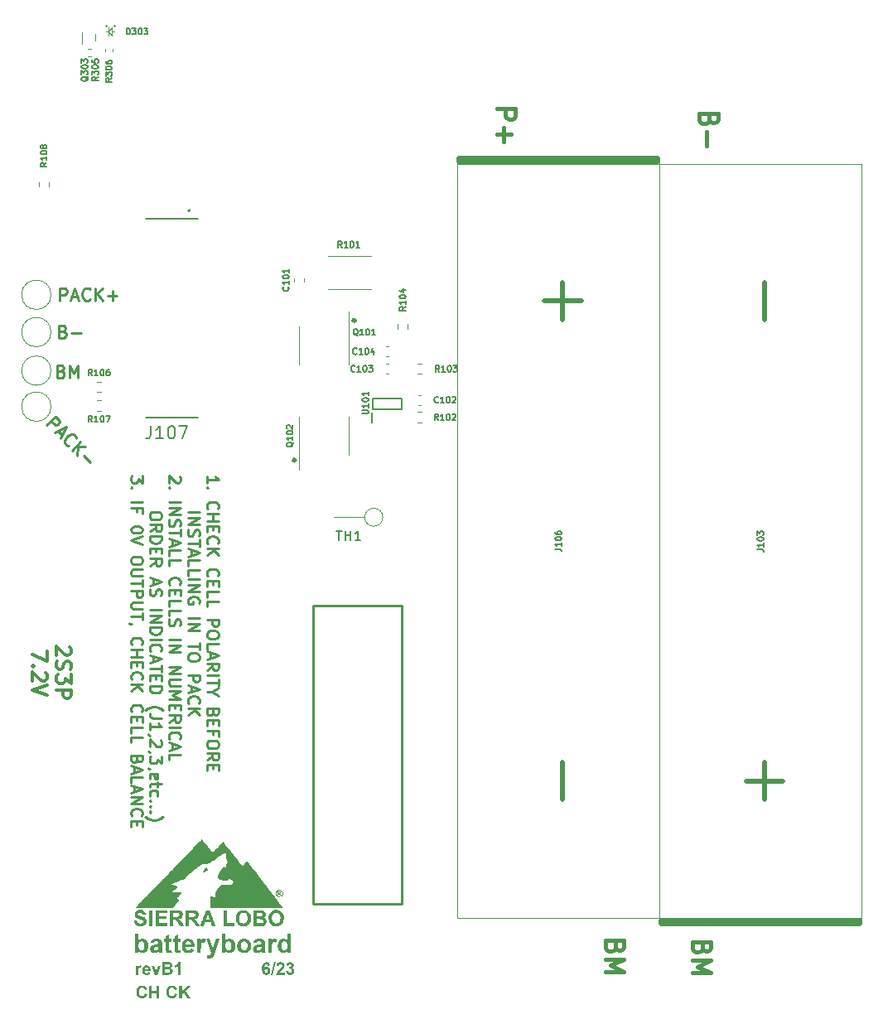
<source format=gto>
%TF.GenerationSoftware,KiCad,Pcbnew,7.0.1*%
%TF.CreationDate,2023-06-20T19:29:39-04:00*%
%TF.ProjectId,batteryboard,62617474-6572-4796-926f-6172642e6b69,rev?*%
%TF.SameCoordinates,Original*%
%TF.FileFunction,Legend,Top*%
%TF.FilePolarity,Positive*%
%FSLAX46Y46*%
G04 Gerber Fmt 4.6, Leading zero omitted, Abs format (unit mm)*
G04 Created by KiCad (PCBNEW 7.0.1) date 2023-06-20 19:29:39*
%MOMM*%
%LPD*%
G01*
G04 APERTURE LIST*
%ADD10C,0.254000*%
%ADD11C,0.304800*%
%ADD12C,0.400000*%
%ADD13C,0.381000*%
%ADD14C,0.355000*%
%ADD15C,0.127000*%
%ADD16C,0.500000*%
%ADD17C,0.203200*%
%ADD18C,0.150000*%
%ADD19C,0.100000*%
%ADD20C,0.200000*%
%ADD21C,0.120000*%
%ADD22C,0.060000*%
G04 APERTURE END LIST*
D10*
G36*
X66334457Y-142270748D02*
G01*
X66584780Y-142350156D01*
X66581099Y-142363272D01*
X66577270Y-142376175D01*
X66573291Y-142388865D01*
X66569163Y-142401342D01*
X66564887Y-142413607D01*
X66560461Y-142425659D01*
X66555887Y-142437499D01*
X66551163Y-142449126D01*
X66546290Y-142460540D01*
X66536098Y-142482731D01*
X66525309Y-142504071D01*
X66513924Y-142524560D01*
X66501943Y-142544199D01*
X66489366Y-142562987D01*
X66476192Y-142580925D01*
X66462423Y-142598012D01*
X66448057Y-142614248D01*
X66433096Y-142629634D01*
X66417538Y-142644169D01*
X66401384Y-142657854D01*
X66393083Y-142664377D01*
X66376089Y-142676810D01*
X66358531Y-142688441D01*
X66340408Y-142699270D01*
X66321720Y-142709296D01*
X66302468Y-142718521D01*
X66282651Y-142726943D01*
X66262270Y-142734563D01*
X66241323Y-142741381D01*
X66219813Y-142747397D01*
X66197737Y-142752611D01*
X66175097Y-142757023D01*
X66151892Y-142760632D01*
X66128123Y-142763440D01*
X66103789Y-142765445D01*
X66078890Y-142766648D01*
X66066229Y-142766949D01*
X66053427Y-142767050D01*
X66037599Y-142766881D01*
X66021948Y-142766376D01*
X66006473Y-142765534D01*
X65991176Y-142764355D01*
X65976055Y-142762839D01*
X65961112Y-142760986D01*
X65946345Y-142758797D01*
X65931755Y-142756270D01*
X65917343Y-142753407D01*
X65903107Y-142750207D01*
X65889048Y-142746670D01*
X65875165Y-142742797D01*
X65861460Y-142738586D01*
X65847932Y-142734039D01*
X65834580Y-142729154D01*
X65821406Y-142723933D01*
X65808408Y-142718375D01*
X65795588Y-142712481D01*
X65782944Y-142706249D01*
X65770477Y-142699680D01*
X65758187Y-142692775D01*
X65746074Y-142685533D01*
X65734137Y-142677954D01*
X65722378Y-142670038D01*
X65710796Y-142661785D01*
X65699390Y-142653196D01*
X65688162Y-142644269D01*
X65677110Y-142635006D01*
X65666235Y-142625406D01*
X65655537Y-142615469D01*
X65645016Y-142605195D01*
X65634672Y-142594585D01*
X65624596Y-142583682D01*
X65614840Y-142572532D01*
X65605403Y-142561135D01*
X65596287Y-142549491D01*
X65587490Y-142537600D01*
X65579013Y-142525461D01*
X65570856Y-142513075D01*
X65563019Y-142500443D01*
X65555502Y-142487562D01*
X65548304Y-142474435D01*
X65541427Y-142461061D01*
X65534869Y-142447439D01*
X65528632Y-142433570D01*
X65522714Y-142419454D01*
X65517116Y-142405091D01*
X65511838Y-142390481D01*
X65506880Y-142375623D01*
X65502241Y-142360519D01*
X65497923Y-142345167D01*
X65493924Y-142329568D01*
X65490246Y-142313721D01*
X65486887Y-142297628D01*
X65483848Y-142281287D01*
X65481129Y-142264699D01*
X65478730Y-142247864D01*
X65476651Y-142230782D01*
X65474891Y-142213453D01*
X65473452Y-142195876D01*
X65472332Y-142178053D01*
X65471533Y-142159982D01*
X65471053Y-142141664D01*
X65470893Y-142123098D01*
X65471054Y-142103462D01*
X65471536Y-142084102D01*
X65472341Y-142065018D01*
X65473467Y-142046210D01*
X65474914Y-142027679D01*
X65476684Y-142009424D01*
X65478775Y-141991445D01*
X65481187Y-141973743D01*
X65483922Y-141956316D01*
X65486978Y-141939166D01*
X65490356Y-141922293D01*
X65494055Y-141905695D01*
X65498077Y-141889374D01*
X65502419Y-141873329D01*
X65507084Y-141857560D01*
X65512070Y-141842068D01*
X65517378Y-141826851D01*
X65523008Y-141811912D01*
X65528960Y-141797248D01*
X65535233Y-141782860D01*
X65541828Y-141768749D01*
X65548744Y-141754914D01*
X65555982Y-141741356D01*
X65563542Y-141728073D01*
X65571424Y-141715067D01*
X65579627Y-141702337D01*
X65588152Y-141689884D01*
X65596999Y-141677707D01*
X65606167Y-141665805D01*
X65615658Y-141654181D01*
X65625469Y-141642832D01*
X65635603Y-141631760D01*
X65646018Y-141620997D01*
X65656635Y-141610575D01*
X65667455Y-141600495D01*
X65678477Y-141590757D01*
X65689701Y-141581360D01*
X65701128Y-141572306D01*
X65712757Y-141563592D01*
X65724588Y-141555221D01*
X65736622Y-141547191D01*
X65748858Y-141539503D01*
X65761297Y-141532157D01*
X65773937Y-141525152D01*
X65786780Y-141518489D01*
X65799826Y-141512168D01*
X65813074Y-141506188D01*
X65826524Y-141500550D01*
X65840176Y-141495254D01*
X65854031Y-141490299D01*
X65868089Y-141485687D01*
X65882348Y-141481415D01*
X65896810Y-141477486D01*
X65911474Y-141473898D01*
X65926341Y-141470652D01*
X65941410Y-141467748D01*
X65956681Y-141465185D01*
X65972155Y-141462964D01*
X65987831Y-141461085D01*
X66003709Y-141459547D01*
X66019790Y-141458351D01*
X66036073Y-141457497D01*
X66052559Y-141456984D01*
X66069246Y-141456814D01*
X66083836Y-141456957D01*
X66098253Y-141457388D01*
X66112497Y-141458106D01*
X66126568Y-141459111D01*
X66140467Y-141460403D01*
X66154193Y-141461983D01*
X66167747Y-141463849D01*
X66181127Y-141466003D01*
X66194336Y-141468444D01*
X66207371Y-141471172D01*
X66220234Y-141474187D01*
X66232924Y-141477490D01*
X66245442Y-141481079D01*
X66257786Y-141484956D01*
X66269959Y-141489120D01*
X66281958Y-141493571D01*
X66293785Y-141498309D01*
X66305439Y-141503335D01*
X66316921Y-141508647D01*
X66328229Y-141514247D01*
X66339366Y-141520134D01*
X66350329Y-141526308D01*
X66361120Y-141532769D01*
X66371738Y-141539518D01*
X66382184Y-141546553D01*
X66392457Y-141553876D01*
X66402557Y-141561486D01*
X66412484Y-141569383D01*
X66422239Y-141577567D01*
X66431822Y-141586039D01*
X66441231Y-141594797D01*
X66450468Y-141603843D01*
X66461194Y-141615034D01*
X66471580Y-141626816D01*
X66481627Y-141639190D01*
X66491335Y-141652155D01*
X66500704Y-141665711D01*
X66509733Y-141679858D01*
X66518423Y-141694597D01*
X66526774Y-141709927D01*
X66534786Y-141725849D01*
X66542458Y-141742361D01*
X66549791Y-141759465D01*
X66556785Y-141777161D01*
X66563440Y-141795447D01*
X66569755Y-141814325D01*
X66575731Y-141833794D01*
X66581367Y-141853855D01*
X66325772Y-141893559D01*
X66322749Y-141881085D01*
X66319341Y-141868943D01*
X66313506Y-141851352D01*
X66306803Y-141834508D01*
X66299234Y-141818411D01*
X66290798Y-141803061D01*
X66281496Y-141788459D01*
X66271326Y-141774603D01*
X66260289Y-141761494D01*
X66248385Y-141749132D01*
X66235614Y-141737517D01*
X66231165Y-141733812D01*
X66217399Y-141723335D01*
X66203088Y-141713888D01*
X66188232Y-141705472D01*
X66172830Y-141698087D01*
X66156883Y-141691732D01*
X66140391Y-141686408D01*
X66123354Y-141682114D01*
X66105771Y-141678850D01*
X66087643Y-141676618D01*
X66075255Y-141675702D01*
X66062625Y-141675244D01*
X66056218Y-141675186D01*
X66038669Y-141675581D01*
X66021536Y-141676766D01*
X66004819Y-141678741D01*
X65988520Y-141681506D01*
X65972637Y-141685061D01*
X65957171Y-141689406D01*
X65942122Y-141694542D01*
X65927490Y-141700467D01*
X65913275Y-141707182D01*
X65899476Y-141714687D01*
X65886095Y-141722982D01*
X65873130Y-141732067D01*
X65860582Y-141741942D01*
X65848450Y-141752607D01*
X65836736Y-141764063D01*
X65825438Y-141776308D01*
X65814733Y-141789439D01*
X65804719Y-141803551D01*
X65795395Y-141818645D01*
X65786762Y-141834720D01*
X65778819Y-141851777D01*
X65771567Y-141869815D01*
X65765006Y-141888835D01*
X65759136Y-141908836D01*
X65753956Y-141929818D01*
X65749466Y-141951782D01*
X65745668Y-141974728D01*
X65742560Y-141998655D01*
X65740143Y-142023563D01*
X65739193Y-142036385D01*
X65738416Y-142049453D01*
X65737812Y-142062766D01*
X65737380Y-142076324D01*
X65737121Y-142090128D01*
X65737035Y-142104177D01*
X65737120Y-142119067D01*
X65737375Y-142133686D01*
X65737801Y-142148035D01*
X65738397Y-142162114D01*
X65739163Y-142175923D01*
X65740099Y-142189462D01*
X65741205Y-142202730D01*
X65742482Y-142215728D01*
X65743929Y-142228456D01*
X65745547Y-142240914D01*
X65749292Y-142265019D01*
X65753718Y-142288043D01*
X65758825Y-142309987D01*
X65764613Y-142330849D01*
X65771083Y-142350631D01*
X65778233Y-142369332D01*
X65786064Y-142386952D01*
X65794576Y-142403492D01*
X65803769Y-142418950D01*
X65813643Y-142433328D01*
X65824198Y-142446625D01*
X65835298Y-142458983D01*
X65846807Y-142470543D01*
X65858727Y-142481307D01*
X65871055Y-142491273D01*
X65883794Y-142500441D01*
X65896942Y-142508813D01*
X65910499Y-142516387D01*
X65924466Y-142523164D01*
X65938842Y-142529143D01*
X65953629Y-142534326D01*
X65968824Y-142538711D01*
X65984429Y-142542299D01*
X66000444Y-142545089D01*
X66016868Y-142547082D01*
X66033702Y-142548278D01*
X66050945Y-142548677D01*
X66063705Y-142548415D01*
X66076240Y-142547630D01*
X66094620Y-142545471D01*
X66112492Y-142542134D01*
X66129858Y-142537619D01*
X66146716Y-142531927D01*
X66163067Y-142525056D01*
X66178911Y-142517009D01*
X66194248Y-142507783D01*
X66209078Y-142497379D01*
X66223401Y-142485798D01*
X66228063Y-142481676D01*
X66237166Y-142473001D01*
X66245942Y-142463724D01*
X66254391Y-142453846D01*
X66262513Y-142443368D01*
X66270308Y-142432288D01*
X66277775Y-142420608D01*
X66284916Y-142408326D01*
X66291729Y-142395444D01*
X66298215Y-142381960D01*
X66304374Y-142367876D01*
X66310206Y-142353190D01*
X66315710Y-142337904D01*
X66320888Y-142322016D01*
X66325738Y-142305528D01*
X66330261Y-142288438D01*
X66334457Y-142270748D01*
G37*
G36*
X66800050Y-142767050D02*
G01*
X66800050Y-141476666D01*
X67058127Y-141476666D01*
X67058127Y-141992819D01*
X67564355Y-141992819D01*
X67564355Y-141476666D01*
X67822431Y-141476666D01*
X67822431Y-142767050D01*
X67564355Y-142767050D01*
X67564355Y-142211192D01*
X67058127Y-142211192D01*
X67058127Y-142767050D01*
X66800050Y-142767050D01*
G37*
G36*
X69394156Y-142270748D02*
G01*
X69644478Y-142350156D01*
X69640798Y-142363272D01*
X69636968Y-142376175D01*
X69632990Y-142388865D01*
X69628862Y-142401342D01*
X69624585Y-142413607D01*
X69620160Y-142425659D01*
X69615585Y-142437499D01*
X69610861Y-142449126D01*
X69605989Y-142460540D01*
X69595796Y-142482731D01*
X69585007Y-142504071D01*
X69573622Y-142524560D01*
X69561641Y-142544199D01*
X69549064Y-142562987D01*
X69535891Y-142580925D01*
X69522121Y-142598012D01*
X69507756Y-142614248D01*
X69492794Y-142629634D01*
X69477236Y-142644169D01*
X69461082Y-142657854D01*
X69452782Y-142664377D01*
X69435788Y-142676810D01*
X69418230Y-142688441D01*
X69400107Y-142699270D01*
X69381419Y-142709296D01*
X69362167Y-142718521D01*
X69342350Y-142726943D01*
X69321968Y-142734563D01*
X69301022Y-142741381D01*
X69279511Y-142747397D01*
X69257436Y-142752611D01*
X69234796Y-142757023D01*
X69211591Y-142760632D01*
X69187821Y-142763440D01*
X69163487Y-142765445D01*
X69138589Y-142766648D01*
X69125928Y-142766949D01*
X69113125Y-142767050D01*
X69097297Y-142766881D01*
X69081646Y-142766376D01*
X69066172Y-142765534D01*
X69050874Y-142764355D01*
X69035754Y-142762839D01*
X69020810Y-142760986D01*
X69006044Y-142758797D01*
X68991454Y-142756270D01*
X68977041Y-142753407D01*
X68962805Y-142750207D01*
X68948746Y-142746670D01*
X68934864Y-142742797D01*
X68921159Y-142738586D01*
X68907630Y-142734039D01*
X68894279Y-142729154D01*
X68881104Y-142723933D01*
X68868107Y-142718375D01*
X68855286Y-142712481D01*
X68842642Y-142706249D01*
X68830175Y-142699680D01*
X68817885Y-142692775D01*
X68805772Y-142685533D01*
X68793836Y-142677954D01*
X68782077Y-142670038D01*
X68770494Y-142661785D01*
X68759089Y-142653196D01*
X68747860Y-142644269D01*
X68736809Y-142635006D01*
X68725934Y-142625406D01*
X68715236Y-142615469D01*
X68704715Y-142605195D01*
X68694371Y-142594585D01*
X68684295Y-142583682D01*
X68674538Y-142572532D01*
X68665102Y-142561135D01*
X68655985Y-142549491D01*
X68647188Y-142537600D01*
X68638712Y-142525461D01*
X68630555Y-142513075D01*
X68622717Y-142500443D01*
X68615200Y-142487562D01*
X68608003Y-142474435D01*
X68601125Y-142461061D01*
X68594568Y-142447439D01*
X68588330Y-142433570D01*
X68582412Y-142419454D01*
X68576814Y-142405091D01*
X68571536Y-142390481D01*
X68566578Y-142375623D01*
X68561940Y-142360519D01*
X68557621Y-142345167D01*
X68553623Y-142329568D01*
X68549944Y-142313721D01*
X68546586Y-142297628D01*
X68543547Y-142281287D01*
X68540828Y-142264699D01*
X68538429Y-142247864D01*
X68536349Y-142230782D01*
X68534590Y-142213453D01*
X68533151Y-142195876D01*
X68532031Y-142178053D01*
X68531231Y-142159982D01*
X68530751Y-142141664D01*
X68530591Y-142123098D01*
X68530752Y-142103462D01*
X68531235Y-142084102D01*
X68532039Y-142065018D01*
X68533165Y-142046210D01*
X68534613Y-142027679D01*
X68536382Y-142009424D01*
X68538473Y-141991445D01*
X68540886Y-141973743D01*
X68543620Y-141956316D01*
X68546676Y-141939166D01*
X68550054Y-141922293D01*
X68553754Y-141905695D01*
X68557775Y-141889374D01*
X68562118Y-141873329D01*
X68566783Y-141857560D01*
X68571769Y-141842068D01*
X68577077Y-141826851D01*
X68582707Y-141811912D01*
X68588658Y-141797248D01*
X68594931Y-141782860D01*
X68601526Y-141768749D01*
X68608443Y-141754914D01*
X68615681Y-141741356D01*
X68623241Y-141728073D01*
X68631123Y-141715067D01*
X68639326Y-141702337D01*
X68647851Y-141689884D01*
X68656698Y-141677707D01*
X68665866Y-141665805D01*
X68675356Y-141654181D01*
X68685168Y-141642832D01*
X68695302Y-141631760D01*
X68705716Y-141620997D01*
X68716334Y-141610575D01*
X68727153Y-141600495D01*
X68738175Y-141590757D01*
X68749400Y-141581360D01*
X68760826Y-141572306D01*
X68772455Y-141563592D01*
X68784287Y-141555221D01*
X68796321Y-141547191D01*
X68808557Y-141539503D01*
X68820995Y-141532157D01*
X68833636Y-141525152D01*
X68846479Y-141518489D01*
X68859524Y-141512168D01*
X68872772Y-141506188D01*
X68886222Y-141500550D01*
X68899875Y-141495254D01*
X68913730Y-141490299D01*
X68927787Y-141485687D01*
X68942047Y-141481415D01*
X68956509Y-141477486D01*
X68971173Y-141473898D01*
X68986040Y-141470652D01*
X69001109Y-141467748D01*
X69016380Y-141465185D01*
X69031854Y-141462964D01*
X69047530Y-141461085D01*
X69063408Y-141459547D01*
X69079489Y-141458351D01*
X69095772Y-141457497D01*
X69112257Y-141456984D01*
X69128945Y-141456814D01*
X69143534Y-141456957D01*
X69157951Y-141457388D01*
X69172195Y-141458106D01*
X69186267Y-141459111D01*
X69200166Y-141460403D01*
X69213892Y-141461983D01*
X69227445Y-141463849D01*
X69240826Y-141466003D01*
X69254034Y-141468444D01*
X69267070Y-141471172D01*
X69279932Y-141474187D01*
X69292623Y-141477490D01*
X69305140Y-141481079D01*
X69317485Y-141484956D01*
X69329657Y-141489120D01*
X69341657Y-141493571D01*
X69353483Y-141498309D01*
X69365138Y-141503335D01*
X69376619Y-141508647D01*
X69387928Y-141514247D01*
X69399064Y-141520134D01*
X69410028Y-141526308D01*
X69420819Y-141532769D01*
X69431437Y-141539518D01*
X69441882Y-141546553D01*
X69452155Y-141553876D01*
X69462255Y-141561486D01*
X69472183Y-141569383D01*
X69481938Y-141577567D01*
X69491520Y-141586039D01*
X69500930Y-141594797D01*
X69510166Y-141603843D01*
X69520892Y-141615034D01*
X69531279Y-141626816D01*
X69541326Y-141639190D01*
X69551034Y-141652155D01*
X69560402Y-141665711D01*
X69569432Y-141679858D01*
X69578122Y-141694597D01*
X69586473Y-141709927D01*
X69594484Y-141725849D01*
X69602157Y-141742361D01*
X69609490Y-141759465D01*
X69616484Y-141777161D01*
X69623138Y-141795447D01*
X69629453Y-141814325D01*
X69635429Y-141833794D01*
X69641066Y-141853855D01*
X69385471Y-141893559D01*
X69382448Y-141881085D01*
X69379039Y-141868943D01*
X69373204Y-141851352D01*
X69366502Y-141834508D01*
X69358933Y-141818411D01*
X69350497Y-141803061D01*
X69341194Y-141788459D01*
X69331024Y-141774603D01*
X69319987Y-141761494D01*
X69308084Y-141749132D01*
X69295313Y-141737517D01*
X69290863Y-141733812D01*
X69277097Y-141723335D01*
X69262786Y-141713888D01*
X69247930Y-141705472D01*
X69232528Y-141698087D01*
X69216582Y-141691732D01*
X69200090Y-141686408D01*
X69183052Y-141682114D01*
X69165470Y-141678850D01*
X69147342Y-141676618D01*
X69134954Y-141675702D01*
X69122323Y-141675244D01*
X69115917Y-141675186D01*
X69098367Y-141675581D01*
X69081234Y-141676766D01*
X69064518Y-141678741D01*
X69048218Y-141681506D01*
X69032336Y-141685061D01*
X69016870Y-141689406D01*
X69001821Y-141694542D01*
X68987189Y-141700467D01*
X68972973Y-141707182D01*
X68959175Y-141714687D01*
X68945793Y-141722982D01*
X68932828Y-141732067D01*
X68920280Y-141741942D01*
X68908149Y-141752607D01*
X68896434Y-141764063D01*
X68885137Y-141776308D01*
X68874432Y-141789439D01*
X68864417Y-141803551D01*
X68855093Y-141818645D01*
X68846460Y-141834720D01*
X68838518Y-141851777D01*
X68831266Y-141869815D01*
X68824705Y-141888835D01*
X68818834Y-141908836D01*
X68813654Y-141929818D01*
X68809165Y-141951782D01*
X68805366Y-141974728D01*
X68802258Y-141998655D01*
X68799841Y-142023563D01*
X68798891Y-142036385D01*
X68798114Y-142049453D01*
X68797510Y-142062766D01*
X68797078Y-142076324D01*
X68796819Y-142090128D01*
X68796733Y-142104177D01*
X68796818Y-142119067D01*
X68797074Y-142133686D01*
X68797499Y-142148035D01*
X68798095Y-142162114D01*
X68798861Y-142175923D01*
X68799797Y-142189462D01*
X68800904Y-142202730D01*
X68802181Y-142215728D01*
X68803628Y-142228456D01*
X68805245Y-142240914D01*
X68808990Y-142265019D01*
X68813417Y-142288043D01*
X68818524Y-142309987D01*
X68824312Y-142330849D01*
X68830781Y-142350631D01*
X68837931Y-142369332D01*
X68845762Y-142386952D01*
X68854274Y-142403492D01*
X68863467Y-142418950D01*
X68873341Y-142433328D01*
X68883896Y-142446625D01*
X68894996Y-142458983D01*
X68906506Y-142470543D01*
X68918425Y-142481307D01*
X68930754Y-142491273D01*
X68943492Y-142500441D01*
X68956640Y-142508813D01*
X68970198Y-142516387D01*
X68984164Y-142523164D01*
X68998541Y-142529143D01*
X69013327Y-142534326D01*
X69028523Y-142538711D01*
X69044128Y-142542299D01*
X69060142Y-142545089D01*
X69076567Y-142547082D01*
X69093400Y-142548278D01*
X69110644Y-142548677D01*
X69123404Y-142548415D01*
X69135939Y-142547630D01*
X69154318Y-142545471D01*
X69172191Y-142542134D01*
X69189556Y-142537619D01*
X69206414Y-142531927D01*
X69222766Y-142525056D01*
X69238610Y-142517009D01*
X69253947Y-142507783D01*
X69268777Y-142497379D01*
X69283100Y-142485798D01*
X69287761Y-142481676D01*
X69296865Y-142473001D01*
X69305641Y-142463724D01*
X69314090Y-142453846D01*
X69322212Y-142443368D01*
X69330006Y-142432288D01*
X69337474Y-142420608D01*
X69344614Y-142408326D01*
X69351428Y-142395444D01*
X69357914Y-142381960D01*
X69364073Y-142367876D01*
X69369904Y-142353190D01*
X69375409Y-142337904D01*
X69380586Y-142322016D01*
X69385437Y-142305528D01*
X69389960Y-142288438D01*
X69394156Y-142270748D01*
G37*
G36*
X69862230Y-142767050D02*
G01*
X69862230Y-141476666D01*
X70120617Y-141476666D01*
X70120617Y-142047102D01*
X70642354Y-141476666D01*
X70989455Y-141476666D01*
X70508043Y-141979171D01*
X71015511Y-142767050D01*
X70681438Y-142767050D01*
X70329994Y-142166215D01*
X70120617Y-142379004D01*
X70120617Y-142767050D01*
X69862230Y-142767050D01*
G37*
G36*
X65688690Y-140354050D02*
G01*
X65443641Y-140354050D01*
X65443641Y-139421003D01*
X65671319Y-139421003D01*
X65671319Y-139552833D01*
X65678563Y-139541413D01*
X65685714Y-139530494D01*
X65692773Y-139520078D01*
X65703189Y-139505393D01*
X65713398Y-139491837D01*
X65723400Y-139479410D01*
X65733195Y-139468111D01*
X65742782Y-139457942D01*
X65752162Y-139448900D01*
X65764347Y-139438601D01*
X65776163Y-139430308D01*
X65788071Y-139423475D01*
X65800377Y-139417552D01*
X65813080Y-139412540D01*
X65826181Y-139408440D01*
X65839679Y-139405251D01*
X65853574Y-139402973D01*
X65867867Y-139401606D01*
X65882558Y-139401151D01*
X65898206Y-139401592D01*
X65913746Y-139402917D01*
X65929177Y-139405126D01*
X65944498Y-139408217D01*
X65959711Y-139412192D01*
X65974815Y-139417050D01*
X65989809Y-139422792D01*
X66004694Y-139429417D01*
X66019471Y-139436925D01*
X66034138Y-139445316D01*
X66043856Y-139451401D01*
X65967860Y-139679700D01*
X65956307Y-139672493D01*
X65944912Y-139665996D01*
X65933675Y-139660207D01*
X65918939Y-139653591D01*
X65904483Y-139648236D01*
X65890309Y-139644140D01*
X65876416Y-139641305D01*
X65862804Y-139639730D01*
X65852780Y-139639375D01*
X65840149Y-139639812D01*
X65825043Y-139641584D01*
X65810693Y-139644719D01*
X65797101Y-139649217D01*
X65784267Y-139655079D01*
X65772189Y-139662303D01*
X65765306Y-139667292D01*
X65754530Y-139677114D01*
X65746443Y-139686553D01*
X65738832Y-139697398D01*
X65731695Y-139709648D01*
X65725033Y-139723303D01*
X65718846Y-139738365D01*
X65714518Y-139750583D01*
X65710457Y-139763592D01*
X65709162Y-139768104D01*
X65705504Y-139783117D01*
X65702205Y-139800939D01*
X65700206Y-139814380D01*
X65698366Y-139829069D01*
X65696687Y-139845006D01*
X65695168Y-139862191D01*
X65693808Y-139880624D01*
X65692608Y-139900306D01*
X65691569Y-139921235D01*
X65690689Y-139943412D01*
X65689969Y-139966837D01*
X65689410Y-139991511D01*
X65689190Y-140004315D01*
X65689010Y-140017432D01*
X65688870Y-140030861D01*
X65688770Y-140044601D01*
X65688710Y-140058654D01*
X65688690Y-140073019D01*
X65688690Y-140354050D01*
G37*
G36*
X66511418Y-139401284D02*
G01*
X66524075Y-139401685D01*
X66536561Y-139402353D01*
X66561022Y-139404490D01*
X66584802Y-139407696D01*
X66607902Y-139411971D01*
X66630320Y-139417315D01*
X66652057Y-139423727D01*
X66673114Y-139431208D01*
X66693489Y-139439757D01*
X66713184Y-139449376D01*
X66732197Y-139460063D01*
X66750530Y-139471818D01*
X66768182Y-139484643D01*
X66785152Y-139498536D01*
X66801442Y-139513497D01*
X66817051Y-139529528D01*
X66824600Y-139537944D01*
X66839078Y-139555611D01*
X66852580Y-139574415D01*
X66865105Y-139594356D01*
X66876653Y-139615433D01*
X66887225Y-139637646D01*
X66892145Y-139649179D01*
X66896821Y-139660996D01*
X66901252Y-139673098D01*
X66905439Y-139685483D01*
X66909382Y-139698153D01*
X66913081Y-139711106D01*
X66916536Y-139724344D01*
X66919747Y-139737866D01*
X66922713Y-139751672D01*
X66925435Y-139765763D01*
X66927914Y-139780137D01*
X66930148Y-139794796D01*
X66932137Y-139809738D01*
X66933883Y-139824965D01*
X66935385Y-139840476D01*
X66936642Y-139856271D01*
X66937655Y-139872350D01*
X66938425Y-139888714D01*
X66938949Y-139905361D01*
X66939230Y-139922293D01*
X66939267Y-139939508D01*
X66939059Y-139957008D01*
X66324886Y-139957008D01*
X66325409Y-139970926D01*
X66326355Y-139984450D01*
X66327725Y-139997582D01*
X66329520Y-140010322D01*
X66331738Y-140022669D01*
X66335861Y-140040453D01*
X66340939Y-140057354D01*
X66346970Y-140073372D01*
X66353956Y-140088506D01*
X66361895Y-140102758D01*
X66370789Y-140116125D01*
X66380638Y-140128610D01*
X66384132Y-140132575D01*
X66395021Y-140143773D01*
X66406401Y-140153869D01*
X66418271Y-140162864D01*
X66430632Y-140170757D01*
X66443483Y-140177549D01*
X66456826Y-140183240D01*
X66470659Y-140187829D01*
X66484982Y-140191317D01*
X66499797Y-140193703D01*
X66515102Y-140194988D01*
X66525578Y-140195233D01*
X66539639Y-140194792D01*
X66553127Y-140193469D01*
X66566043Y-140191264D01*
X66578388Y-140188176D01*
X66590160Y-140184207D01*
X66604072Y-140178005D01*
X66617090Y-140170424D01*
X66622047Y-140167006D01*
X66633888Y-140157344D01*
X66642685Y-140148405D01*
X66650880Y-140138389D01*
X66658475Y-140127297D01*
X66665469Y-140115130D01*
X66671862Y-140101886D01*
X66677654Y-140087566D01*
X66681603Y-140076121D01*
X66926032Y-140115825D01*
X66919925Y-140131371D01*
X66913391Y-140146446D01*
X66906432Y-140161052D01*
X66899045Y-140175187D01*
X66891232Y-140188852D01*
X66882993Y-140202047D01*
X66874327Y-140214772D01*
X66865235Y-140227027D01*
X66855716Y-140238812D01*
X66845770Y-140250127D01*
X66835398Y-140260971D01*
X66824600Y-140271346D01*
X66813375Y-140281250D01*
X66801724Y-140290684D01*
X66789646Y-140299648D01*
X66777141Y-140308142D01*
X66764262Y-140316105D01*
X66750983Y-140323554D01*
X66737305Y-140330490D01*
X66723226Y-140336912D01*
X66708748Y-140342820D01*
X66693870Y-140348214D01*
X66678592Y-140353095D01*
X66662914Y-140357462D01*
X66646837Y-140361315D01*
X66630359Y-140364654D01*
X66613482Y-140367480D01*
X66596204Y-140369792D01*
X66578527Y-140371590D01*
X66560450Y-140372874D01*
X66541973Y-140373645D01*
X66523097Y-140373902D01*
X66508098Y-140373747D01*
X66493345Y-140373282D01*
X66478839Y-140372508D01*
X66464578Y-140371425D01*
X66450563Y-140370032D01*
X66436794Y-140368329D01*
X66423271Y-140366317D01*
X66409994Y-140363995D01*
X66396963Y-140361363D01*
X66384178Y-140358422D01*
X66371639Y-140355172D01*
X66359346Y-140351612D01*
X66347299Y-140347742D01*
X66335498Y-140343562D01*
X66312634Y-140334275D01*
X66290754Y-140323749D01*
X66269857Y-140311985D01*
X66249944Y-140298983D01*
X66231016Y-140284742D01*
X66213071Y-140269263D01*
X66196110Y-140252545D01*
X66180133Y-140234589D01*
X66165139Y-140215395D01*
X66154059Y-140199239D01*
X66143693Y-140182564D01*
X66134042Y-140165370D01*
X66125106Y-140147658D01*
X66116884Y-140129427D01*
X66109378Y-140110678D01*
X66102587Y-140091410D01*
X66096510Y-140071623D01*
X66091149Y-140051318D01*
X66086502Y-140030494D01*
X66082570Y-140009151D01*
X66079353Y-139987290D01*
X66076851Y-139964911D01*
X66075064Y-139942013D01*
X66073991Y-139918596D01*
X66073634Y-139894660D01*
X66073751Y-139880296D01*
X66074104Y-139866128D01*
X66074692Y-139852156D01*
X66075514Y-139838381D01*
X66076572Y-139824801D01*
X66077865Y-139811418D01*
X66079393Y-139798232D01*
X66079398Y-139798192D01*
X66329229Y-139798192D01*
X66695562Y-139798192D01*
X66695056Y-139785016D01*
X66694161Y-139772243D01*
X66692875Y-139759871D01*
X66690215Y-139742069D01*
X66686678Y-139725172D01*
X66682262Y-139709179D01*
X66676968Y-139694092D01*
X66670797Y-139679910D01*
X66663748Y-139666633D01*
X66655821Y-139654261D01*
X66647016Y-139642795D01*
X66640658Y-139635653D01*
X66630630Y-139625675D01*
X66620204Y-139616678D01*
X66609380Y-139608663D01*
X66598158Y-139601629D01*
X66586537Y-139595577D01*
X66574519Y-139590506D01*
X66562103Y-139586417D01*
X66549288Y-139583309D01*
X66536076Y-139581182D01*
X66522466Y-139580037D01*
X66513171Y-139579819D01*
X66498408Y-139580334D01*
X66484131Y-139581880D01*
X66470338Y-139584457D01*
X66457031Y-139588063D01*
X66444210Y-139592701D01*
X66431874Y-139598369D01*
X66420022Y-139605067D01*
X66408657Y-139612796D01*
X66397776Y-139621556D01*
X66387381Y-139631346D01*
X66380720Y-139638445D01*
X66371360Y-139649863D01*
X66362938Y-139662018D01*
X66355453Y-139674909D01*
X66348907Y-139688535D01*
X66343298Y-139702898D01*
X66338627Y-139717997D01*
X66334894Y-139733832D01*
X66332098Y-139750403D01*
X66330241Y-139767711D01*
X66329321Y-139785754D01*
X66329229Y-139798192D01*
X66079398Y-139798192D01*
X66081156Y-139785241D01*
X66083154Y-139772447D01*
X66085387Y-139759850D01*
X66087855Y-139747448D01*
X66090558Y-139735243D01*
X66096670Y-139711421D01*
X66103722Y-139688385D01*
X66111714Y-139666134D01*
X66120647Y-139644668D01*
X66130519Y-139623987D01*
X66141332Y-139604091D01*
X66153086Y-139584981D01*
X66165779Y-139566656D01*
X66179413Y-139549115D01*
X66193987Y-139532360D01*
X66209281Y-139516472D01*
X66225074Y-139501608D01*
X66241366Y-139487770D01*
X66258157Y-139474956D01*
X66275448Y-139463168D01*
X66293237Y-139452404D01*
X66311526Y-139442666D01*
X66330315Y-139433953D01*
X66349602Y-139426265D01*
X66369389Y-139419602D01*
X66389675Y-139413964D01*
X66410460Y-139409351D01*
X66431744Y-139405764D01*
X66453527Y-139403201D01*
X66475810Y-139401663D01*
X66498592Y-139401151D01*
X66511418Y-139401284D01*
G37*
G36*
X67388833Y-140354050D02*
G01*
X67015366Y-139421003D01*
X67272822Y-139421003D01*
X67447148Y-139897142D01*
X67497709Y-140056269D01*
X67502517Y-140041787D01*
X67506859Y-140028584D01*
X67510737Y-140016661D01*
X67514929Y-140003557D01*
X67519000Y-139990471D01*
X67522800Y-139977501D01*
X67523144Y-139976240D01*
X67526970Y-139963922D01*
X67530887Y-139951589D01*
X67534894Y-139939240D01*
X67538993Y-139926876D01*
X67543182Y-139914498D01*
X67547463Y-139902104D01*
X67549200Y-139897142D01*
X67725387Y-139421003D01*
X67977570Y-139421003D01*
X67609377Y-140354050D01*
X67388833Y-140354050D01*
G37*
G36*
X68655379Y-139063717D02*
G01*
X68673434Y-139063869D01*
X68690886Y-139064124D01*
X68707734Y-139064480D01*
X68723979Y-139064938D01*
X68739621Y-139065498D01*
X68754659Y-139066159D01*
X68769094Y-139066923D01*
X68782925Y-139067788D01*
X68796153Y-139068755D01*
X68808777Y-139069823D01*
X68826582Y-139071617D01*
X68843030Y-139073640D01*
X68858120Y-139075892D01*
X68862848Y-139076694D01*
X68876726Y-139079326D01*
X68890325Y-139082455D01*
X68903647Y-139086080D01*
X68916690Y-139090201D01*
X68929455Y-139094819D01*
X68941942Y-139099932D01*
X68954152Y-139105542D01*
X68966083Y-139111648D01*
X68977736Y-139118250D01*
X68989110Y-139125348D01*
X68996539Y-139130356D01*
X69007415Y-139138215D01*
X69017942Y-139146554D01*
X69028120Y-139155372D01*
X69037949Y-139164671D01*
X69047430Y-139174449D01*
X69056561Y-139184707D01*
X69065343Y-139195445D01*
X69073776Y-139206663D01*
X69081860Y-139218360D01*
X69089596Y-139230537D01*
X69094559Y-139238922D01*
X69101599Y-139251748D01*
X69107947Y-139264869D01*
X69113602Y-139278284D01*
X69118564Y-139291993D01*
X69122835Y-139305997D01*
X69126412Y-139320296D01*
X69129298Y-139334889D01*
X69131491Y-139349776D01*
X69132991Y-139364957D01*
X69133799Y-139380433D01*
X69133953Y-139390914D01*
X69133527Y-139407883D01*
X69132251Y-139424589D01*
X69130125Y-139441034D01*
X69127148Y-139457217D01*
X69123320Y-139473139D01*
X69118642Y-139488798D01*
X69113113Y-139504196D01*
X69106734Y-139519332D01*
X69099504Y-139534207D01*
X69091423Y-139548820D01*
X69085563Y-139558416D01*
X69076188Y-139572388D01*
X69066207Y-139585690D01*
X69055621Y-139598321D01*
X69044429Y-139610281D01*
X69032633Y-139621570D01*
X69020231Y-139632189D01*
X69007224Y-139642137D01*
X68993612Y-139651415D01*
X68979394Y-139660021D01*
X68964572Y-139667958D01*
X68954354Y-139672876D01*
X68968759Y-139677329D01*
X68982741Y-139682157D01*
X68996298Y-139687361D01*
X69009431Y-139692941D01*
X69022141Y-139698896D01*
X69034426Y-139705227D01*
X69046287Y-139711934D01*
X69057724Y-139719016D01*
X69068737Y-139726474D01*
X69079326Y-139734308D01*
X69089490Y-139742517D01*
X69099231Y-139751101D01*
X69108548Y-139760062D01*
X69117440Y-139769398D01*
X69125908Y-139779109D01*
X69133953Y-139789196D01*
X69141578Y-139799584D01*
X69148711Y-139810197D01*
X69155352Y-139821036D01*
X69161501Y-139832099D01*
X69167159Y-139843388D01*
X69172324Y-139854903D01*
X69176997Y-139866643D01*
X69181179Y-139878608D01*
X69184868Y-139890799D01*
X69188066Y-139903215D01*
X69190772Y-139915856D01*
X69192985Y-139928723D01*
X69194707Y-139941815D01*
X69195937Y-139955133D01*
X69196675Y-139968676D01*
X69196921Y-139982444D01*
X69196564Y-139998804D01*
X69195492Y-140015083D01*
X69193707Y-140031279D01*
X69191207Y-140047394D01*
X69187992Y-140063427D01*
X69184064Y-140079379D01*
X69179421Y-140095248D01*
X69174064Y-140111036D01*
X69167993Y-140126742D01*
X69161207Y-140142367D01*
X69156286Y-140152737D01*
X69148408Y-140167916D01*
X69140012Y-140182512D01*
X69131098Y-140196524D01*
X69121666Y-140209952D01*
X69111716Y-140222798D01*
X69101248Y-140235060D01*
X69090262Y-140246738D01*
X69078759Y-140257833D01*
X69066737Y-140268345D01*
X69054197Y-140278273D01*
X69045549Y-140284567D01*
X69032116Y-140293482D01*
X69018105Y-140301732D01*
X69003515Y-140309316D01*
X68988348Y-140316236D01*
X68972603Y-140322490D01*
X68956280Y-140328078D01*
X68939379Y-140333002D01*
X68921900Y-140337261D01*
X68903843Y-140340854D01*
X68891484Y-140342880D01*
X68878868Y-140344610D01*
X68872464Y-140345364D01*
X68858763Y-140346600D01*
X68841857Y-140347749D01*
X68828805Y-140348466D01*
X68814328Y-140349145D01*
X68798426Y-140349784D01*
X68781099Y-140350385D01*
X68762347Y-140350948D01*
X68742170Y-140351471D01*
X68720568Y-140351956D01*
X68697542Y-140352402D01*
X68673090Y-140352809D01*
X68660330Y-140352998D01*
X68647214Y-140353177D01*
X68633741Y-140353347D01*
X68619912Y-140353507D01*
X68605727Y-140353657D01*
X68591186Y-140353797D01*
X68576288Y-140353928D01*
X68561035Y-140354050D01*
X68125530Y-140354050D01*
X68125530Y-139798192D01*
X68383607Y-139798192D01*
X68383607Y-140135677D01*
X68622762Y-140135677D01*
X68639812Y-140135647D01*
X68656064Y-140135556D01*
X68671519Y-140135404D01*
X68686176Y-140135192D01*
X68700037Y-140134920D01*
X68713100Y-140134586D01*
X68731199Y-140133973D01*
X68747505Y-140133223D01*
X68762017Y-140132337D01*
X68774735Y-140131315D01*
X68788902Y-140129740D01*
X68799880Y-140127922D01*
X68813964Y-140124898D01*
X68827370Y-140120943D01*
X68840098Y-140116057D01*
X68852147Y-140110241D01*
X68863517Y-140103495D01*
X68874209Y-140095818D01*
X68884222Y-140087210D01*
X68893557Y-140077672D01*
X68902063Y-140067242D01*
X68909434Y-140055958D01*
X68915672Y-140043822D01*
X68920776Y-140030833D01*
X68924745Y-140016991D01*
X68927580Y-140002296D01*
X68929282Y-139986748D01*
X68929849Y-139970346D01*
X68929413Y-139956427D01*
X68928104Y-139943050D01*
X68925923Y-139930216D01*
X68922869Y-139917925D01*
X68917826Y-139903324D01*
X68911419Y-139889571D01*
X68903649Y-139876667D01*
X68901932Y-139874188D01*
X68892602Y-139862311D01*
X68882060Y-139851493D01*
X68870307Y-139841736D01*
X68860032Y-139834694D01*
X68848982Y-139828330D01*
X68837156Y-139822645D01*
X68824554Y-139817639D01*
X68821283Y-139816493D01*
X68806166Y-139812204D01*
X68792290Y-139809362D01*
X68776239Y-139806842D01*
X68758012Y-139804644D01*
X68744652Y-139803357D01*
X68730325Y-139802213D01*
X68715031Y-139801212D01*
X68698771Y-139800354D01*
X68681543Y-139799640D01*
X68663349Y-139799068D01*
X68644187Y-139798639D01*
X68624059Y-139798353D01*
X68602964Y-139798210D01*
X68592054Y-139798192D01*
X68383607Y-139798192D01*
X68125530Y-139798192D01*
X68125530Y-139282038D01*
X68383607Y-139282038D01*
X68383607Y-139579819D01*
X68552970Y-139579819D01*
X68571368Y-139579802D01*
X68588874Y-139579751D01*
X68605489Y-139579667D01*
X68621211Y-139579548D01*
X68636042Y-139579395D01*
X68649981Y-139579209D01*
X68663029Y-139578988D01*
X68680927Y-139578594D01*
X68696820Y-139578123D01*
X68710705Y-139577576D01*
X68726099Y-139576728D01*
X68740324Y-139575477D01*
X68756473Y-139572990D01*
X68771730Y-139569564D01*
X68786096Y-139565197D01*
X68799570Y-139559890D01*
X68812152Y-139553642D01*
X68823842Y-139546455D01*
X68834640Y-139538327D01*
X68844547Y-139529259D01*
X68853489Y-139519342D01*
X68861239Y-139508670D01*
X68867796Y-139497241D01*
X68873162Y-139485057D01*
X68877335Y-139472116D01*
X68880315Y-139458419D01*
X68882104Y-139443966D01*
X68882700Y-139428757D01*
X68882186Y-139414145D01*
X68880645Y-139400240D01*
X68878076Y-139387042D01*
X68874480Y-139374552D01*
X68869856Y-139362770D01*
X68864205Y-139351695D01*
X68855696Y-139338847D01*
X68849820Y-139331668D01*
X68838862Y-139320748D01*
X68828972Y-139313037D01*
X68818084Y-139306237D01*
X68806198Y-139300349D01*
X68793313Y-139295371D01*
X68779429Y-139291305D01*
X68764548Y-139288149D01*
X68752731Y-139286381D01*
X68737197Y-139285130D01*
X68724504Y-139284481D01*
X68709281Y-139283909D01*
X68691527Y-139283412D01*
X68678286Y-139283124D01*
X68663920Y-139282870D01*
X68648430Y-139282649D01*
X68631816Y-139282462D01*
X68614077Y-139282310D01*
X68595214Y-139282191D01*
X68575226Y-139282106D01*
X68554114Y-139282055D01*
X68531877Y-139282038D01*
X68383607Y-139282038D01*
X68125530Y-139282038D01*
X68125530Y-139063666D01*
X68636721Y-139063666D01*
X68655379Y-139063717D01*
G37*
G36*
X69980767Y-140354050D02*
G01*
X69735718Y-140354050D01*
X69735718Y-139420382D01*
X69718741Y-139436936D01*
X69701389Y-139452942D01*
X69683661Y-139468401D01*
X69665557Y-139483312D01*
X69647078Y-139497675D01*
X69628223Y-139511491D01*
X69608993Y-139524758D01*
X69589387Y-139537478D01*
X69569405Y-139549651D01*
X69549048Y-139561276D01*
X69528315Y-139572353D01*
X69507206Y-139582882D01*
X69485722Y-139592864D01*
X69463862Y-139602298D01*
X69441627Y-139611185D01*
X69419016Y-139619523D01*
X69419016Y-139381299D01*
X69431062Y-139377244D01*
X69443240Y-139372759D01*
X69455548Y-139367842D01*
X69467987Y-139362493D01*
X69480557Y-139356714D01*
X69493257Y-139350503D01*
X69506089Y-139343860D01*
X69519052Y-139336787D01*
X69532145Y-139329281D01*
X69545369Y-139321345D01*
X69558724Y-139312977D01*
X69572210Y-139304178D01*
X69585827Y-139294948D01*
X69599575Y-139285286D01*
X69613453Y-139275192D01*
X69627462Y-139264668D01*
X69641261Y-139253777D01*
X69654507Y-139242664D01*
X69667200Y-139231327D01*
X69679341Y-139219768D01*
X69690930Y-139207986D01*
X69701966Y-139195980D01*
X69712449Y-139183752D01*
X69722380Y-139171301D01*
X69731758Y-139158627D01*
X69740584Y-139145730D01*
X69748858Y-139132610D01*
X69756578Y-139119267D01*
X69763747Y-139105701D01*
X69770362Y-139091912D01*
X69776426Y-139077900D01*
X69781936Y-139063666D01*
X69980767Y-139063666D01*
X69980767Y-140354050D01*
G37*
G36*
X78793477Y-139063998D02*
G01*
X78811112Y-139064994D01*
X78828354Y-139066654D01*
X78845203Y-139068978D01*
X78861660Y-139071966D01*
X78877725Y-139075618D01*
X78893396Y-139079934D01*
X78908676Y-139084914D01*
X78923562Y-139090558D01*
X78938056Y-139096866D01*
X78952158Y-139103838D01*
X78965867Y-139111473D01*
X78979183Y-139119773D01*
X78992107Y-139128737D01*
X79004638Y-139138365D01*
X79016776Y-139148657D01*
X79028447Y-139159582D01*
X79039575Y-139171107D01*
X79050160Y-139183234D01*
X79060203Y-139195961D01*
X79069702Y-139209289D01*
X79078659Y-139223219D01*
X79087073Y-139237749D01*
X79094944Y-139252881D01*
X79102272Y-139268613D01*
X79109057Y-139284946D01*
X79115300Y-139301881D01*
X79121000Y-139319416D01*
X79126156Y-139337552D01*
X79130770Y-139356290D01*
X79134842Y-139375628D01*
X79138370Y-139395567D01*
X78901076Y-139421003D01*
X78899202Y-139408011D01*
X78896837Y-139395674D01*
X78892921Y-139380242D01*
X78888133Y-139365973D01*
X78882472Y-139352868D01*
X78875939Y-139340926D01*
X78868533Y-139330147D01*
X78860255Y-139320531D01*
X78855788Y-139316159D01*
X78846294Y-139308162D01*
X78833458Y-139299665D01*
X78819546Y-139292834D01*
X78807643Y-139288569D01*
X78795051Y-139285370D01*
X78781771Y-139283238D01*
X78767803Y-139282172D01*
X78760561Y-139282038D01*
X78746230Y-139282668D01*
X78732320Y-139284557D01*
X78718830Y-139287706D01*
X78705759Y-139292115D01*
X78693108Y-139297783D01*
X78680877Y-139304710D01*
X78669066Y-139312897D01*
X78657675Y-139322343D01*
X78646704Y-139333049D01*
X78636152Y-139345015D01*
X78629351Y-139353692D01*
X78619638Y-139368405D01*
X78613551Y-139379697D01*
X78607773Y-139392178D01*
X78602306Y-139405845D01*
X78597149Y-139420700D01*
X78592303Y-139436743D01*
X78587766Y-139453973D01*
X78583540Y-139472390D01*
X78579624Y-139491995D01*
X78576018Y-139512788D01*
X78572722Y-139534767D01*
X78569737Y-139557935D01*
X78567061Y-139582289D01*
X78565840Y-139594912D01*
X78564696Y-139607831D01*
X78563630Y-139621048D01*
X78562641Y-139634561D01*
X78561730Y-139648371D01*
X78573342Y-139635262D01*
X78585304Y-139622998D01*
X78597615Y-139611581D01*
X78610274Y-139601009D01*
X78623283Y-139591283D01*
X78636640Y-139582403D01*
X78650347Y-139574368D01*
X78664402Y-139567179D01*
X78678807Y-139560836D01*
X78693560Y-139555339D01*
X78708662Y-139550687D01*
X78724113Y-139546881D01*
X78739914Y-139543921D01*
X78756063Y-139541807D01*
X78772561Y-139540538D01*
X78789408Y-139540115D01*
X78808429Y-139540562D01*
X78827106Y-139541904D01*
X78845438Y-139544139D01*
X78863427Y-139547269D01*
X78881071Y-139551293D01*
X78898371Y-139556211D01*
X78915328Y-139562023D01*
X78931940Y-139568730D01*
X78948208Y-139576331D01*
X78964131Y-139584826D01*
X78979711Y-139594215D01*
X78994947Y-139604499D01*
X79009838Y-139615676D01*
X79024386Y-139627748D01*
X79038589Y-139640714D01*
X79052448Y-139654575D01*
X79065707Y-139669105D01*
X79078111Y-139684159D01*
X79089660Y-139699736D01*
X79100353Y-139715837D01*
X79110190Y-139732461D01*
X79119172Y-139749609D01*
X79127299Y-139767280D01*
X79134570Y-139785474D01*
X79140986Y-139804192D01*
X79146546Y-139823433D01*
X79151251Y-139843198D01*
X79155101Y-139863487D01*
X79158095Y-139884298D01*
X79160233Y-139905633D01*
X79161517Y-139927492D01*
X79161944Y-139949874D01*
X79161495Y-139973578D01*
X79160146Y-139996688D01*
X79157899Y-140019205D01*
X79154752Y-140041128D01*
X79150706Y-140062457D01*
X79145761Y-140083192D01*
X79139917Y-140103334D01*
X79133174Y-140122882D01*
X79125532Y-140141836D01*
X79116991Y-140160196D01*
X79107551Y-140177963D01*
X79097212Y-140195136D01*
X79085974Y-140211715D01*
X79073836Y-140227701D01*
X79060800Y-140243093D01*
X79046864Y-140257891D01*
X79032224Y-140271939D01*
X79017072Y-140285081D01*
X79001409Y-140297317D01*
X78985234Y-140308646D01*
X78968548Y-140319068D01*
X78951351Y-140328585D01*
X78933642Y-140337195D01*
X78915422Y-140344899D01*
X78896691Y-140351696D01*
X78877448Y-140357588D01*
X78857694Y-140362572D01*
X78837429Y-140366651D01*
X78816653Y-140369823D01*
X78795365Y-140372089D01*
X78773565Y-140373448D01*
X78751255Y-140373902D01*
X78727292Y-140373313D01*
X78703869Y-140371546D01*
X78680986Y-140368602D01*
X78658644Y-140364480D01*
X78636843Y-140359180D01*
X78615581Y-140352702D01*
X78594861Y-140345047D01*
X78574680Y-140336214D01*
X78555040Y-140326203D01*
X78535941Y-140315014D01*
X78517381Y-140302648D01*
X78499363Y-140289104D01*
X78481884Y-140274382D01*
X78464946Y-140258482D01*
X78448549Y-140241405D01*
X78432691Y-140223150D01*
X78417592Y-140203514D01*
X78410407Y-140193130D01*
X78403466Y-140182370D01*
X78396768Y-140171233D01*
X78390314Y-140159719D01*
X78384104Y-140147828D01*
X78378137Y-140135561D01*
X78372414Y-140122916D01*
X78366934Y-140109895D01*
X78361698Y-140096497D01*
X78356705Y-140082722D01*
X78351956Y-140068570D01*
X78347450Y-140054042D01*
X78343188Y-140039136D01*
X78339170Y-140023854D01*
X78335395Y-140008195D01*
X78331863Y-139992159D01*
X78328575Y-139975746D01*
X78325531Y-139958957D01*
X78323087Y-139943980D01*
X78582823Y-139943980D01*
X78583037Y-139956479D01*
X78584163Y-139974549D01*
X78586254Y-139991808D01*
X78589310Y-140008253D01*
X78593331Y-140023887D01*
X78598318Y-140038708D01*
X78604269Y-140052716D01*
X78611186Y-140065912D01*
X78619067Y-140078296D01*
X78627914Y-140089867D01*
X78637726Y-140100626D01*
X78648159Y-140110437D01*
X78658871Y-140119284D01*
X78669860Y-140127166D01*
X78681128Y-140134082D01*
X78692674Y-140140034D01*
X78704498Y-140145020D01*
X78716600Y-140149041D01*
X78728980Y-140152097D01*
X78741638Y-140154189D01*
X78754574Y-140155314D01*
X78763352Y-140155529D01*
X78775946Y-140155134D01*
X78792110Y-140153377D01*
X78807556Y-140150214D01*
X78822285Y-140145646D01*
X78836297Y-140139673D01*
X78849591Y-140132294D01*
X78862168Y-140123509D01*
X78874028Y-140113319D01*
X78876881Y-140110552D01*
X78887495Y-140098333D01*
X78894527Y-140087992D01*
X78900763Y-140076643D01*
X78906203Y-140064285D01*
X78910847Y-140050918D01*
X78914695Y-140036542D01*
X78917746Y-140021158D01*
X78920002Y-140004765D01*
X78921461Y-139987363D01*
X78922124Y-139968953D01*
X78922169Y-139962592D01*
X78921977Y-139949592D01*
X78921403Y-139937035D01*
X78919824Y-139919032D01*
X78917383Y-139902026D01*
X78914080Y-139886018D01*
X78909916Y-139871009D01*
X78904891Y-139856996D01*
X78899004Y-139843982D01*
X78892256Y-139831966D01*
X78884646Y-139820947D01*
X78876174Y-139810926D01*
X78873159Y-139807808D01*
X78863812Y-139798994D01*
X78854035Y-139791047D01*
X78843827Y-139783967D01*
X78829546Y-139775875D01*
X78814500Y-139769325D01*
X78802712Y-139765423D01*
X78790494Y-139762389D01*
X78777845Y-139760222D01*
X78764765Y-139758921D01*
X78751255Y-139758488D01*
X78738185Y-139758902D01*
X78725497Y-139760145D01*
X78713191Y-139762217D01*
X78697376Y-139766269D01*
X78682240Y-139771794D01*
X78667782Y-139778793D01*
X78654003Y-139787265D01*
X78640902Y-139797210D01*
X78631522Y-139805636D01*
X78622819Y-139814811D01*
X78614972Y-139824771D01*
X78607981Y-139835516D01*
X78601846Y-139847047D01*
X78596567Y-139859362D01*
X78592144Y-139872463D01*
X78588577Y-139886348D01*
X78585866Y-139901019D01*
X78584012Y-139916475D01*
X78583013Y-139932717D01*
X78582823Y-139943980D01*
X78323087Y-139943980D01*
X78322730Y-139941790D01*
X78320173Y-139924247D01*
X78317859Y-139906327D01*
X78315789Y-139888030D01*
X78313963Y-139869356D01*
X78312379Y-139850306D01*
X78311040Y-139830879D01*
X78309944Y-139811074D01*
X78309092Y-139790893D01*
X78308483Y-139770335D01*
X78308117Y-139749401D01*
X78307996Y-139728089D01*
X78308123Y-139706239D01*
X78308503Y-139684773D01*
X78309138Y-139663692D01*
X78310026Y-139642996D01*
X78311169Y-139622684D01*
X78312565Y-139602757D01*
X78314215Y-139583215D01*
X78316119Y-139564058D01*
X78318276Y-139545285D01*
X78320688Y-139526897D01*
X78323353Y-139508894D01*
X78326273Y-139491275D01*
X78329446Y-139474041D01*
X78332873Y-139457192D01*
X78336553Y-139440727D01*
X78340488Y-139424647D01*
X78344676Y-139408952D01*
X78349119Y-139393642D01*
X78353815Y-139378716D01*
X78358765Y-139364175D01*
X78363969Y-139350019D01*
X78369426Y-139336247D01*
X78375138Y-139322861D01*
X78381103Y-139309858D01*
X78387322Y-139297241D01*
X78393795Y-139285008D01*
X78400522Y-139273160D01*
X78407503Y-139261697D01*
X78414738Y-139250618D01*
X78422226Y-139239924D01*
X78429968Y-139229615D01*
X78437965Y-139219690D01*
X78446163Y-139210091D01*
X78454514Y-139200797D01*
X78471669Y-139183122D01*
X78489429Y-139166666D01*
X78507796Y-139151430D01*
X78526768Y-139137412D01*
X78546346Y-139124613D01*
X78566530Y-139113033D01*
X78587320Y-139102672D01*
X78608716Y-139093530D01*
X78630718Y-139085607D01*
X78653325Y-139078902D01*
X78676538Y-139073417D01*
X78700357Y-139069151D01*
X78724782Y-139066104D01*
X78737222Y-139065037D01*
X78749813Y-139064275D01*
X78762556Y-139063818D01*
X78775450Y-139063666D01*
X78793477Y-139063998D01*
G37*
G36*
X79218399Y-140354050D02*
G01*
X79535101Y-139063666D01*
X79719043Y-139063666D01*
X79398928Y-140354050D01*
X79218399Y-140354050D01*
G37*
G36*
X80618589Y-140115825D02*
G01*
X80618589Y-140354050D01*
X79759057Y-140354050D01*
X79761020Y-140338089D01*
X79763419Y-140322236D01*
X79766254Y-140306489D01*
X79769526Y-140290849D01*
X79773234Y-140275315D01*
X79777378Y-140259888D01*
X79781958Y-140244568D01*
X79786974Y-140229354D01*
X79792427Y-140214247D01*
X79798315Y-140199246D01*
X79804640Y-140184352D01*
X79811401Y-140169565D01*
X79818599Y-140154884D01*
X79826232Y-140140310D01*
X79834302Y-140125843D01*
X79842808Y-140111482D01*
X79852064Y-140096844D01*
X79862384Y-140081622D01*
X79873767Y-140065815D01*
X79886215Y-140049425D01*
X79899726Y-140032451D01*
X79914302Y-140014892D01*
X79929941Y-139996750D01*
X79946644Y-139978024D01*
X79955394Y-139968441D01*
X79964410Y-139958713D01*
X79973693Y-139948839D01*
X79983241Y-139938819D01*
X79993055Y-139928652D01*
X80003135Y-139918340D01*
X80013482Y-139907882D01*
X80024094Y-139897278D01*
X80034972Y-139886527D01*
X80046116Y-139875631D01*
X80057526Y-139864589D01*
X80069202Y-139853401D01*
X80081144Y-139842066D01*
X80093352Y-139830586D01*
X80105826Y-139818960D01*
X80118565Y-139807187D01*
X80128812Y-139797707D01*
X80138808Y-139788420D01*
X80148553Y-139779326D01*
X80158047Y-139770425D01*
X80167290Y-139761718D01*
X80185024Y-139744883D01*
X80201755Y-139728821D01*
X80217482Y-139713532D01*
X80232206Y-139699016D01*
X80245927Y-139685273D01*
X80258645Y-139672304D01*
X80270360Y-139660107D01*
X80281071Y-139648683D01*
X80290779Y-139638033D01*
X80299483Y-139628155D01*
X80310659Y-139614788D01*
X80319578Y-139603161D01*
X80322049Y-139599671D01*
X80331085Y-139585555D01*
X80339232Y-139571471D01*
X80346490Y-139557420D01*
X80352859Y-139543401D01*
X80358340Y-139529415D01*
X80362932Y-139515462D01*
X80366635Y-139501542D01*
X80369450Y-139487654D01*
X80371375Y-139473800D01*
X80372412Y-139459977D01*
X80372610Y-139450781D01*
X80372223Y-139435873D01*
X80371061Y-139421624D01*
X80369126Y-139408036D01*
X80366416Y-139395107D01*
X80362932Y-139382838D01*
X80357082Y-139367505D01*
X80349855Y-139353346D01*
X80341252Y-139340359D01*
X80331273Y-139328545D01*
X80328563Y-139325775D01*
X80317028Y-139315524D01*
X80304446Y-139306640D01*
X80290817Y-139299123D01*
X80276141Y-139292972D01*
X80260418Y-139288189D01*
X80247939Y-139285498D01*
X80234872Y-139283576D01*
X80221215Y-139282423D01*
X80206969Y-139282038D01*
X80192823Y-139282442D01*
X80179234Y-139283652D01*
X80166201Y-139285670D01*
X80153723Y-139288494D01*
X80141802Y-139292126D01*
X80126773Y-139298223D01*
X80112732Y-139305754D01*
X80099680Y-139314721D01*
X80087616Y-139325122D01*
X80084755Y-139327946D01*
X80074029Y-139340373D01*
X80066767Y-139350940D01*
X80060176Y-139362576D01*
X80054256Y-139375280D01*
X80049006Y-139389053D01*
X80044426Y-139403895D01*
X80040518Y-139419806D01*
X80037280Y-139436785D01*
X80034713Y-139454833D01*
X80033374Y-139467458D01*
X80032333Y-139480559D01*
X79787905Y-139456364D01*
X79789353Y-139443355D01*
X79790983Y-139430579D01*
X79792796Y-139418034D01*
X79794792Y-139405721D01*
X79799329Y-139381792D01*
X79804597Y-139358791D01*
X79810593Y-139336718D01*
X79817319Y-139315573D01*
X79824775Y-139295356D01*
X79832959Y-139276067D01*
X79841874Y-139257707D01*
X79851517Y-139240274D01*
X79861891Y-139223770D01*
X79872993Y-139208194D01*
X79884825Y-139193546D01*
X79897387Y-139179826D01*
X79910677Y-139167035D01*
X79924698Y-139155171D01*
X79939346Y-139144091D01*
X79954442Y-139133725D01*
X79969986Y-139124074D01*
X79985979Y-139115138D01*
X80002420Y-139106916D01*
X80019310Y-139099410D01*
X80036648Y-139092619D01*
X80054434Y-139086542D01*
X80072668Y-139081180D01*
X80091351Y-139076534D01*
X80110482Y-139072602D01*
X80130062Y-139069385D01*
X80150090Y-139066883D01*
X80170566Y-139065095D01*
X80191490Y-139064023D01*
X80212863Y-139063666D01*
X80236198Y-139064063D01*
X80258901Y-139065255D01*
X80280972Y-139067243D01*
X80302410Y-139070025D01*
X80323216Y-139073601D01*
X80343389Y-139077973D01*
X80362930Y-139083140D01*
X80381838Y-139089101D01*
X80400114Y-139095857D01*
X80417757Y-139103409D01*
X80434767Y-139111755D01*
X80451146Y-139120895D01*
X80466891Y-139130831D01*
X80482004Y-139141562D01*
X80496485Y-139153087D01*
X80510333Y-139165407D01*
X80523443Y-139178282D01*
X80535706Y-139191546D01*
X80547123Y-139205200D01*
X80557695Y-139219245D01*
X80567421Y-139233679D01*
X80576302Y-139248504D01*
X80584336Y-139263719D01*
X80591525Y-139279324D01*
X80597868Y-139295319D01*
X80603366Y-139311705D01*
X80608017Y-139328481D01*
X80611823Y-139345646D01*
X80614783Y-139363202D01*
X80616898Y-139381148D01*
X80618166Y-139399485D01*
X80618589Y-139418211D01*
X80618317Y-139434251D01*
X80617499Y-139450148D01*
X80616136Y-139465904D01*
X80614227Y-139481519D01*
X80611774Y-139496991D01*
X80608775Y-139512322D01*
X80605230Y-139527511D01*
X80601141Y-139542558D01*
X80596506Y-139557463D01*
X80591327Y-139572227D01*
X80587570Y-139581991D01*
X80581438Y-139596599D01*
X80574673Y-139611343D01*
X80567276Y-139626224D01*
X80559246Y-139641241D01*
X80550584Y-139656395D01*
X80541289Y-139671685D01*
X80531362Y-139687111D01*
X80524392Y-139697471D01*
X80517142Y-139707891D01*
X80509610Y-139718372D01*
X80501797Y-139728914D01*
X80493703Y-139739516D01*
X80489551Y-139744839D01*
X80480549Y-139755861D01*
X80470292Y-139767755D01*
X80458782Y-139780521D01*
X80446018Y-139794159D01*
X80436811Y-139803736D01*
X80427048Y-139813701D01*
X80416727Y-139824054D01*
X80405848Y-139834794D01*
X80394413Y-139845922D01*
X80382419Y-139857438D01*
X80369869Y-139869341D01*
X80356761Y-139881633D01*
X80343096Y-139894311D01*
X80328873Y-139907378D01*
X80314704Y-139920324D01*
X80301199Y-139932717D01*
X80288357Y-139944557D01*
X80276180Y-139955845D01*
X80264667Y-139966581D01*
X80253817Y-139976763D01*
X80243632Y-139986394D01*
X80234111Y-139995472D01*
X80221074Y-140008052D01*
X80209531Y-140019390D01*
X80199482Y-140029485D01*
X80188407Y-140041010D01*
X80181844Y-140048204D01*
X80172438Y-140059015D01*
X80163608Y-140069735D01*
X80155354Y-140080365D01*
X80147675Y-140090903D01*
X80140571Y-140101351D01*
X80132807Y-140113768D01*
X80131593Y-140115825D01*
X80618589Y-140115825D01*
G37*
G36*
X80770892Y-139987717D02*
G01*
X81008186Y-139957008D01*
X81010673Y-139974698D01*
X81013831Y-139991592D01*
X81017660Y-140007690D01*
X81022159Y-140022991D01*
X81027329Y-140037497D01*
X81033169Y-140051206D01*
X81039681Y-140064120D01*
X81046862Y-140076237D01*
X81054715Y-140087558D01*
X81063238Y-140098083D01*
X81069293Y-140104658D01*
X81078784Y-140113749D01*
X81088646Y-140121946D01*
X81098878Y-140129249D01*
X81113099Y-140137595D01*
X81127978Y-140144351D01*
X81143516Y-140149518D01*
X81155603Y-140152349D01*
X81168060Y-140154287D01*
X81180888Y-140155330D01*
X81189646Y-140155529D01*
X81203627Y-140155019D01*
X81217189Y-140153490D01*
X81230330Y-140150941D01*
X81243052Y-140147372D01*
X81255354Y-140142784D01*
X81267236Y-140137176D01*
X81278698Y-140130548D01*
X81289740Y-140122901D01*
X81300362Y-140114234D01*
X81310565Y-140104548D01*
X81317133Y-140097524D01*
X81326446Y-140086291D01*
X81334843Y-140074343D01*
X81342324Y-140061681D01*
X81348889Y-140048306D01*
X81354538Y-140034215D01*
X81359271Y-140019411D01*
X81363087Y-140003892D01*
X81365988Y-139987659D01*
X81367973Y-139970711D01*
X81369042Y-139953050D01*
X81369245Y-139940879D01*
X81368806Y-139923768D01*
X81367489Y-139907335D01*
X81365295Y-139891577D01*
X81362222Y-139876495D01*
X81358272Y-139862089D01*
X81353444Y-139848360D01*
X81347738Y-139835307D01*
X81341154Y-139822929D01*
X81333692Y-139811228D01*
X81325352Y-139800203D01*
X81319305Y-139793229D01*
X81309808Y-139783472D01*
X81299930Y-139774676D01*
X81289670Y-139766839D01*
X81279029Y-139759961D01*
X81268006Y-139754043D01*
X81256601Y-139749085D01*
X81244814Y-139745087D01*
X81232646Y-139742048D01*
X81220096Y-139739969D01*
X81207164Y-139738849D01*
X81198331Y-139738636D01*
X81183151Y-139739082D01*
X81170363Y-139740083D01*
X81157003Y-139741656D01*
X81143071Y-139743801D01*
X81128567Y-139746517D01*
X81113491Y-139749806D01*
X81097844Y-139753666D01*
X81085733Y-139756937D01*
X81112719Y-139559967D01*
X81130972Y-139560045D01*
X81148390Y-139559349D01*
X81164974Y-139557879D01*
X81180723Y-139555634D01*
X81195639Y-139552615D01*
X81209720Y-139548822D01*
X81222967Y-139544255D01*
X81235379Y-139538913D01*
X81246958Y-139532797D01*
X81257702Y-139525907D01*
X81264401Y-139520883D01*
X81276688Y-139510066D01*
X81287336Y-139498395D01*
X81296346Y-139485871D01*
X81303718Y-139472494D01*
X81309451Y-139458264D01*
X81313547Y-139443181D01*
X81316004Y-139427245D01*
X81316772Y-139414734D01*
X81316823Y-139410456D01*
X81316222Y-139396173D01*
X81314419Y-139382636D01*
X81311414Y-139369846D01*
X81307207Y-139357802D01*
X81301799Y-139346504D01*
X81295188Y-139335953D01*
X81287375Y-139326148D01*
X81278360Y-139317090D01*
X81268419Y-139308874D01*
X81257674Y-139301755D01*
X81246125Y-139295730D01*
X81233770Y-139290801D01*
X81220612Y-139286967D01*
X81206648Y-139284229D01*
X81191880Y-139282586D01*
X81176308Y-139282038D01*
X81160925Y-139282673D01*
X81146103Y-139284578D01*
X81131844Y-139287753D01*
X81118148Y-139292197D01*
X81105013Y-139297911D01*
X81092441Y-139304895D01*
X81080431Y-139313149D01*
X81068983Y-139322673D01*
X81058436Y-139333341D01*
X81048976Y-139345181D01*
X81040601Y-139358194D01*
X81033311Y-139372381D01*
X81027107Y-139387740D01*
X81023167Y-139400029D01*
X81019837Y-139412978D01*
X81017118Y-139426586D01*
X81015010Y-139440855D01*
X80789193Y-139405183D01*
X80792233Y-139390558D01*
X80795460Y-139376307D01*
X80798873Y-139362428D01*
X80802473Y-139348923D01*
X80806259Y-139335791D01*
X80810232Y-139323032D01*
X80814392Y-139310646D01*
X80818738Y-139298633D01*
X80823271Y-139286994D01*
X80830420Y-139270235D01*
X80837989Y-139254315D01*
X80845978Y-139239235D01*
X80854387Y-139224995D01*
X80860226Y-139215968D01*
X80869454Y-139202917D01*
X80879343Y-139190399D01*
X80889890Y-139178417D01*
X80901098Y-139166968D01*
X80912966Y-139156054D01*
X80925493Y-139145674D01*
X80938680Y-139135829D01*
X80952526Y-139126518D01*
X80967033Y-139117741D01*
X80982199Y-139109498D01*
X80992676Y-139104300D01*
X81008848Y-139097039D01*
X81025373Y-139090491D01*
X81042254Y-139084658D01*
X81059488Y-139079539D01*
X81077077Y-139075134D01*
X81095020Y-139071443D01*
X81113318Y-139068467D01*
X81125714Y-139066880D01*
X81138267Y-139065610D01*
X81150977Y-139064658D01*
X81163845Y-139064023D01*
X81176870Y-139063705D01*
X81183442Y-139063666D01*
X81205729Y-139064106D01*
X81227455Y-139065425D01*
X81248622Y-139067624D01*
X81269229Y-139070703D01*
X81289276Y-139074662D01*
X81308763Y-139079500D01*
X81327691Y-139085218D01*
X81346059Y-139091815D01*
X81363867Y-139099293D01*
X81381115Y-139107649D01*
X81397803Y-139116886D01*
X81413932Y-139127002D01*
X81429500Y-139137998D01*
X81444509Y-139149874D01*
X81458959Y-139162629D01*
X81472848Y-139176264D01*
X81483741Y-139187874D01*
X81493931Y-139199674D01*
X81503419Y-139211662D01*
X81512203Y-139223839D01*
X81520285Y-139236206D01*
X81527664Y-139248761D01*
X81534340Y-139261505D01*
X81540314Y-139274439D01*
X81545585Y-139287561D01*
X81550153Y-139300873D01*
X81554018Y-139314373D01*
X81557181Y-139328063D01*
X81559640Y-139341941D01*
X81561397Y-139356009D01*
X81562451Y-139370265D01*
X81562803Y-139384711D01*
X81562084Y-139405039D01*
X81559929Y-139424846D01*
X81556336Y-139444132D01*
X81551306Y-139462898D01*
X81544840Y-139481142D01*
X81536936Y-139498865D01*
X81527595Y-139516067D01*
X81516817Y-139532748D01*
X81504602Y-139548908D01*
X81490950Y-139564547D01*
X81475862Y-139579665D01*
X81459335Y-139594262D01*
X81441372Y-139608338D01*
X81421972Y-139621893D01*
X81401135Y-139634927D01*
X81390178Y-139641249D01*
X81378861Y-139647440D01*
X81392415Y-139650698D01*
X81405624Y-139654424D01*
X81418490Y-139658618D01*
X81431011Y-139663279D01*
X81443189Y-139668408D01*
X81455022Y-139674005D01*
X81466511Y-139680069D01*
X81477656Y-139686602D01*
X81488457Y-139693601D01*
X81498914Y-139701069D01*
X81509026Y-139709004D01*
X81518795Y-139717407D01*
X81528219Y-139726278D01*
X81537299Y-139735616D01*
X81546036Y-139745422D01*
X81554428Y-139755696D01*
X81562428Y-139766302D01*
X81569913Y-139777181D01*
X81576881Y-139788335D01*
X81583333Y-139799762D01*
X81589269Y-139811463D01*
X81594689Y-139823438D01*
X81599593Y-139835687D01*
X81603980Y-139848210D01*
X81607852Y-139861006D01*
X81611207Y-139874077D01*
X81614046Y-139887421D01*
X81616368Y-139901039D01*
X81618175Y-139914931D01*
X81619465Y-139929096D01*
X81620240Y-139943536D01*
X81620498Y-139958249D01*
X81620017Y-139979608D01*
X81618574Y-140000570D01*
X81616168Y-140021135D01*
X81612801Y-140041302D01*
X81608472Y-140061072D01*
X81603181Y-140080444D01*
X81596927Y-140099419D01*
X81589712Y-140117996D01*
X81581534Y-140136176D01*
X81572394Y-140153959D01*
X81562293Y-140171344D01*
X81551229Y-140188331D01*
X81539203Y-140204922D01*
X81526215Y-140221114D01*
X81512265Y-140236910D01*
X81497353Y-140252308D01*
X81481762Y-140267032D01*
X81465699Y-140280806D01*
X81449163Y-140293631D01*
X81432155Y-140305505D01*
X81414674Y-140316429D01*
X81396721Y-140326404D01*
X81378295Y-140335429D01*
X81359397Y-140343503D01*
X81340026Y-140350628D01*
X81320182Y-140356802D01*
X81299866Y-140362027D01*
X81279077Y-140366302D01*
X81257816Y-140369627D01*
X81236082Y-140372002D01*
X81213876Y-140373427D01*
X81191197Y-140373902D01*
X81169753Y-140373485D01*
X81148769Y-140372234D01*
X81128246Y-140370150D01*
X81108183Y-140367233D01*
X81088580Y-140363481D01*
X81069438Y-140358896D01*
X81050757Y-140353478D01*
X81032536Y-140347225D01*
X81014775Y-140340139D01*
X80997475Y-140332220D01*
X80980635Y-140323467D01*
X80964255Y-140313880D01*
X80948336Y-140303460D01*
X80932878Y-140292206D01*
X80917880Y-140280118D01*
X80903342Y-140267197D01*
X80889448Y-140253564D01*
X80876302Y-140239420D01*
X80863906Y-140224765D01*
X80852258Y-140209599D01*
X80841359Y-140193921D01*
X80831209Y-140177732D01*
X80821807Y-140161031D01*
X80813155Y-140143819D01*
X80805251Y-140126096D01*
X80798096Y-140107862D01*
X80791690Y-140089116D01*
X80786033Y-140069859D01*
X80781124Y-140050090D01*
X80776965Y-140029811D01*
X80773554Y-140009019D01*
X80770892Y-139987717D01*
G37*
D11*
G36*
X65695380Y-136870359D02*
G01*
X65716910Y-136846920D01*
X65738928Y-136824994D01*
X65761432Y-136804580D01*
X65784424Y-136785677D01*
X65807902Y-136768287D01*
X65831868Y-136752410D01*
X65856321Y-136738044D01*
X65881261Y-136725191D01*
X65906688Y-136713849D01*
X65932602Y-136704020D01*
X65959003Y-136695703D01*
X65985891Y-136688899D01*
X66013266Y-136683606D01*
X66041129Y-136679826D01*
X66069478Y-136677557D01*
X66098315Y-136676801D01*
X66129727Y-136677523D01*
X66160452Y-136679687D01*
X66190490Y-136683295D01*
X66219841Y-136688346D01*
X66248505Y-136694840D01*
X66276482Y-136702777D01*
X66303772Y-136712157D01*
X66330375Y-136722981D01*
X66356291Y-136735247D01*
X66381519Y-136748956D01*
X66406061Y-136764109D01*
X66429916Y-136780705D01*
X66453084Y-136798743D01*
X66475565Y-136818225D01*
X66497358Y-136839150D01*
X66518465Y-136861518D01*
X66538580Y-136885237D01*
X66557396Y-136910213D01*
X66574915Y-136936447D01*
X66591136Y-136963939D01*
X66606060Y-136992688D01*
X66619686Y-137022695D01*
X66632014Y-137053960D01*
X66643045Y-137086483D01*
X66652777Y-137120263D01*
X66661212Y-137155301D01*
X66668350Y-137191597D01*
X66671432Y-137210216D01*
X66674189Y-137229150D01*
X66676623Y-137248398D01*
X66678731Y-137267961D01*
X66680516Y-137287838D01*
X66681976Y-137308030D01*
X66683111Y-137328536D01*
X66683922Y-137349356D01*
X66684409Y-137370491D01*
X66684571Y-137391941D01*
X66684406Y-137414114D01*
X66683909Y-137435968D01*
X66683082Y-137457502D01*
X66681925Y-137478716D01*
X66680436Y-137499610D01*
X66678617Y-137520184D01*
X66676467Y-137540439D01*
X66673986Y-137560373D01*
X66671174Y-137579988D01*
X66668032Y-137599282D01*
X66664558Y-137618257D01*
X66660754Y-137636912D01*
X66656620Y-137655247D01*
X66647358Y-137690957D01*
X66636772Y-137725388D01*
X66624864Y-137758540D01*
X66611633Y-137790412D01*
X66597078Y-137821004D01*
X66581200Y-137850317D01*
X66563999Y-137878350D01*
X66545475Y-137905104D01*
X66525628Y-137930578D01*
X66515208Y-137942835D01*
X66493754Y-137966218D01*
X66471733Y-137988091D01*
X66449145Y-138008457D01*
X66425990Y-138027313D01*
X66402268Y-138044661D01*
X66377979Y-138060501D01*
X66353123Y-138074832D01*
X66327699Y-138087655D01*
X66301709Y-138098969D01*
X66275151Y-138108774D01*
X66248027Y-138117071D01*
X66220335Y-138123859D01*
X66192077Y-138129139D01*
X66163251Y-138132911D01*
X66133858Y-138135173D01*
X66103898Y-138135928D01*
X66081593Y-138135412D01*
X66059346Y-138133867D01*
X66037155Y-138131290D01*
X66015022Y-138127683D01*
X65992946Y-138123046D01*
X65970927Y-138117378D01*
X65948966Y-138110680D01*
X65927062Y-138102951D01*
X65905215Y-138094191D01*
X65883425Y-138084401D01*
X65868931Y-138077302D01*
X65847490Y-138065799D01*
X65826613Y-138053273D01*
X65806301Y-138039724D01*
X65786554Y-138025154D01*
X65767370Y-138009561D01*
X65748751Y-137992946D01*
X65730697Y-137975308D01*
X65713206Y-137956648D01*
X65696280Y-137936966D01*
X65679919Y-137916261D01*
X65669324Y-137901890D01*
X65669324Y-138106150D01*
X65327807Y-138106150D01*
X65327807Y-137379843D01*
X65692588Y-137379843D01*
X65692854Y-137407649D01*
X65693650Y-137434536D01*
X65694977Y-137460503D01*
X65696834Y-137485550D01*
X65699222Y-137509677D01*
X65702141Y-137532885D01*
X65705591Y-137555173D01*
X65709571Y-137576542D01*
X65714082Y-137596990D01*
X65719124Y-137616520D01*
X65724697Y-137635129D01*
X65730800Y-137652819D01*
X65740950Y-137677629D01*
X65752294Y-137700370D01*
X65760520Y-137714382D01*
X65772744Y-137732975D01*
X65785456Y-137750368D01*
X65798655Y-137766562D01*
X65812341Y-137781557D01*
X65826514Y-137795352D01*
X65841174Y-137807947D01*
X65856321Y-137819343D01*
X65871955Y-137829539D01*
X65896320Y-137842584D01*
X65921780Y-137852930D01*
X65948337Y-137860578D01*
X65966650Y-137864176D01*
X65985450Y-137866575D01*
X66004738Y-137867775D01*
X66014564Y-137867925D01*
X66037102Y-137866968D01*
X66059002Y-137864097D01*
X66080264Y-137859313D01*
X66100889Y-137852614D01*
X66120875Y-137844002D01*
X66140223Y-137833476D01*
X66158933Y-137821036D01*
X66177006Y-137806682D01*
X66194440Y-137790414D01*
X66211237Y-137772233D01*
X66222080Y-137759049D01*
X66237380Y-137737447D01*
X66251175Y-137713645D01*
X66259535Y-137696555D01*
X66267227Y-137678488D01*
X66274250Y-137659442D01*
X66280604Y-137639418D01*
X66286289Y-137618417D01*
X66291305Y-137596438D01*
X66295653Y-137573481D01*
X66299332Y-137549546D01*
X66302341Y-137524633D01*
X66304682Y-137498743D01*
X66306354Y-137471875D01*
X66307358Y-137444029D01*
X66307692Y-137415205D01*
X66307354Y-137384574D01*
X66306340Y-137355031D01*
X66304650Y-137326574D01*
X66302283Y-137299204D01*
X66299241Y-137272921D01*
X66295522Y-137247725D01*
X66291127Y-137223616D01*
X66286056Y-137200593D01*
X66280309Y-137178658D01*
X66273886Y-137157809D01*
X66266787Y-137138047D01*
X66259012Y-137119372D01*
X66250560Y-137101784D01*
X66241433Y-137085283D01*
X66226474Y-137062569D01*
X66221150Y-137055541D01*
X66204581Y-137035751D01*
X66187153Y-137017908D01*
X66168867Y-137002011D01*
X66149721Y-136988061D01*
X66129717Y-136976057D01*
X66108855Y-136966000D01*
X66087133Y-136957889D01*
X66064553Y-136951725D01*
X66041114Y-136947508D01*
X66016816Y-136945237D01*
X66000140Y-136944804D01*
X65975752Y-136945753D01*
X65952142Y-136948599D01*
X65929308Y-136953343D01*
X65907251Y-136959984D01*
X65885971Y-136968523D01*
X65865468Y-136978959D01*
X65845742Y-136991292D01*
X65826793Y-137005523D01*
X65808622Y-137021652D01*
X65791227Y-137039678D01*
X65780062Y-137052750D01*
X65764429Y-137073888D01*
X65750334Y-137096997D01*
X65737777Y-137122077D01*
X65730260Y-137139892D01*
X65723426Y-137158584D01*
X65717276Y-137178151D01*
X65711809Y-137198594D01*
X65707025Y-137219914D01*
X65702925Y-137242109D01*
X65699508Y-137265181D01*
X65696774Y-137289128D01*
X65694724Y-137313952D01*
X65693357Y-137339651D01*
X65692674Y-137366227D01*
X65692588Y-137379843D01*
X65327807Y-137379843D01*
X65327807Y-136170574D01*
X65695380Y-136170574D01*
X65695380Y-136870359D01*
G37*
G36*
X67545375Y-136677030D02*
G01*
X67574664Y-136677717D01*
X67602968Y-136678862D01*
X67630287Y-136680465D01*
X67656621Y-136682526D01*
X67681970Y-136685046D01*
X67706333Y-136688023D01*
X67729712Y-136691458D01*
X67752106Y-136695351D01*
X67773514Y-136699702D01*
X67793937Y-136704511D01*
X67813376Y-136709778D01*
X67831829Y-136715503D01*
X67857662Y-136724950D01*
X67881278Y-136735427D01*
X67903243Y-136746697D01*
X67923949Y-136758524D01*
X67943396Y-136770907D01*
X67961583Y-136783845D01*
X67978510Y-136797340D01*
X67994178Y-136811392D01*
X68008586Y-136825999D01*
X68021735Y-136841162D01*
X68033624Y-136856882D01*
X68044254Y-136873158D01*
X68050641Y-136884317D01*
X68059455Y-136902484D01*
X68067402Y-136923308D01*
X68074482Y-136946791D01*
X68080695Y-136972932D01*
X68084356Y-136991836D01*
X68087631Y-137011921D01*
X68090521Y-137033188D01*
X68093025Y-137055636D01*
X68095144Y-137079265D01*
X68096878Y-137104076D01*
X68098227Y-137130068D01*
X68099190Y-137157242D01*
X68099768Y-137185597D01*
X68099961Y-137215133D01*
X68095773Y-137646916D01*
X68095842Y-137669569D01*
X68096049Y-137691466D01*
X68096395Y-137712608D01*
X68096878Y-137732993D01*
X68097500Y-137752622D01*
X68098260Y-137771495D01*
X68099658Y-137798387D01*
X68101368Y-137823578D01*
X68103388Y-137847067D01*
X68105719Y-137868855D01*
X68108360Y-137888942D01*
X68111313Y-137907328D01*
X68113454Y-137918641D01*
X68118354Y-137940705D01*
X68124214Y-137963162D01*
X68131033Y-137986012D01*
X68138812Y-138009254D01*
X68145276Y-138026944D01*
X68152280Y-138044854D01*
X68159823Y-138062985D01*
X68167907Y-138081337D01*
X68176530Y-138099910D01*
X68179524Y-138106150D01*
X67816138Y-138106150D01*
X67809516Y-138087676D01*
X67803344Y-138069007D01*
X67796714Y-138047720D01*
X67790839Y-138027982D01*
X67784645Y-138006426D01*
X67780777Y-137992621D01*
X67775506Y-137973618D01*
X67770284Y-137955573D01*
X67767749Y-137947488D01*
X67749925Y-137964781D01*
X67731871Y-137981239D01*
X67713589Y-137996864D01*
X67695078Y-138011654D01*
X67676337Y-138025609D01*
X67657368Y-138038731D01*
X67638170Y-138051018D01*
X67618742Y-138062471D01*
X67599086Y-138073090D01*
X67579200Y-138082874D01*
X67565816Y-138088934D01*
X67545620Y-138097332D01*
X67525162Y-138104905D01*
X67504443Y-138111651D01*
X67483461Y-138117571D01*
X67462218Y-138122665D01*
X67440713Y-138126933D01*
X67418947Y-138130375D01*
X67396919Y-138132990D01*
X67374629Y-138134780D01*
X67352077Y-138135744D01*
X67336897Y-138135928D01*
X67310440Y-138135466D01*
X67284691Y-138134081D01*
X67259651Y-138131773D01*
X67235320Y-138128541D01*
X67211698Y-138124386D01*
X67188785Y-138119308D01*
X67166580Y-138113307D01*
X67145085Y-138106382D01*
X67124298Y-138098534D01*
X67104220Y-138089763D01*
X67084850Y-138080068D01*
X67066190Y-138069450D01*
X67048238Y-138057909D01*
X67030996Y-138045445D01*
X67014462Y-138032057D01*
X66998637Y-138017746D01*
X66983650Y-138002728D01*
X66969629Y-137987219D01*
X66956576Y-137971219D01*
X66944490Y-137954729D01*
X66933370Y-137937748D01*
X66923217Y-137920276D01*
X66914032Y-137902314D01*
X66905813Y-137883861D01*
X66898561Y-137864917D01*
X66892276Y-137845482D01*
X66886958Y-137825557D01*
X66882607Y-137805141D01*
X66879223Y-137784234D01*
X66876805Y-137762836D01*
X66875355Y-137740948D01*
X66874872Y-137718569D01*
X66875366Y-137696377D01*
X66875948Y-137687860D01*
X67242910Y-137687860D01*
X67244319Y-137710345D01*
X67248544Y-137731853D01*
X67255587Y-137752384D01*
X67265447Y-137771938D01*
X67278124Y-137790516D01*
X67290294Y-137804674D01*
X67300605Y-137814883D01*
X67315516Y-137827314D01*
X67331401Y-137838089D01*
X67348260Y-137847205D01*
X67366094Y-137854664D01*
X67384901Y-137860466D01*
X67404683Y-137864610D01*
X67425439Y-137867096D01*
X67447169Y-137867925D01*
X67471916Y-137866958D01*
X67496373Y-137864057D01*
X67520539Y-137859223D01*
X67544413Y-137852454D01*
X67562129Y-137846109D01*
X67579680Y-137838676D01*
X67597068Y-137830155D01*
X67614293Y-137820546D01*
X67631354Y-137809849D01*
X67637005Y-137806042D01*
X67652926Y-137793858D01*
X67667422Y-137781033D01*
X67680494Y-137767569D01*
X67694830Y-137749839D01*
X67706939Y-137731110D01*
X67716821Y-137711381D01*
X67724478Y-137690652D01*
X67729380Y-137671056D01*
X67732690Y-137650377D01*
X67734831Y-137630988D01*
X67736521Y-137609069D01*
X67737761Y-137584619D01*
X67738394Y-137564622D01*
X67738775Y-137543202D01*
X67738901Y-137520359D01*
X67738901Y-137451032D01*
X67719934Y-137456753D01*
X67698393Y-137462751D01*
X67674278Y-137469025D01*
X67654503Y-137473912D01*
X67633280Y-137478954D01*
X67610610Y-137484152D01*
X67586492Y-137489505D01*
X67560927Y-137495013D01*
X67533914Y-137500677D01*
X67515101Y-137504539D01*
X67496380Y-137508374D01*
X67469854Y-137514113D01*
X67445192Y-137519835D01*
X67422395Y-137525541D01*
X67401463Y-137531231D01*
X67382395Y-137536904D01*
X67359872Y-137544443D01*
X67340665Y-137551953D01*
X67321318Y-137561300D01*
X67315029Y-137565026D01*
X67298126Y-137577530D01*
X67283477Y-137590849D01*
X67271082Y-137604982D01*
X67258757Y-137623793D01*
X67249953Y-137643877D01*
X67244671Y-137665232D01*
X67242910Y-137687860D01*
X66875948Y-137687860D01*
X66876851Y-137674643D01*
X66879325Y-137653368D01*
X66882789Y-137632550D01*
X66887242Y-137612190D01*
X66892685Y-137592288D01*
X66899118Y-137572845D01*
X66906540Y-137553859D01*
X66914952Y-137535331D01*
X66924353Y-137517262D01*
X66931171Y-137505470D01*
X66942124Y-137488236D01*
X66953870Y-137471778D01*
X66966409Y-137456098D01*
X66979742Y-137441195D01*
X66993868Y-137427069D01*
X67008788Y-137413720D01*
X67024500Y-137401148D01*
X67041007Y-137389353D01*
X67058306Y-137378334D01*
X67076399Y-137368093D01*
X67088902Y-137361697D01*
X67108709Y-137352473D01*
X67130095Y-137343469D01*
X67153060Y-137334687D01*
X67177603Y-137326125D01*
X67203725Y-137317784D01*
X67222017Y-137312346D01*
X67241010Y-137307006D01*
X67260704Y-137301764D01*
X67281100Y-137296621D01*
X67302198Y-137291575D01*
X67323997Y-137286628D01*
X67346498Y-137281779D01*
X67369700Y-137277028D01*
X67381564Y-137274689D01*
X67413167Y-137268552D01*
X67443534Y-137262469D01*
X67472665Y-137256440D01*
X67500560Y-137250466D01*
X67527220Y-137244546D01*
X67552643Y-137238681D01*
X67576830Y-137232870D01*
X67599782Y-137227114D01*
X67621498Y-137221413D01*
X67641977Y-137215766D01*
X67661221Y-137210173D01*
X67679229Y-137204635D01*
X67703923Y-137196431D01*
X67725837Y-137188349D01*
X67738901Y-137183029D01*
X67738901Y-137145341D01*
X67738439Y-137125562D01*
X67737053Y-137106879D01*
X67733767Y-137083673D01*
X67728838Y-137062415D01*
X67722266Y-137043106D01*
X67714051Y-137025745D01*
X67701471Y-137006784D01*
X67686325Y-136990867D01*
X67667768Y-136977597D01*
X67649651Y-136968600D01*
X67628626Y-136961043D01*
X67604693Y-136954925D01*
X67584835Y-136951282D01*
X67563341Y-136948448D01*
X67540211Y-136946423D01*
X67515446Y-136945209D01*
X67489045Y-136944804D01*
X67465170Y-136945422D01*
X67442633Y-136947276D01*
X67421433Y-136950366D01*
X67401572Y-136954691D01*
X67383047Y-136960253D01*
X67361774Y-136968943D01*
X67342590Y-136979564D01*
X67335501Y-136984353D01*
X67318855Y-136998178D01*
X67303232Y-137014933D01*
X67291469Y-137030447D01*
X67280360Y-137047837D01*
X67269906Y-137067103D01*
X67260106Y-137088244D01*
X67250960Y-137111261D01*
X67246632Y-137123473D01*
X66913025Y-137063916D01*
X66920378Y-137039656D01*
X66928365Y-137016196D01*
X66936983Y-136993535D01*
X66946234Y-136971674D01*
X66956118Y-136950613D01*
X66966634Y-136930351D01*
X66977783Y-136910889D01*
X66989564Y-136892227D01*
X67001977Y-136874365D01*
X67015023Y-136857302D01*
X67028702Y-136841039D01*
X67043013Y-136825575D01*
X67057957Y-136810912D01*
X67073533Y-136797048D01*
X67089741Y-136783983D01*
X67106582Y-136771719D01*
X67124318Y-136760225D01*
X67143093Y-136749473D01*
X67162907Y-136739462D01*
X67183761Y-136730192D01*
X67205655Y-136721665D01*
X67228588Y-136713878D01*
X67252561Y-136706834D01*
X67277574Y-136700531D01*
X67303626Y-136694969D01*
X67330718Y-136690149D01*
X67358849Y-136686071D01*
X67388020Y-136682734D01*
X67418231Y-136680138D01*
X67449481Y-136678284D01*
X67481771Y-136677172D01*
X67515101Y-136676801D01*
X67545375Y-136677030D01*
G37*
G36*
X69092409Y-136706579D02*
G01*
X69092409Y-136974582D01*
X68841156Y-136974582D01*
X68841156Y-137582241D01*
X68841183Y-137604729D01*
X68841265Y-137626014D01*
X68841401Y-137646096D01*
X68841592Y-137664974D01*
X68841981Y-137691036D01*
X68842492Y-137714391D01*
X68843126Y-137735038D01*
X68844162Y-137758357D01*
X68845763Y-137780737D01*
X68848135Y-137797667D01*
X68854560Y-137815815D01*
X68864529Y-137831873D01*
X68878042Y-137845840D01*
X68881170Y-137848383D01*
X68898209Y-137858688D01*
X68917339Y-137865177D01*
X68936342Y-137867753D01*
X68943053Y-137867925D01*
X68963849Y-137866682D01*
X68983628Y-137863746D01*
X69005633Y-137859084D01*
X69024841Y-137854112D01*
X69045473Y-137848034D01*
X69067531Y-137840851D01*
X69091013Y-137832563D01*
X69122652Y-138087538D01*
X69098279Y-138096186D01*
X69073317Y-138103983D01*
X69047767Y-138110930D01*
X69021627Y-138117025D01*
X68994899Y-138122271D01*
X68967582Y-138126666D01*
X68949043Y-138129123D01*
X68930243Y-138131202D01*
X68911181Y-138132903D01*
X68891857Y-138134226D01*
X68872272Y-138135172D01*
X68852425Y-138135739D01*
X68832316Y-138135928D01*
X68807728Y-138135390D01*
X68783752Y-138133776D01*
X68760386Y-138131086D01*
X68737631Y-138127320D01*
X68715486Y-138122478D01*
X68693952Y-138116560D01*
X68673029Y-138109566D01*
X68652717Y-138101497D01*
X68633480Y-138092576D01*
X68615552Y-138083031D01*
X68598933Y-138072860D01*
X68583622Y-138062064D01*
X68566324Y-138047690D01*
X68551070Y-138032339D01*
X68537862Y-138016011D01*
X68535465Y-138012628D01*
X68524390Y-137994673D01*
X68514428Y-137974833D01*
X68507259Y-137957603D01*
X68500804Y-137939166D01*
X68495060Y-137919522D01*
X68490029Y-137898672D01*
X68485711Y-137876614D01*
X68483819Y-137865133D01*
X68481093Y-137846515D01*
X68478730Y-137823694D01*
X68477196Y-137803821D01*
X68475867Y-137781584D01*
X68474743Y-137756984D01*
X68473823Y-137730019D01*
X68473323Y-137710730D01*
X68472914Y-137690390D01*
X68472596Y-137669000D01*
X68472369Y-137646559D01*
X68472232Y-137623068D01*
X68472187Y-137598526D01*
X68472187Y-136974582D01*
X68303289Y-136974582D01*
X68303289Y-136706579D01*
X68472187Y-136706579D01*
X68472187Y-136438577D01*
X68841156Y-136230130D01*
X68841156Y-136706579D01*
X69092409Y-136706579D01*
G37*
G36*
X69980168Y-136706579D02*
G01*
X69980168Y-136974582D01*
X69728915Y-136974582D01*
X69728915Y-137582241D01*
X69728942Y-137604729D01*
X69729024Y-137626014D01*
X69729161Y-137646096D01*
X69729351Y-137664974D01*
X69729740Y-137691036D01*
X69730251Y-137714391D01*
X69730885Y-137735038D01*
X69731921Y-137758357D01*
X69733523Y-137780737D01*
X69735894Y-137797667D01*
X69742319Y-137815815D01*
X69752288Y-137831873D01*
X69765802Y-137845840D01*
X69768930Y-137848383D01*
X69785969Y-137858688D01*
X69805098Y-137865177D01*
X69824101Y-137867753D01*
X69830812Y-137867925D01*
X69851608Y-137866682D01*
X69871387Y-137863746D01*
X69893393Y-137859084D01*
X69912600Y-137854112D01*
X69933232Y-137848034D01*
X69955290Y-137840851D01*
X69978772Y-137832563D01*
X70010411Y-138087538D01*
X69986038Y-138096186D01*
X69961077Y-138103983D01*
X69935526Y-138110930D01*
X69909387Y-138117025D01*
X69882658Y-138122271D01*
X69855341Y-138126666D01*
X69836803Y-138129123D01*
X69818002Y-138131202D01*
X69798940Y-138132903D01*
X69779617Y-138134226D01*
X69760031Y-138135172D01*
X69740184Y-138135739D01*
X69720075Y-138135928D01*
X69695488Y-138135390D01*
X69671511Y-138133776D01*
X69648145Y-138131086D01*
X69625390Y-138127320D01*
X69603245Y-138122478D01*
X69581711Y-138116560D01*
X69560788Y-138109566D01*
X69540476Y-138101497D01*
X69521239Y-138092576D01*
X69503311Y-138083031D01*
X69486692Y-138072860D01*
X69471381Y-138062064D01*
X69454083Y-138047690D01*
X69438830Y-138032339D01*
X69425621Y-138016011D01*
X69423225Y-138012628D01*
X69412149Y-137994673D01*
X69402187Y-137974833D01*
X69395019Y-137957603D01*
X69388563Y-137939166D01*
X69382819Y-137919522D01*
X69377789Y-137898672D01*
X69373470Y-137876614D01*
X69371578Y-137865133D01*
X69368852Y-137846515D01*
X69366489Y-137823694D01*
X69364956Y-137803821D01*
X69363627Y-137781584D01*
X69362502Y-137756984D01*
X69361582Y-137730019D01*
X69361082Y-137710730D01*
X69360673Y-137690390D01*
X69360355Y-137669000D01*
X69360128Y-137646559D01*
X69359992Y-137623068D01*
X69359946Y-137598526D01*
X69359946Y-136974582D01*
X69191049Y-136974582D01*
X69191049Y-136706579D01*
X69359946Y-136706579D01*
X69359946Y-136438577D01*
X69728915Y-136230130D01*
X69728915Y-136706579D01*
X69980168Y-136706579D01*
G37*
G36*
X70780152Y-136677002D02*
G01*
X70799136Y-136677603D01*
X70817865Y-136678605D01*
X70854557Y-136681811D01*
X70890227Y-136686620D01*
X70924877Y-136693032D01*
X70958504Y-136701047D01*
X70991110Y-136710666D01*
X71022695Y-136721887D01*
X71053258Y-136734711D01*
X71082800Y-136749139D01*
X71111320Y-136765169D01*
X71138819Y-136782803D01*
X71165297Y-136802039D01*
X71190753Y-136822879D01*
X71215187Y-136845321D01*
X71238601Y-136869367D01*
X71249924Y-136881991D01*
X71271642Y-136908492D01*
X71291894Y-136936698D01*
X71310682Y-136966609D01*
X71328004Y-136998224D01*
X71343862Y-137031545D01*
X71351242Y-137048844D01*
X71358255Y-137066570D01*
X71364902Y-137084722D01*
X71371183Y-137103300D01*
X71377098Y-137122304D01*
X71382646Y-137141735D01*
X71387828Y-137161592D01*
X71392644Y-137181875D01*
X71397094Y-137202584D01*
X71401177Y-137223719D01*
X71404895Y-137245281D01*
X71408246Y-137267269D01*
X71411230Y-137289683D01*
X71413849Y-137312523D01*
X71416101Y-137335789D01*
X71417987Y-137359482D01*
X71419507Y-137383601D01*
X71420661Y-137408146D01*
X71421448Y-137433117D01*
X71421870Y-137458514D01*
X71421925Y-137484338D01*
X71421613Y-137510588D01*
X70500354Y-137510588D01*
X70501137Y-137531464D01*
X70502557Y-137551751D01*
X70504612Y-137571449D01*
X70507304Y-137590558D01*
X70510632Y-137609079D01*
X70516816Y-137635755D01*
X70524432Y-137661107D01*
X70533479Y-137685133D01*
X70543958Y-137707835D01*
X70555867Y-137729212D01*
X70569208Y-137749263D01*
X70583981Y-137767990D01*
X70589223Y-137773938D01*
X70605556Y-137790734D01*
X70622625Y-137805879D01*
X70640430Y-137819371D01*
X70658972Y-137831211D01*
X70678249Y-137841399D01*
X70698263Y-137849935D01*
X70719012Y-137856819D01*
X70740498Y-137862051D01*
X70762720Y-137865630D01*
X70785677Y-137867558D01*
X70801392Y-137867925D01*
X70822482Y-137867263D01*
X70842715Y-137865279D01*
X70862089Y-137861971D01*
X70880606Y-137857340D01*
X70898265Y-137851385D01*
X70919132Y-137842082D01*
X70938659Y-137830711D01*
X70946095Y-137825584D01*
X70963856Y-137811092D01*
X70977051Y-137797682D01*
X70989345Y-137782659D01*
X71000737Y-137766021D01*
X71011228Y-137747770D01*
X71020817Y-137727904D01*
X71029505Y-137706425D01*
X71035429Y-137689256D01*
X71402072Y-137748812D01*
X71392911Y-137772131D01*
X71383111Y-137794745D01*
X71372672Y-137816653D01*
X71361592Y-137837856D01*
X71349873Y-137858354D01*
X71337514Y-137878146D01*
X71324515Y-137897234D01*
X71310876Y-137915616D01*
X71296598Y-137933293D01*
X71281680Y-137950265D01*
X71266122Y-137966532D01*
X71249924Y-137982094D01*
X71233087Y-137996950D01*
X71215610Y-138011101D01*
X71197493Y-138024547D01*
X71178736Y-138037288D01*
X71159418Y-138049232D01*
X71139499Y-138060406D01*
X71118982Y-138070810D01*
X71097864Y-138080443D01*
X71076147Y-138089305D01*
X71053829Y-138097396D01*
X71030912Y-138104717D01*
X71007396Y-138111268D01*
X70983279Y-138117047D01*
X70958563Y-138122056D01*
X70933247Y-138126295D01*
X70907331Y-138129763D01*
X70880815Y-138132460D01*
X70853700Y-138134386D01*
X70825984Y-138135542D01*
X70797669Y-138135928D01*
X70775171Y-138135695D01*
X70753042Y-138134999D01*
X70731282Y-138133838D01*
X70709891Y-138132213D01*
X70688869Y-138130123D01*
X70668215Y-138127569D01*
X70647931Y-138124550D01*
X70628016Y-138121068D01*
X70608469Y-138117120D01*
X70589292Y-138112709D01*
X70570483Y-138107833D01*
X70552044Y-138102493D01*
X70533973Y-138096688D01*
X70516272Y-138090419D01*
X70481975Y-138076488D01*
X70449155Y-138060699D01*
X70417810Y-138043053D01*
X70387941Y-138023549D01*
X70359548Y-138002188D01*
X70332630Y-137978969D01*
X70307189Y-137953893D01*
X70283223Y-137926959D01*
X70260733Y-137898168D01*
X70244112Y-137873933D01*
X70228563Y-137848921D01*
X70214087Y-137823130D01*
X70200683Y-137796562D01*
X70188351Y-137769216D01*
X70177091Y-137741092D01*
X70166904Y-137712190D01*
X70157789Y-137682510D01*
X70149747Y-137652052D01*
X70142777Y-137620816D01*
X70136879Y-137588802D01*
X70132054Y-137556011D01*
X70128300Y-137522442D01*
X70125620Y-137488094D01*
X70124011Y-137452969D01*
X70123475Y-137417066D01*
X70123651Y-137395519D01*
X70124180Y-137374267D01*
X70125062Y-137353309D01*
X70126296Y-137332646D01*
X70127882Y-137312277D01*
X70129822Y-137292203D01*
X70132114Y-137272423D01*
X70132122Y-137272363D01*
X70506868Y-137272363D01*
X71056367Y-137272363D01*
X71055609Y-137252599D01*
X71054266Y-137233439D01*
X71052337Y-137214882D01*
X71048347Y-137188179D01*
X71043041Y-137162833D01*
X71036417Y-137138844D01*
X71028477Y-137116213D01*
X71019220Y-137094940D01*
X71008646Y-137075025D01*
X70996755Y-137056467D01*
X70983548Y-137039267D01*
X70974012Y-137028555D01*
X70958969Y-137013588D01*
X70943330Y-137000093D01*
X70927094Y-136988070D01*
X70910261Y-136977519D01*
X70892830Y-136968441D01*
X70874803Y-136960835D01*
X70856178Y-136954700D01*
X70836957Y-136950039D01*
X70817138Y-136946849D01*
X70796723Y-136945131D01*
X70782780Y-136944804D01*
X70760636Y-136945577D01*
X70739220Y-136947896D01*
X70718532Y-136951760D01*
X70698571Y-136957170D01*
X70679339Y-136964126D01*
X70660835Y-136972628D01*
X70643058Y-136982676D01*
X70626009Y-136994269D01*
X70609688Y-137007409D01*
X70594096Y-137022094D01*
X70584105Y-137032742D01*
X70570064Y-137049870D01*
X70557431Y-137068102D01*
X70546204Y-137087438D01*
X70536384Y-137107878D01*
X70527971Y-137129423D01*
X70520964Y-137152071D01*
X70515365Y-137175824D01*
X70511172Y-137200680D01*
X70508385Y-137226641D01*
X70507006Y-137253706D01*
X70506868Y-137272363D01*
X70132122Y-137272363D01*
X70134758Y-137252937D01*
X70137755Y-137233746D01*
X70141105Y-137214850D01*
X70144807Y-137196248D01*
X70148862Y-137177940D01*
X70158029Y-137142207D01*
X70168607Y-137107653D01*
X70180596Y-137074276D01*
X70193994Y-137042077D01*
X70208803Y-137011056D01*
X70225023Y-136981212D01*
X70242653Y-136952547D01*
X70261693Y-136925059D01*
X70282144Y-136898748D01*
X70304005Y-136873616D01*
X70326945Y-136849783D01*
X70350635Y-136827487D01*
X70375073Y-136806730D01*
X70400260Y-136787509D01*
X70426196Y-136769827D01*
X70452880Y-136753682D01*
X70480314Y-136739075D01*
X70508496Y-136726005D01*
X70537427Y-136714473D01*
X70567107Y-136704478D01*
X70597536Y-136696021D01*
X70628714Y-136689102D01*
X70660640Y-136683721D01*
X70693315Y-136679877D01*
X70726739Y-136677570D01*
X70760912Y-136676801D01*
X70780152Y-136677002D01*
G37*
G36*
X72066030Y-138106150D02*
G01*
X71698457Y-138106150D01*
X71698457Y-136706579D01*
X72039974Y-136706579D01*
X72039974Y-136904324D01*
X72050839Y-136887194D01*
X72061566Y-136870817D01*
X72072155Y-136855192D01*
X72087779Y-136833165D01*
X72103093Y-136812831D01*
X72118095Y-136794190D01*
X72132787Y-136777242D01*
X72147168Y-136761988D01*
X72161238Y-136748426D01*
X72179515Y-136732977D01*
X72197240Y-136720538D01*
X72215102Y-136710287D01*
X72233561Y-136701403D01*
X72252615Y-136693886D01*
X72272266Y-136687735D01*
X72292513Y-136682952D01*
X72313357Y-136679535D01*
X72334796Y-136677485D01*
X72356831Y-136676801D01*
X72380305Y-136677464D01*
X72403614Y-136679451D01*
X72426760Y-136682764D01*
X72449743Y-136687401D01*
X72472561Y-136693363D01*
X72495217Y-136700651D01*
X72517708Y-136709263D01*
X72540037Y-136719200D01*
X72562201Y-136730462D01*
X72584202Y-136743050D01*
X72598778Y-136752177D01*
X72484784Y-137094625D01*
X72467455Y-137083815D01*
X72450362Y-137074069D01*
X72433507Y-137065386D01*
X72411403Y-137055462D01*
X72389720Y-137047429D01*
X72368459Y-137041286D01*
X72347619Y-137037033D01*
X72327201Y-137034670D01*
X72312164Y-137034138D01*
X72293219Y-137034793D01*
X72270559Y-137037451D01*
X72249035Y-137042154D01*
X72228647Y-137048901D01*
X72209395Y-137057693D01*
X72191279Y-137068530D01*
X72180955Y-137076014D01*
X72164790Y-137090747D01*
X72152660Y-137104905D01*
X72141243Y-137121172D01*
X72130537Y-137139547D01*
X72120545Y-137160030D01*
X72111265Y-137182622D01*
X72104772Y-137200949D01*
X72098680Y-137220463D01*
X72096739Y-137227231D01*
X72091251Y-137249751D01*
X72086302Y-137276483D01*
X72083303Y-137296645D01*
X72080544Y-137318679D01*
X72078025Y-137342584D01*
X72075746Y-137368362D01*
X72073707Y-137396012D01*
X72071908Y-137425534D01*
X72070348Y-137456928D01*
X72069029Y-137490193D01*
X72067949Y-137525331D01*
X72067109Y-137562341D01*
X72066780Y-137581548D01*
X72066510Y-137601223D01*
X72066300Y-137621366D01*
X72066150Y-137641977D01*
X72066060Y-137663056D01*
X72066030Y-137684603D01*
X72066030Y-138106150D01*
G37*
G36*
X72576445Y-136706579D02*
G01*
X72967748Y-136706579D01*
X73300425Y-137697631D01*
X73624727Y-136706579D01*
X74005793Y-136706579D01*
X73514920Y-138055434D01*
X73427447Y-138313200D01*
X73418411Y-138334611D01*
X73409448Y-138355048D01*
X73400559Y-138374513D01*
X73391744Y-138393004D01*
X73383002Y-138410521D01*
X73374334Y-138427065D01*
X73362891Y-138447611D01*
X73351578Y-138466425D01*
X73340397Y-138483510D01*
X73334856Y-138491404D01*
X73323718Y-138506394D01*
X73309223Y-138524111D01*
X73294092Y-138540691D01*
X73278326Y-138556135D01*
X73261923Y-138570443D01*
X73244883Y-138583616D01*
X73234355Y-138590974D01*
X73215968Y-138602488D01*
X73196287Y-138613184D01*
X73175310Y-138623062D01*
X73157597Y-138630376D01*
X73139055Y-138637166D01*
X73119684Y-138643433D01*
X73099484Y-138649176D01*
X73094304Y-138650530D01*
X73073149Y-138655546D01*
X73051324Y-138659894D01*
X73028830Y-138663573D01*
X73005668Y-138666582D01*
X72981837Y-138668923D01*
X72957337Y-138670595D01*
X72938523Y-138671411D01*
X72919333Y-138671850D01*
X72906330Y-138671933D01*
X72886476Y-138671753D01*
X72866696Y-138671213D01*
X72846989Y-138670314D01*
X72827356Y-138669054D01*
X72807796Y-138667435D01*
X72788310Y-138665456D01*
X72768898Y-138663116D01*
X72749559Y-138660417D01*
X72730294Y-138657359D01*
X72711102Y-138653940D01*
X72698349Y-138651461D01*
X72665779Y-138384854D01*
X72687146Y-138389325D01*
X72707974Y-138393200D01*
X72728265Y-138396479D01*
X72748018Y-138399161D01*
X72767233Y-138401248D01*
X72785909Y-138402738D01*
X72808499Y-138403763D01*
X72821649Y-138403930D01*
X72845055Y-138403190D01*
X72867292Y-138400970D01*
X72888359Y-138397269D01*
X72908257Y-138392087D01*
X72926985Y-138385426D01*
X72944543Y-138377284D01*
X72960932Y-138367662D01*
X72976152Y-138356559D01*
X72990202Y-138343976D01*
X73003082Y-138329912D01*
X73011019Y-138319714D01*
X73022364Y-138303606D01*
X73033194Y-138286688D01*
X73043509Y-138268961D01*
X73053309Y-138250423D01*
X73062593Y-138231077D01*
X73071362Y-138210920D01*
X73079616Y-138189954D01*
X73087354Y-138168177D01*
X73094578Y-138145592D01*
X73101286Y-138122196D01*
X73105471Y-138106150D01*
X72576445Y-136706579D01*
G37*
G36*
X74586001Y-136870359D02*
G01*
X74607531Y-136846920D01*
X74629548Y-136824994D01*
X74652053Y-136804580D01*
X74675044Y-136785677D01*
X74698523Y-136768287D01*
X74722488Y-136752410D01*
X74746941Y-136738044D01*
X74771881Y-136725191D01*
X74797308Y-136713849D01*
X74823222Y-136704020D01*
X74849623Y-136695703D01*
X74876511Y-136688899D01*
X74903887Y-136683606D01*
X74931749Y-136679826D01*
X74960099Y-136677557D01*
X74988935Y-136676801D01*
X75020347Y-136677523D01*
X75051072Y-136679687D01*
X75081110Y-136683295D01*
X75110461Y-136688346D01*
X75139125Y-136694840D01*
X75167102Y-136702777D01*
X75194392Y-136712157D01*
X75220995Y-136722981D01*
X75246911Y-136735247D01*
X75272140Y-136748956D01*
X75296682Y-136764109D01*
X75320536Y-136780705D01*
X75343704Y-136798743D01*
X75366185Y-136818225D01*
X75387979Y-136839150D01*
X75409086Y-136861518D01*
X75429200Y-136885237D01*
X75448017Y-136910213D01*
X75465536Y-136936447D01*
X75481757Y-136963939D01*
X75496680Y-136992688D01*
X75510306Y-137022695D01*
X75522634Y-137053960D01*
X75533665Y-137086483D01*
X75543398Y-137120263D01*
X75551833Y-137155301D01*
X75558970Y-137191597D01*
X75562052Y-137210216D01*
X75564810Y-137229150D01*
X75567243Y-137248398D01*
X75569352Y-137267961D01*
X75571136Y-137287838D01*
X75572596Y-137308030D01*
X75573731Y-137328536D01*
X75574543Y-137349356D01*
X75575029Y-137370491D01*
X75575191Y-137391941D01*
X75575026Y-137414114D01*
X75574530Y-137435968D01*
X75573703Y-137457502D01*
X75572545Y-137478716D01*
X75571057Y-137499610D01*
X75569237Y-137520184D01*
X75567087Y-137540439D01*
X75564606Y-137560373D01*
X75561795Y-137579988D01*
X75558652Y-137599282D01*
X75555179Y-137618257D01*
X75551375Y-137636912D01*
X75547240Y-137655247D01*
X75537978Y-137690957D01*
X75527393Y-137725388D01*
X75515484Y-137758540D01*
X75502253Y-137790412D01*
X75487698Y-137821004D01*
X75471821Y-137850317D01*
X75454620Y-137878350D01*
X75436096Y-137905104D01*
X75416248Y-137930578D01*
X75405829Y-137942835D01*
X75384375Y-137966218D01*
X75362354Y-137988091D01*
X75339766Y-138008457D01*
X75316611Y-138027313D01*
X75292888Y-138044661D01*
X75268599Y-138060501D01*
X75243743Y-138074832D01*
X75218320Y-138087655D01*
X75192329Y-138098969D01*
X75165772Y-138108774D01*
X75138647Y-138117071D01*
X75110956Y-138123859D01*
X75082697Y-138129139D01*
X75053871Y-138132911D01*
X75024479Y-138135173D01*
X74994519Y-138135928D01*
X74972214Y-138135412D01*
X74949966Y-138133867D01*
X74927776Y-138131290D01*
X74905642Y-138127683D01*
X74883567Y-138123046D01*
X74861548Y-138117378D01*
X74839586Y-138110680D01*
X74817682Y-138102951D01*
X74795835Y-138094191D01*
X74774046Y-138084401D01*
X74759551Y-138077302D01*
X74738110Y-138065799D01*
X74717234Y-138053273D01*
X74696922Y-138039724D01*
X74677174Y-138025154D01*
X74657991Y-138009561D01*
X74639372Y-137992946D01*
X74621317Y-137975308D01*
X74603827Y-137956648D01*
X74586901Y-137936966D01*
X74570539Y-137916261D01*
X74559945Y-137901890D01*
X74559945Y-138106150D01*
X74218427Y-138106150D01*
X74218427Y-137379843D01*
X74583209Y-137379843D01*
X74583474Y-137407649D01*
X74584270Y-137434536D01*
X74585597Y-137460503D01*
X74587455Y-137485550D01*
X74589843Y-137509677D01*
X74592762Y-137532885D01*
X74596211Y-137555173D01*
X74600192Y-137576542D01*
X74604703Y-137596990D01*
X74609745Y-137616520D01*
X74615317Y-137635129D01*
X74621420Y-137652819D01*
X74631570Y-137677629D01*
X74642914Y-137700370D01*
X74651140Y-137714382D01*
X74663365Y-137732975D01*
X74676076Y-137750368D01*
X74689275Y-137766562D01*
X74702961Y-137781557D01*
X74717134Y-137795352D01*
X74731794Y-137807947D01*
X74746941Y-137819343D01*
X74762575Y-137829539D01*
X74786940Y-137842584D01*
X74812401Y-137852930D01*
X74838957Y-137860578D01*
X74857270Y-137864176D01*
X74876071Y-137866575D01*
X74895358Y-137867775D01*
X74905184Y-137867925D01*
X74927722Y-137866968D01*
X74949623Y-137864097D01*
X74970885Y-137859313D01*
X74991509Y-137852614D01*
X75011495Y-137844002D01*
X75030843Y-137833476D01*
X75049554Y-137821036D01*
X75067626Y-137806682D01*
X75085061Y-137790414D01*
X75101857Y-137772233D01*
X75112700Y-137759049D01*
X75128000Y-137737447D01*
X75141795Y-137713645D01*
X75150156Y-137696555D01*
X75157847Y-137678488D01*
X75164870Y-137659442D01*
X75171224Y-137639418D01*
X75176909Y-137618417D01*
X75181926Y-137596438D01*
X75186273Y-137573481D01*
X75189952Y-137549546D01*
X75192962Y-137524633D01*
X75195303Y-137498743D01*
X75196975Y-137471875D01*
X75197978Y-137444029D01*
X75198312Y-137415205D01*
X75197974Y-137384574D01*
X75196960Y-137355031D01*
X75195270Y-137326574D01*
X75192904Y-137299204D01*
X75189861Y-137272921D01*
X75186142Y-137247725D01*
X75181748Y-137223616D01*
X75176677Y-137200593D01*
X75170930Y-137178658D01*
X75164507Y-137157809D01*
X75157408Y-137138047D01*
X75149632Y-137119372D01*
X75141181Y-137101784D01*
X75132053Y-137085283D01*
X75117094Y-137062569D01*
X75111770Y-137055541D01*
X75095201Y-137035751D01*
X75077773Y-137017908D01*
X75059487Y-137002011D01*
X75040342Y-136988061D01*
X75020338Y-136976057D01*
X74999475Y-136966000D01*
X74977754Y-136957889D01*
X74955173Y-136951725D01*
X74931734Y-136947508D01*
X74907436Y-136945237D01*
X74890761Y-136944804D01*
X74866373Y-136945753D01*
X74842762Y-136948599D01*
X74819928Y-136953343D01*
X74797871Y-136959984D01*
X74776591Y-136968523D01*
X74756089Y-136978959D01*
X74736363Y-136991292D01*
X74717414Y-137005523D01*
X74699242Y-137021652D01*
X74681847Y-137039678D01*
X74670682Y-137052750D01*
X74655050Y-137073888D01*
X74640955Y-137096997D01*
X74628398Y-137122077D01*
X74620880Y-137139892D01*
X74614047Y-137158584D01*
X74607896Y-137178151D01*
X74602429Y-137198594D01*
X74597645Y-137219914D01*
X74593545Y-137242109D01*
X74590128Y-137265181D01*
X74587395Y-137289128D01*
X74585344Y-137313952D01*
X74583978Y-137339651D01*
X74583294Y-137366227D01*
X74583209Y-137379843D01*
X74218427Y-137379843D01*
X74218427Y-136170574D01*
X74586001Y-136170574D01*
X74586001Y-136870359D01*
G37*
G36*
X76512799Y-136677002D02*
G01*
X76532181Y-136677605D01*
X76551341Y-136678609D01*
X76570278Y-136680015D01*
X76588993Y-136681822D01*
X76607485Y-136684031D01*
X76643800Y-136689655D01*
X76679225Y-136696885D01*
X76713760Y-136705722D01*
X76747404Y-136716165D01*
X76780157Y-136728215D01*
X76812020Y-136741872D01*
X76842992Y-136757135D01*
X76873074Y-136774005D01*
X76902265Y-136792482D01*
X76930565Y-136812566D01*
X76957975Y-136834256D01*
X76984494Y-136857553D01*
X77010123Y-136882456D01*
X77034519Y-136908588D01*
X77057342Y-136935571D01*
X77078590Y-136963404D01*
X77098265Y-136992088D01*
X77116366Y-137021623D01*
X77132892Y-137052008D01*
X77147845Y-137083244D01*
X77161224Y-137115330D01*
X77173028Y-137148267D01*
X77183259Y-137182055D01*
X77191916Y-137216693D01*
X77198999Y-137252181D01*
X77204508Y-137288521D01*
X77206672Y-137307009D01*
X77208442Y-137325711D01*
X77209820Y-137344625D01*
X77210803Y-137363751D01*
X77211394Y-137383090D01*
X77211590Y-137402642D01*
X77211391Y-137422311D01*
X77210794Y-137441770D01*
X77209799Y-137461017D01*
X77208406Y-137480054D01*
X77206615Y-137498879D01*
X77204426Y-137517494D01*
X77198853Y-137554092D01*
X77191689Y-137589846D01*
X77182932Y-137624756D01*
X77172583Y-137658824D01*
X77160642Y-137692048D01*
X77147109Y-137724429D01*
X77131983Y-137755966D01*
X77115266Y-137786660D01*
X77096956Y-137816511D01*
X77077055Y-137845519D01*
X77055561Y-137873683D01*
X77032475Y-137901003D01*
X77007797Y-137927481D01*
X76981970Y-137952723D01*
X76955321Y-137976336D01*
X76927852Y-137998320D01*
X76899560Y-138018676D01*
X76870447Y-138037404D01*
X76840513Y-138054503D01*
X76809757Y-138069974D01*
X76778180Y-138083816D01*
X76745781Y-138096030D01*
X76712560Y-138106615D01*
X76678518Y-138115571D01*
X76643655Y-138122900D01*
X76607970Y-138128599D01*
X76571463Y-138132671D01*
X76552902Y-138134096D01*
X76534135Y-138135113D01*
X76515163Y-138135724D01*
X76495986Y-138135928D01*
X76472151Y-138135590D01*
X76448454Y-138134575D01*
X76424896Y-138132885D01*
X76401475Y-138130519D01*
X76378193Y-138127476D01*
X76355049Y-138123758D01*
X76332043Y-138119363D01*
X76309175Y-138114292D01*
X76286445Y-138108545D01*
X76263853Y-138102122D01*
X76241400Y-138095023D01*
X76219084Y-138087247D01*
X76196907Y-138078796D01*
X76174868Y-138069668D01*
X76152967Y-138059865D01*
X76131204Y-138049385D01*
X76109892Y-138038195D01*
X76089227Y-138026375D01*
X76069209Y-138013927D01*
X76049838Y-138000850D01*
X76031114Y-137987144D01*
X76013037Y-137972810D01*
X75995607Y-137957846D01*
X75978824Y-137942254D01*
X75962688Y-137926032D01*
X75947199Y-137909182D01*
X75932358Y-137891703D01*
X75918163Y-137873595D01*
X75904615Y-137854859D01*
X75891714Y-137835493D01*
X75879461Y-137815499D01*
X75867854Y-137794875D01*
X75856924Y-137773652D01*
X75846698Y-137751859D01*
X75837178Y-137729494D01*
X75828363Y-137706559D01*
X75820254Y-137683053D01*
X75812849Y-137658977D01*
X75806150Y-137634329D01*
X75800156Y-137609111D01*
X75794867Y-137583323D01*
X75790283Y-137556963D01*
X75786404Y-137530033D01*
X75783231Y-137502533D01*
X75780763Y-137474461D01*
X75779000Y-137445819D01*
X75777942Y-137416606D01*
X75777821Y-137406364D01*
X76154468Y-137406364D01*
X76154852Y-137433931D01*
X76156002Y-137460679D01*
X76157920Y-137486609D01*
X76160604Y-137511722D01*
X76164056Y-137536017D01*
X76168274Y-137559493D01*
X76173260Y-137582152D01*
X76179012Y-137603993D01*
X76185531Y-137625016D01*
X76192818Y-137645222D01*
X76200871Y-137664609D01*
X76209692Y-137683179D01*
X76219279Y-137700930D01*
X76229633Y-137717864D01*
X76240755Y-137733980D01*
X76252643Y-137749278D01*
X76265093Y-137763645D01*
X76284436Y-137783458D01*
X76304580Y-137801186D01*
X76325526Y-137816828D01*
X76347273Y-137830384D01*
X76369822Y-137841855D01*
X76393173Y-137851240D01*
X76417325Y-137858540D01*
X76442278Y-137863754D01*
X76468033Y-137866882D01*
X76494590Y-137867925D01*
X76521138Y-137866882D01*
X76546869Y-137863754D01*
X76571781Y-137858540D01*
X76595876Y-137851240D01*
X76619153Y-137841855D01*
X76641612Y-137830384D01*
X76663253Y-137816828D01*
X76684076Y-137801186D01*
X76704082Y-137783458D01*
X76723269Y-137763645D01*
X76735606Y-137749278D01*
X76747438Y-137733969D01*
X76758507Y-137717820D01*
X76768812Y-137700832D01*
X76778354Y-137683004D01*
X76787133Y-137664336D01*
X76795148Y-137644829D01*
X76802400Y-137624482D01*
X76808888Y-137603295D01*
X76814613Y-137581269D01*
X76819575Y-137558403D01*
X76823774Y-137534697D01*
X76827209Y-137510152D01*
X76829881Y-137484766D01*
X76831789Y-137458542D01*
X76832934Y-137431477D01*
X76833316Y-137403573D01*
X76832934Y-137376346D01*
X76831789Y-137349920D01*
X76829881Y-137324293D01*
X76827209Y-137299466D01*
X76823774Y-137275438D01*
X76819575Y-137252210D01*
X76814613Y-137229782D01*
X76808888Y-137208154D01*
X76802400Y-137187325D01*
X76795148Y-137167296D01*
X76787133Y-137148067D01*
X76778354Y-137129638D01*
X76768812Y-137112008D01*
X76758507Y-137095178D01*
X76747438Y-137079147D01*
X76735606Y-137063916D01*
X76723269Y-137049493D01*
X76704082Y-137029602D01*
X76684076Y-137011805D01*
X76663253Y-136996101D01*
X76641612Y-136982492D01*
X76619153Y-136970976D01*
X76595876Y-136961554D01*
X76571781Y-136954226D01*
X76546869Y-136948992D01*
X76521138Y-136945851D01*
X76494590Y-136944804D01*
X76468033Y-136945851D01*
X76442278Y-136948992D01*
X76417325Y-136954226D01*
X76393173Y-136961554D01*
X76369822Y-136970976D01*
X76347273Y-136982492D01*
X76325526Y-136996101D01*
X76304580Y-137011805D01*
X76284436Y-137029602D01*
X76265093Y-137049493D01*
X76252643Y-137063916D01*
X76240755Y-137079158D01*
X76229633Y-137095221D01*
X76219279Y-137112106D01*
X76209692Y-137129812D01*
X76200871Y-137148340D01*
X76192818Y-137167689D01*
X76185531Y-137187860D01*
X76179012Y-137208852D01*
X76173260Y-137230666D01*
X76168274Y-137253301D01*
X76164056Y-137276758D01*
X76160604Y-137301036D01*
X76157920Y-137326136D01*
X76156002Y-137352057D01*
X76154852Y-137378800D01*
X76154468Y-137406364D01*
X75777821Y-137406364D01*
X75777589Y-137386823D01*
X75777942Y-137363838D01*
X75779000Y-137340949D01*
X75780763Y-137318153D01*
X75783231Y-137295453D01*
X75786404Y-137272846D01*
X75790283Y-137250335D01*
X75794867Y-137227918D01*
X75800156Y-137205595D01*
X75806150Y-137183367D01*
X75812849Y-137161233D01*
X75820254Y-137139194D01*
X75828363Y-137117249D01*
X75837178Y-137095399D01*
X75846698Y-137073644D01*
X75856924Y-137051983D01*
X75867854Y-137030416D01*
X75879432Y-137009215D01*
X75891598Y-136988650D01*
X75904353Y-136968721D01*
X75917698Y-136949428D01*
X75931631Y-136930771D01*
X75946153Y-136912750D01*
X75961263Y-136895366D01*
X75976963Y-136878618D01*
X75993251Y-136862505D01*
X76010129Y-136847029D01*
X76027595Y-136832189D01*
X76045650Y-136817985D01*
X76064294Y-136804418D01*
X76083527Y-136791486D01*
X76103349Y-136779191D01*
X76123760Y-136767531D01*
X76144614Y-136756545D01*
X76165766Y-136746267D01*
X76187216Y-136736697D01*
X76208964Y-136727837D01*
X76231011Y-136719685D01*
X76253355Y-136712243D01*
X76275998Y-136705509D01*
X76298939Y-136699484D01*
X76322177Y-136694168D01*
X76345714Y-136689560D01*
X76369549Y-136685662D01*
X76393682Y-136682472D01*
X76418113Y-136679991D01*
X76442842Y-136678219D01*
X76467869Y-136677156D01*
X76493194Y-136676801D01*
X76512799Y-136677002D01*
G37*
G36*
X78064484Y-136677030D02*
G01*
X78093774Y-136677717D01*
X78122078Y-136678862D01*
X78149397Y-136680465D01*
X78175731Y-136682526D01*
X78201079Y-136685046D01*
X78225443Y-136688023D01*
X78248822Y-136691458D01*
X78271215Y-136695351D01*
X78292624Y-136699702D01*
X78313047Y-136704511D01*
X78332485Y-136709778D01*
X78350938Y-136715503D01*
X78376771Y-136724950D01*
X78400387Y-136735427D01*
X78422353Y-136746697D01*
X78443059Y-136758524D01*
X78462505Y-136770907D01*
X78480692Y-136783845D01*
X78497620Y-136797340D01*
X78513288Y-136811392D01*
X78527696Y-136825999D01*
X78540845Y-136841162D01*
X78552734Y-136856882D01*
X78563364Y-136873158D01*
X78569750Y-136884317D01*
X78578564Y-136902484D01*
X78586511Y-136923308D01*
X78593592Y-136946791D01*
X78599805Y-136972932D01*
X78603465Y-136991836D01*
X78606740Y-137011921D01*
X78609630Y-137033188D01*
X78612135Y-137055636D01*
X78614254Y-137079265D01*
X78615988Y-137104076D01*
X78617336Y-137130068D01*
X78618300Y-137157242D01*
X78618878Y-137185597D01*
X78619070Y-137215133D01*
X78614883Y-137646916D01*
X78614952Y-137669569D01*
X78615159Y-137691466D01*
X78615504Y-137712608D01*
X78615988Y-137732993D01*
X78616609Y-137752622D01*
X78617369Y-137771495D01*
X78618768Y-137798387D01*
X78620477Y-137823578D01*
X78622497Y-137847067D01*
X78624828Y-137868855D01*
X78627470Y-137888942D01*
X78630422Y-137907328D01*
X78632564Y-137918641D01*
X78637464Y-137940705D01*
X78643323Y-137963162D01*
X78650142Y-137986012D01*
X78657921Y-138009254D01*
X78664385Y-138026944D01*
X78671389Y-138044854D01*
X78678933Y-138062985D01*
X78687016Y-138081337D01*
X78695639Y-138099910D01*
X78698634Y-138106150D01*
X78335248Y-138106150D01*
X78328626Y-138087676D01*
X78322454Y-138069007D01*
X78315823Y-138047720D01*
X78309948Y-138027982D01*
X78303755Y-138006426D01*
X78299886Y-137992621D01*
X78294616Y-137973618D01*
X78289394Y-137955573D01*
X78286859Y-137947488D01*
X78269034Y-137964781D01*
X78250981Y-137981239D01*
X78232699Y-137996864D01*
X78214187Y-138011654D01*
X78195447Y-138025609D01*
X78176478Y-138038731D01*
X78157279Y-138051018D01*
X78137852Y-138062471D01*
X78118195Y-138073090D01*
X78098310Y-138082874D01*
X78084926Y-138088934D01*
X78064730Y-138097332D01*
X78044272Y-138104905D01*
X78023552Y-138111651D01*
X78002571Y-138117571D01*
X77981328Y-138122665D01*
X77959823Y-138126933D01*
X77938057Y-138130375D01*
X77916028Y-138132990D01*
X77893738Y-138134780D01*
X77871187Y-138135744D01*
X77856007Y-138135928D01*
X77829549Y-138135466D01*
X77803801Y-138134081D01*
X77778761Y-138131773D01*
X77754430Y-138128541D01*
X77730808Y-138124386D01*
X77707894Y-138119308D01*
X77685690Y-138113307D01*
X77664194Y-138106382D01*
X77643407Y-138098534D01*
X77623329Y-138089763D01*
X77603960Y-138080068D01*
X77585300Y-138069450D01*
X77567348Y-138057909D01*
X77550105Y-138045445D01*
X77533571Y-138032057D01*
X77517746Y-138017746D01*
X77502759Y-138002728D01*
X77488739Y-137987219D01*
X77475686Y-137971219D01*
X77463599Y-137954729D01*
X77452480Y-137937748D01*
X77442327Y-137920276D01*
X77433141Y-137902314D01*
X77424922Y-137883861D01*
X77417671Y-137864917D01*
X77411386Y-137845482D01*
X77406068Y-137825557D01*
X77401717Y-137805141D01*
X77398332Y-137784234D01*
X77395915Y-137762836D01*
X77394465Y-137740948D01*
X77393981Y-137718569D01*
X77394476Y-137696377D01*
X77395058Y-137687860D01*
X77762020Y-137687860D01*
X77763428Y-137710345D01*
X77767654Y-137731853D01*
X77774697Y-137752384D01*
X77784557Y-137771938D01*
X77797234Y-137790516D01*
X77809404Y-137804674D01*
X77819715Y-137814883D01*
X77834626Y-137827314D01*
X77850511Y-137838089D01*
X77867370Y-137847205D01*
X77885203Y-137854664D01*
X77904011Y-137860466D01*
X77923793Y-137864610D01*
X77944549Y-137867096D01*
X77966279Y-137867925D01*
X77991026Y-137866958D01*
X78015482Y-137864057D01*
X78039648Y-137859223D01*
X78063523Y-137852454D01*
X78081238Y-137846109D01*
X78098790Y-137838676D01*
X78116178Y-137830155D01*
X78133403Y-137820546D01*
X78150463Y-137809849D01*
X78156114Y-137806042D01*
X78172036Y-137793858D01*
X78186532Y-137781033D01*
X78199604Y-137767569D01*
X78213939Y-137749839D01*
X78226048Y-137731110D01*
X78235931Y-137711381D01*
X78243587Y-137690652D01*
X78248489Y-137671056D01*
X78251799Y-137650377D01*
X78253940Y-137630988D01*
X78255631Y-137609069D01*
X78256870Y-137584619D01*
X78257504Y-137564622D01*
X78257884Y-137543202D01*
X78258011Y-137520359D01*
X78258011Y-137451032D01*
X78239043Y-137456753D01*
X78217502Y-137462751D01*
X78193388Y-137469025D01*
X78173613Y-137473912D01*
X78152390Y-137478954D01*
X78129720Y-137484152D01*
X78105602Y-137489505D01*
X78080036Y-137495013D01*
X78053023Y-137500677D01*
X78034210Y-137504539D01*
X78015490Y-137508374D01*
X77988963Y-137514113D01*
X77964301Y-137519835D01*
X77941504Y-137525541D01*
X77920572Y-137531231D01*
X77901505Y-137536904D01*
X77878982Y-137544443D01*
X77859775Y-137551953D01*
X77840427Y-137561300D01*
X77834139Y-137565026D01*
X77817236Y-137577530D01*
X77802587Y-137590849D01*
X77790191Y-137604982D01*
X77777866Y-137623793D01*
X77769063Y-137643877D01*
X77763780Y-137665232D01*
X77762020Y-137687860D01*
X77395058Y-137687860D01*
X77395960Y-137674643D01*
X77398435Y-137653368D01*
X77401898Y-137632550D01*
X77406352Y-137612190D01*
X77411795Y-137592288D01*
X77418227Y-137572845D01*
X77425649Y-137553859D01*
X77434061Y-137535331D01*
X77443463Y-137517262D01*
X77450280Y-137505470D01*
X77461233Y-137488236D01*
X77472979Y-137471778D01*
X77485519Y-137456098D01*
X77498852Y-137441195D01*
X77512978Y-137427069D01*
X77527897Y-137413720D01*
X77543610Y-137401148D01*
X77560116Y-137389353D01*
X77577416Y-137378334D01*
X77595509Y-137368093D01*
X77608011Y-137361697D01*
X77627819Y-137352473D01*
X77649205Y-137343469D01*
X77672170Y-137334687D01*
X77696713Y-137326125D01*
X77722835Y-137317784D01*
X77741126Y-137312346D01*
X77760119Y-137307006D01*
X77779814Y-137301764D01*
X77800210Y-137296621D01*
X77821307Y-137291575D01*
X77843107Y-137286628D01*
X77865607Y-137281779D01*
X77888810Y-137277028D01*
X77900674Y-137274689D01*
X77932277Y-137268552D01*
X77962644Y-137262469D01*
X77991775Y-137256440D01*
X78019670Y-137250466D01*
X78046329Y-137244546D01*
X78071753Y-137238681D01*
X78095940Y-137232870D01*
X78118892Y-137227114D01*
X78140607Y-137221413D01*
X78161087Y-137215766D01*
X78180331Y-137210173D01*
X78198339Y-137204635D01*
X78223033Y-137196431D01*
X78244947Y-137188349D01*
X78258011Y-137183029D01*
X78258011Y-137145341D01*
X78257549Y-137125562D01*
X78256163Y-137106879D01*
X78252877Y-137083673D01*
X78247947Y-137062415D01*
X78241375Y-137043106D01*
X78233160Y-137025745D01*
X78220581Y-137006784D01*
X78205434Y-136990867D01*
X78186877Y-136977597D01*
X78168760Y-136968600D01*
X78147735Y-136961043D01*
X78123802Y-136954925D01*
X78103944Y-136951282D01*
X78082450Y-136948448D01*
X78059321Y-136946423D01*
X78034555Y-136945209D01*
X78008154Y-136944804D01*
X77984279Y-136945422D01*
X77961742Y-136947276D01*
X77940543Y-136950366D01*
X77920681Y-136954691D01*
X77902157Y-136960253D01*
X77880883Y-136968943D01*
X77861699Y-136979564D01*
X77854611Y-136984353D01*
X77837965Y-136998178D01*
X77822341Y-137014933D01*
X77810578Y-137030447D01*
X77799470Y-137047837D01*
X77789015Y-137067103D01*
X77779215Y-137088244D01*
X77770069Y-137111261D01*
X77765742Y-137123473D01*
X77432134Y-137063916D01*
X77439488Y-137039656D01*
X77447474Y-137016196D01*
X77456093Y-136993535D01*
X77465344Y-136971674D01*
X77475228Y-136950613D01*
X77485744Y-136930351D01*
X77496892Y-136910889D01*
X77508673Y-136892227D01*
X77521087Y-136874365D01*
X77534133Y-136857302D01*
X77547812Y-136841039D01*
X77562123Y-136825575D01*
X77577066Y-136810912D01*
X77592642Y-136797048D01*
X77608851Y-136783983D01*
X77625692Y-136771719D01*
X77643427Y-136760225D01*
X77662202Y-136749473D01*
X77682017Y-136739462D01*
X77702871Y-136730192D01*
X77724764Y-136721665D01*
X77747698Y-136713878D01*
X77771671Y-136706834D01*
X77796683Y-136700531D01*
X77822735Y-136694969D01*
X77849827Y-136690149D01*
X77877959Y-136686071D01*
X77907130Y-136682734D01*
X77937340Y-136680138D01*
X77968591Y-136678284D01*
X78000881Y-136677172D01*
X78034210Y-136676801D01*
X78064484Y-136677030D01*
G37*
G36*
X79326300Y-138106150D02*
G01*
X78958727Y-138106150D01*
X78958727Y-136706579D01*
X79300244Y-136706579D01*
X79300244Y-136904324D01*
X79311109Y-136887194D01*
X79321836Y-136870817D01*
X79332425Y-136855192D01*
X79348049Y-136833165D01*
X79363363Y-136812831D01*
X79378365Y-136794190D01*
X79393057Y-136777242D01*
X79407438Y-136761988D01*
X79421508Y-136748426D01*
X79439785Y-136732977D01*
X79457510Y-136720538D01*
X79475372Y-136710287D01*
X79493831Y-136701403D01*
X79512886Y-136693886D01*
X79532536Y-136687735D01*
X79552784Y-136682952D01*
X79573627Y-136679535D01*
X79595066Y-136677485D01*
X79617102Y-136676801D01*
X79640575Y-136677464D01*
X79663884Y-136679451D01*
X79687030Y-136682764D01*
X79710013Y-136687401D01*
X79732832Y-136693363D01*
X79755487Y-136700651D01*
X79777978Y-136709263D01*
X79800307Y-136719200D01*
X79822471Y-136730462D01*
X79844472Y-136743050D01*
X79859049Y-136752177D01*
X79745054Y-137094625D01*
X79727725Y-137083815D01*
X79710632Y-137074069D01*
X79693777Y-137065386D01*
X79671673Y-137055462D01*
X79649990Y-137047429D01*
X79628729Y-137041286D01*
X79607889Y-137037033D01*
X79587471Y-137034670D01*
X79572434Y-137034138D01*
X79553489Y-137034793D01*
X79530829Y-137037451D01*
X79509305Y-137042154D01*
X79488917Y-137048901D01*
X79469665Y-137057693D01*
X79451549Y-137068530D01*
X79441225Y-137076014D01*
X79425060Y-137090747D01*
X79412930Y-137104905D01*
X79401513Y-137121172D01*
X79390807Y-137139547D01*
X79380815Y-137160030D01*
X79371535Y-137182622D01*
X79365042Y-137200949D01*
X79358950Y-137220463D01*
X79357009Y-137227231D01*
X79351521Y-137249751D01*
X79346572Y-137276483D01*
X79343574Y-137296645D01*
X79340815Y-137318679D01*
X79338295Y-137342584D01*
X79336016Y-137368362D01*
X79333977Y-137396012D01*
X79332178Y-137425534D01*
X79330618Y-137456928D01*
X79329299Y-137490193D01*
X79328219Y-137525331D01*
X79327380Y-137562341D01*
X79327050Y-137581548D01*
X79326780Y-137601223D01*
X79326570Y-137621366D01*
X79326420Y-137641977D01*
X79326330Y-137663056D01*
X79326300Y-137684603D01*
X79326300Y-138106150D01*
G37*
G36*
X81285605Y-138106150D02*
G01*
X80944088Y-138106150D01*
X80944088Y-137901890D01*
X80927853Y-137923684D01*
X80911078Y-137944398D01*
X80893763Y-137964033D01*
X80875909Y-137982588D01*
X80857515Y-138000063D01*
X80838581Y-138016459D01*
X80819107Y-138031775D01*
X80799094Y-138046012D01*
X80778541Y-138059169D01*
X80757447Y-138071246D01*
X80743086Y-138078698D01*
X80721346Y-138088925D01*
X80699574Y-138098147D01*
X80677770Y-138106363D01*
X80655932Y-138113572D01*
X80634062Y-138119776D01*
X80612159Y-138124973D01*
X80590224Y-138129165D01*
X80568256Y-138132351D01*
X80546255Y-138134530D01*
X80524221Y-138135704D01*
X80509514Y-138135928D01*
X80479830Y-138135172D01*
X80450684Y-138132903D01*
X80422077Y-138129123D01*
X80394007Y-138123830D01*
X80366476Y-138117025D01*
X80339482Y-138108709D01*
X80313026Y-138098879D01*
X80287109Y-138087538D01*
X80261729Y-138074685D01*
X80236887Y-138060319D01*
X80212583Y-138044441D01*
X80188818Y-138027051D01*
X80165590Y-138008149D01*
X80142900Y-137987735D01*
X80120748Y-137965809D01*
X80099134Y-137942370D01*
X80078457Y-137917519D01*
X80059113Y-137891472D01*
X80041103Y-137864230D01*
X80024427Y-137835791D01*
X80009086Y-137806157D01*
X79995078Y-137775326D01*
X79982405Y-137743300D01*
X79971065Y-137710078D01*
X79961060Y-137675659D01*
X79952389Y-137640045D01*
X79948553Y-137621790D01*
X79945051Y-137603235D01*
X79941883Y-137584382D01*
X79939048Y-137565229D01*
X79936547Y-137545778D01*
X79934379Y-137526027D01*
X79932545Y-137505978D01*
X79931044Y-137485630D01*
X79929876Y-137464982D01*
X79929043Y-137444036D01*
X79928542Y-137422791D01*
X79928376Y-137401246D01*
X79928533Y-137379843D01*
X80303859Y-137379843D01*
X80304099Y-137408478D01*
X80304818Y-137436106D01*
X80306018Y-137462727D01*
X80307697Y-137488341D01*
X80309856Y-137512949D01*
X80312496Y-137536549D01*
X80315614Y-137559143D01*
X80319213Y-137580729D01*
X80323292Y-137601309D01*
X80327850Y-137620882D01*
X80332888Y-137639447D01*
X80341345Y-137665408D01*
X80350881Y-137689104D01*
X80361497Y-137710533D01*
X80365276Y-137717173D01*
X80376663Y-137735428D01*
X80388606Y-137752506D01*
X80401105Y-137768405D01*
X80414160Y-137783127D01*
X80427771Y-137796671D01*
X80441939Y-137809037D01*
X80464233Y-137825379D01*
X80487778Y-137839070D01*
X80512575Y-137850111D01*
X80538623Y-137858503D01*
X80565922Y-137864244D01*
X80584817Y-137866600D01*
X80604268Y-137867778D01*
X80614202Y-137867925D01*
X80637600Y-137866931D01*
X80660336Y-137863950D01*
X80682409Y-137858981D01*
X80703820Y-137852025D01*
X80724568Y-137843082D01*
X80744654Y-137832151D01*
X80764077Y-137819232D01*
X80782838Y-137804326D01*
X80800936Y-137787433D01*
X80818372Y-137768552D01*
X80829628Y-137754861D01*
X80845593Y-137732676D01*
X80855364Y-137716791D01*
X80864437Y-137700030D01*
X80872812Y-137682393D01*
X80880489Y-137663880D01*
X80887469Y-137644491D01*
X80893750Y-137624225D01*
X80899333Y-137603084D01*
X80904219Y-137581067D01*
X80908406Y-137558173D01*
X80911896Y-137534404D01*
X80914688Y-137509759D01*
X80916781Y-137484237D01*
X80918177Y-137457840D01*
X80918875Y-137430566D01*
X80918962Y-137416601D01*
X80918624Y-137385801D01*
X80917610Y-137356099D01*
X80915920Y-137327495D01*
X80913553Y-137299989D01*
X80910511Y-137273581D01*
X80906792Y-137248270D01*
X80902398Y-137224057D01*
X80897327Y-137200942D01*
X80891580Y-137178925D01*
X80885157Y-137158005D01*
X80878057Y-137138184D01*
X80870282Y-137119460D01*
X80861831Y-137101833D01*
X80852703Y-137085305D01*
X80837744Y-137062571D01*
X80832420Y-137055541D01*
X80815851Y-137035751D01*
X80798423Y-137017908D01*
X80780137Y-137002011D01*
X80760992Y-136988061D01*
X80740988Y-136976057D01*
X80720125Y-136966000D01*
X80698403Y-136957889D01*
X80675823Y-136951725D01*
X80652384Y-136947508D01*
X80628086Y-136945237D01*
X80611411Y-136944804D01*
X80587268Y-136945765D01*
X80563870Y-136948648D01*
X80541216Y-136953453D01*
X80519306Y-136960180D01*
X80498141Y-136968829D01*
X80477720Y-136979400D01*
X80458043Y-136991893D01*
X80439111Y-137006309D01*
X80420922Y-137022646D01*
X80403478Y-137040905D01*
X80392262Y-137054145D01*
X80376464Y-137075509D01*
X80362219Y-137098769D01*
X80353586Y-137115330D01*
X80345643Y-137132735D01*
X80338391Y-137150982D01*
X80331830Y-137170074D01*
X80325960Y-137190008D01*
X80320780Y-137210786D01*
X80316290Y-137232407D01*
X80312492Y-137254871D01*
X80309384Y-137278179D01*
X80306967Y-137302330D01*
X80305240Y-137327325D01*
X80304204Y-137353162D01*
X80303859Y-137379843D01*
X79928533Y-137379843D01*
X79928538Y-137379224D01*
X79929024Y-137357535D01*
X79929836Y-137336179D01*
X79930971Y-137315154D01*
X79932431Y-137294463D01*
X79934215Y-137274104D01*
X79936324Y-137254078D01*
X79938757Y-137234384D01*
X79941515Y-137215023D01*
X79944597Y-137195995D01*
X79948003Y-137177299D01*
X79951734Y-137158936D01*
X79960169Y-137123207D01*
X79969902Y-137088809D01*
X79980933Y-137055741D01*
X79993261Y-137024004D01*
X80006887Y-136993597D01*
X80021810Y-136964520D01*
X80038031Y-136936774D01*
X80055550Y-136910359D01*
X80074367Y-136885273D01*
X80094482Y-136861518D01*
X80115643Y-136839150D01*
X80137484Y-136818225D01*
X80160005Y-136798743D01*
X80183205Y-136780705D01*
X80207085Y-136764109D01*
X80231645Y-136748956D01*
X80256885Y-136735247D01*
X80282805Y-136722981D01*
X80309404Y-136712157D01*
X80336683Y-136702777D01*
X80364642Y-136694840D01*
X80393280Y-136688346D01*
X80422598Y-136683295D01*
X80452596Y-136679687D01*
X80483274Y-136677523D01*
X80514632Y-136676801D01*
X80543525Y-136677557D01*
X80571927Y-136679826D01*
X80599838Y-136683606D01*
X80627259Y-136688899D01*
X80654189Y-136695703D01*
X80680629Y-136704020D01*
X80706577Y-136713849D01*
X80732035Y-136725191D01*
X80757002Y-136738044D01*
X80781479Y-136752410D01*
X80805464Y-136768287D01*
X80828959Y-136785677D01*
X80851963Y-136804580D01*
X80874477Y-136824994D01*
X80896500Y-136846920D01*
X80918032Y-136870359D01*
X80918032Y-136170574D01*
X81285605Y-136170574D01*
X81285605Y-138106150D01*
G37*
D12*
X87799222Y-73494900D02*
G75*
G03*
X87799222Y-73494900I-80322J0D01*
G01*
X81677822Y-87769700D02*
G75*
G03*
X81677822Y-87769700I-80322J0D01*
G01*
D10*
X83549998Y-102650011D02*
X92559988Y-102650011D01*
X92559988Y-133130011D01*
X83549998Y-133130011D01*
X83549998Y-102650011D01*
D13*
X123306567Y-137604500D02*
X123215853Y-137876643D01*
X123215853Y-137876643D02*
X123125139Y-137967357D01*
X123125139Y-137967357D02*
X122943710Y-138058071D01*
X122943710Y-138058071D02*
X122671567Y-138058071D01*
X122671567Y-138058071D02*
X122490139Y-137967357D01*
X122490139Y-137967357D02*
X122399425Y-137876643D01*
X122399425Y-137876643D02*
X122308710Y-137695214D01*
X122308710Y-137695214D02*
X122308710Y-136969500D01*
X122308710Y-136969500D02*
X124213710Y-136969500D01*
X124213710Y-136969500D02*
X124213710Y-137604500D01*
X124213710Y-137604500D02*
X124122996Y-137785929D01*
X124122996Y-137785929D02*
X124032282Y-137876643D01*
X124032282Y-137876643D02*
X123850853Y-137967357D01*
X123850853Y-137967357D02*
X123669425Y-137967357D01*
X123669425Y-137967357D02*
X123487996Y-137876643D01*
X123487996Y-137876643D02*
X123397282Y-137785929D01*
X123397282Y-137785929D02*
X123306567Y-137604500D01*
X123306567Y-137604500D02*
X123306567Y-136969500D01*
X122308710Y-138874500D02*
X124213710Y-138874500D01*
X124213710Y-138874500D02*
X122852996Y-139509500D01*
X122852996Y-139509500D02*
X124213710Y-140144500D01*
X124213710Y-140144500D02*
X122308710Y-140144500D01*
X124005067Y-52931786D02*
X123914353Y-53203929D01*
X123914353Y-53203929D02*
X123823639Y-53294643D01*
X123823639Y-53294643D02*
X123642210Y-53385357D01*
X123642210Y-53385357D02*
X123370067Y-53385357D01*
X123370067Y-53385357D02*
X123188639Y-53294643D01*
X123188639Y-53294643D02*
X123097925Y-53203929D01*
X123097925Y-53203929D02*
X123007210Y-53022500D01*
X123007210Y-53022500D02*
X123007210Y-52296786D01*
X123007210Y-52296786D02*
X124912210Y-52296786D01*
X124912210Y-52296786D02*
X124912210Y-52931786D01*
X124912210Y-52931786D02*
X124821496Y-53113215D01*
X124821496Y-53113215D02*
X124730782Y-53203929D01*
X124730782Y-53203929D02*
X124549353Y-53294643D01*
X124549353Y-53294643D02*
X124367925Y-53294643D01*
X124367925Y-53294643D02*
X124186496Y-53203929D01*
X124186496Y-53203929D02*
X124095782Y-53113215D01*
X124095782Y-53113215D02*
X124005067Y-52931786D01*
X124005067Y-52931786D02*
X124005067Y-52296786D01*
X123732925Y-54201786D02*
X123732925Y-55653215D01*
X102306210Y-51852286D02*
X104211210Y-51852286D01*
X104211210Y-51852286D02*
X104211210Y-52578000D01*
X104211210Y-52578000D02*
X104120496Y-52759429D01*
X104120496Y-52759429D02*
X104029782Y-52850143D01*
X104029782Y-52850143D02*
X103848353Y-52940857D01*
X103848353Y-52940857D02*
X103576210Y-52940857D01*
X103576210Y-52940857D02*
X103394782Y-52850143D01*
X103394782Y-52850143D02*
X103304067Y-52759429D01*
X103304067Y-52759429D02*
X103213353Y-52578000D01*
X103213353Y-52578000D02*
X103213353Y-51852286D01*
X103031925Y-53757286D02*
X103031925Y-55208715D01*
X102306210Y-54483000D02*
X103757639Y-54483000D01*
D14*
X58647214Y-106866858D02*
X58718642Y-106938286D01*
X58718642Y-106938286D02*
X58790071Y-107081144D01*
X58790071Y-107081144D02*
X58790071Y-107438286D01*
X58790071Y-107438286D02*
X58718642Y-107581144D01*
X58718642Y-107581144D02*
X58647214Y-107652572D01*
X58647214Y-107652572D02*
X58504357Y-107724001D01*
X58504357Y-107724001D02*
X58361500Y-107724001D01*
X58361500Y-107724001D02*
X58147214Y-107652572D01*
X58147214Y-107652572D02*
X57290071Y-106795429D01*
X57290071Y-106795429D02*
X57290071Y-107724001D01*
X57361500Y-108295429D02*
X57290071Y-108509715D01*
X57290071Y-108509715D02*
X57290071Y-108866857D01*
X57290071Y-108866857D02*
X57361500Y-109009715D01*
X57361500Y-109009715D02*
X57432928Y-109081143D01*
X57432928Y-109081143D02*
X57575785Y-109152572D01*
X57575785Y-109152572D02*
X57718642Y-109152572D01*
X57718642Y-109152572D02*
X57861500Y-109081143D01*
X57861500Y-109081143D02*
X57932928Y-109009715D01*
X57932928Y-109009715D02*
X58004357Y-108866857D01*
X58004357Y-108866857D02*
X58075785Y-108581143D01*
X58075785Y-108581143D02*
X58147214Y-108438286D01*
X58147214Y-108438286D02*
X58218642Y-108366857D01*
X58218642Y-108366857D02*
X58361500Y-108295429D01*
X58361500Y-108295429D02*
X58504357Y-108295429D01*
X58504357Y-108295429D02*
X58647214Y-108366857D01*
X58647214Y-108366857D02*
X58718642Y-108438286D01*
X58718642Y-108438286D02*
X58790071Y-108581143D01*
X58790071Y-108581143D02*
X58790071Y-108938286D01*
X58790071Y-108938286D02*
X58718642Y-109152572D01*
X58790071Y-109652571D02*
X58790071Y-110581143D01*
X58790071Y-110581143D02*
X58218642Y-110081143D01*
X58218642Y-110081143D02*
X58218642Y-110295428D01*
X58218642Y-110295428D02*
X58147214Y-110438286D01*
X58147214Y-110438286D02*
X58075785Y-110509714D01*
X58075785Y-110509714D02*
X57932928Y-110581143D01*
X57932928Y-110581143D02*
X57575785Y-110581143D01*
X57575785Y-110581143D02*
X57432928Y-110509714D01*
X57432928Y-110509714D02*
X57361500Y-110438286D01*
X57361500Y-110438286D02*
X57290071Y-110295428D01*
X57290071Y-110295428D02*
X57290071Y-109866857D01*
X57290071Y-109866857D02*
X57361500Y-109724000D01*
X57361500Y-109724000D02*
X57432928Y-109652571D01*
X57290071Y-111223999D02*
X58790071Y-111223999D01*
X58790071Y-111223999D02*
X58790071Y-111795428D01*
X58790071Y-111795428D02*
X58718642Y-111938285D01*
X58718642Y-111938285D02*
X58647214Y-112009714D01*
X58647214Y-112009714D02*
X58504357Y-112081142D01*
X58504357Y-112081142D02*
X58290071Y-112081142D01*
X58290071Y-112081142D02*
X58147214Y-112009714D01*
X58147214Y-112009714D02*
X58075785Y-111938285D01*
X58075785Y-111938285D02*
X58004357Y-111795428D01*
X58004357Y-111795428D02*
X58004357Y-111223999D01*
X56360071Y-107259714D02*
X56360071Y-108259714D01*
X56360071Y-108259714D02*
X54860071Y-107616857D01*
X55002928Y-108831142D02*
X54931500Y-108902571D01*
X54931500Y-108902571D02*
X54860071Y-108831142D01*
X54860071Y-108831142D02*
X54931500Y-108759714D01*
X54931500Y-108759714D02*
X55002928Y-108831142D01*
X55002928Y-108831142D02*
X54860071Y-108831142D01*
X56217214Y-109474000D02*
X56288642Y-109545428D01*
X56288642Y-109545428D02*
X56360071Y-109688286D01*
X56360071Y-109688286D02*
X56360071Y-110045428D01*
X56360071Y-110045428D02*
X56288642Y-110188286D01*
X56288642Y-110188286D02*
X56217214Y-110259714D01*
X56217214Y-110259714D02*
X56074357Y-110331143D01*
X56074357Y-110331143D02*
X55931500Y-110331143D01*
X55931500Y-110331143D02*
X55717214Y-110259714D01*
X55717214Y-110259714D02*
X54860071Y-109402571D01*
X54860071Y-109402571D02*
X54860071Y-110331143D01*
X56360071Y-110759714D02*
X54860071Y-111259714D01*
X54860071Y-111259714D02*
X56360071Y-111759714D01*
D10*
X72674857Y-90068285D02*
X72674857Y-89382571D01*
X72674857Y-89725428D02*
X73874857Y-89725428D01*
X73874857Y-89725428D02*
X73703428Y-89611142D01*
X73703428Y-89611142D02*
X73589142Y-89496857D01*
X73589142Y-89496857D02*
X73532000Y-89382571D01*
X72789142Y-90582571D02*
X72732000Y-90639714D01*
X72732000Y-90639714D02*
X72674857Y-90582571D01*
X72674857Y-90582571D02*
X72732000Y-90525428D01*
X72732000Y-90525428D02*
X72789142Y-90582571D01*
X72789142Y-90582571D02*
X72674857Y-90582571D01*
X72789142Y-92754000D02*
X72732000Y-92696857D01*
X72732000Y-92696857D02*
X72674857Y-92525429D01*
X72674857Y-92525429D02*
X72674857Y-92411143D01*
X72674857Y-92411143D02*
X72732000Y-92239714D01*
X72732000Y-92239714D02*
X72846285Y-92125429D01*
X72846285Y-92125429D02*
X72960571Y-92068286D01*
X72960571Y-92068286D02*
X73189142Y-92011143D01*
X73189142Y-92011143D02*
X73360571Y-92011143D01*
X73360571Y-92011143D02*
X73589142Y-92068286D01*
X73589142Y-92068286D02*
X73703428Y-92125429D01*
X73703428Y-92125429D02*
X73817714Y-92239714D01*
X73817714Y-92239714D02*
X73874857Y-92411143D01*
X73874857Y-92411143D02*
X73874857Y-92525429D01*
X73874857Y-92525429D02*
X73817714Y-92696857D01*
X73817714Y-92696857D02*
X73760571Y-92754000D01*
X72674857Y-93268286D02*
X73874857Y-93268286D01*
X73303428Y-93268286D02*
X73303428Y-93954000D01*
X72674857Y-93954000D02*
X73874857Y-93954000D01*
X73303428Y-94525429D02*
X73303428Y-94925429D01*
X72674857Y-95096857D02*
X72674857Y-94525429D01*
X72674857Y-94525429D02*
X73874857Y-94525429D01*
X73874857Y-94525429D02*
X73874857Y-95096857D01*
X72789142Y-96296857D02*
X72732000Y-96239714D01*
X72732000Y-96239714D02*
X72674857Y-96068286D01*
X72674857Y-96068286D02*
X72674857Y-95954000D01*
X72674857Y-95954000D02*
X72732000Y-95782571D01*
X72732000Y-95782571D02*
X72846285Y-95668286D01*
X72846285Y-95668286D02*
X72960571Y-95611143D01*
X72960571Y-95611143D02*
X73189142Y-95554000D01*
X73189142Y-95554000D02*
X73360571Y-95554000D01*
X73360571Y-95554000D02*
X73589142Y-95611143D01*
X73589142Y-95611143D02*
X73703428Y-95668286D01*
X73703428Y-95668286D02*
X73817714Y-95782571D01*
X73817714Y-95782571D02*
X73874857Y-95954000D01*
X73874857Y-95954000D02*
X73874857Y-96068286D01*
X73874857Y-96068286D02*
X73817714Y-96239714D01*
X73817714Y-96239714D02*
X73760571Y-96296857D01*
X72674857Y-96811143D02*
X73874857Y-96811143D01*
X72674857Y-97496857D02*
X73360571Y-96982571D01*
X73874857Y-97496857D02*
X73189142Y-96811143D01*
X72789142Y-99611143D02*
X72732000Y-99554000D01*
X72732000Y-99554000D02*
X72674857Y-99382572D01*
X72674857Y-99382572D02*
X72674857Y-99268286D01*
X72674857Y-99268286D02*
X72732000Y-99096857D01*
X72732000Y-99096857D02*
X72846285Y-98982572D01*
X72846285Y-98982572D02*
X72960571Y-98925429D01*
X72960571Y-98925429D02*
X73189142Y-98868286D01*
X73189142Y-98868286D02*
X73360571Y-98868286D01*
X73360571Y-98868286D02*
X73589142Y-98925429D01*
X73589142Y-98925429D02*
X73703428Y-98982572D01*
X73703428Y-98982572D02*
X73817714Y-99096857D01*
X73817714Y-99096857D02*
X73874857Y-99268286D01*
X73874857Y-99268286D02*
X73874857Y-99382572D01*
X73874857Y-99382572D02*
X73817714Y-99554000D01*
X73817714Y-99554000D02*
X73760571Y-99611143D01*
X73303428Y-100125429D02*
X73303428Y-100525429D01*
X72674857Y-100696857D02*
X72674857Y-100125429D01*
X72674857Y-100125429D02*
X73874857Y-100125429D01*
X73874857Y-100125429D02*
X73874857Y-100696857D01*
X72674857Y-101782571D02*
X72674857Y-101211143D01*
X72674857Y-101211143D02*
X73874857Y-101211143D01*
X72674857Y-102754000D02*
X72674857Y-102182572D01*
X72674857Y-102182572D02*
X73874857Y-102182572D01*
X72674857Y-104068287D02*
X73874857Y-104068287D01*
X73874857Y-104068287D02*
X73874857Y-104525430D01*
X73874857Y-104525430D02*
X73817714Y-104639715D01*
X73817714Y-104639715D02*
X73760571Y-104696858D01*
X73760571Y-104696858D02*
X73646285Y-104754001D01*
X73646285Y-104754001D02*
X73474857Y-104754001D01*
X73474857Y-104754001D02*
X73360571Y-104696858D01*
X73360571Y-104696858D02*
X73303428Y-104639715D01*
X73303428Y-104639715D02*
X73246285Y-104525430D01*
X73246285Y-104525430D02*
X73246285Y-104068287D01*
X73874857Y-105496858D02*
X73874857Y-105725430D01*
X73874857Y-105725430D02*
X73817714Y-105839715D01*
X73817714Y-105839715D02*
X73703428Y-105954001D01*
X73703428Y-105954001D02*
X73474857Y-106011144D01*
X73474857Y-106011144D02*
X73074857Y-106011144D01*
X73074857Y-106011144D02*
X72846285Y-105954001D01*
X72846285Y-105954001D02*
X72732000Y-105839715D01*
X72732000Y-105839715D02*
X72674857Y-105725430D01*
X72674857Y-105725430D02*
X72674857Y-105496858D01*
X72674857Y-105496858D02*
X72732000Y-105382573D01*
X72732000Y-105382573D02*
X72846285Y-105268287D01*
X72846285Y-105268287D02*
X73074857Y-105211144D01*
X73074857Y-105211144D02*
X73474857Y-105211144D01*
X73474857Y-105211144D02*
X73703428Y-105268287D01*
X73703428Y-105268287D02*
X73817714Y-105382573D01*
X73817714Y-105382573D02*
X73874857Y-105496858D01*
X72674857Y-107096858D02*
X72674857Y-106525430D01*
X72674857Y-106525430D02*
X73874857Y-106525430D01*
X73017714Y-107439716D02*
X73017714Y-108011145D01*
X72674857Y-107325430D02*
X73874857Y-107725430D01*
X73874857Y-107725430D02*
X72674857Y-108125430D01*
X72674857Y-109211144D02*
X73246285Y-108811144D01*
X72674857Y-108525430D02*
X73874857Y-108525430D01*
X73874857Y-108525430D02*
X73874857Y-108982573D01*
X73874857Y-108982573D02*
X73817714Y-109096858D01*
X73817714Y-109096858D02*
X73760571Y-109154001D01*
X73760571Y-109154001D02*
X73646285Y-109211144D01*
X73646285Y-109211144D02*
X73474857Y-109211144D01*
X73474857Y-109211144D02*
X73360571Y-109154001D01*
X73360571Y-109154001D02*
X73303428Y-109096858D01*
X73303428Y-109096858D02*
X73246285Y-108982573D01*
X73246285Y-108982573D02*
X73246285Y-108525430D01*
X72674857Y-109725430D02*
X73874857Y-109725430D01*
X73874857Y-110125430D02*
X73874857Y-110811145D01*
X72674857Y-110468287D02*
X73874857Y-110468287D01*
X73246285Y-111439716D02*
X72674857Y-111439716D01*
X73874857Y-111039716D02*
X73246285Y-111439716D01*
X73246285Y-111439716D02*
X73874857Y-111839716D01*
X73303428Y-113554002D02*
X73246285Y-113725430D01*
X73246285Y-113725430D02*
X73189142Y-113782573D01*
X73189142Y-113782573D02*
X73074857Y-113839716D01*
X73074857Y-113839716D02*
X72903428Y-113839716D01*
X72903428Y-113839716D02*
X72789142Y-113782573D01*
X72789142Y-113782573D02*
X72732000Y-113725430D01*
X72732000Y-113725430D02*
X72674857Y-113611145D01*
X72674857Y-113611145D02*
X72674857Y-113154002D01*
X72674857Y-113154002D02*
X73874857Y-113154002D01*
X73874857Y-113154002D02*
X73874857Y-113554002D01*
X73874857Y-113554002D02*
X73817714Y-113668288D01*
X73817714Y-113668288D02*
X73760571Y-113725430D01*
X73760571Y-113725430D02*
X73646285Y-113782573D01*
X73646285Y-113782573D02*
X73532000Y-113782573D01*
X73532000Y-113782573D02*
X73417714Y-113725430D01*
X73417714Y-113725430D02*
X73360571Y-113668288D01*
X73360571Y-113668288D02*
X73303428Y-113554002D01*
X73303428Y-113554002D02*
X73303428Y-113154002D01*
X73303428Y-114354002D02*
X73303428Y-114754002D01*
X72674857Y-114925430D02*
X72674857Y-114354002D01*
X72674857Y-114354002D02*
X73874857Y-114354002D01*
X73874857Y-114354002D02*
X73874857Y-114925430D01*
X73303428Y-115839716D02*
X73303428Y-115439716D01*
X72674857Y-115439716D02*
X73874857Y-115439716D01*
X73874857Y-115439716D02*
X73874857Y-116011144D01*
X73874857Y-116696858D02*
X73874857Y-116925430D01*
X73874857Y-116925430D02*
X73817714Y-117039715D01*
X73817714Y-117039715D02*
X73703428Y-117154001D01*
X73703428Y-117154001D02*
X73474857Y-117211144D01*
X73474857Y-117211144D02*
X73074857Y-117211144D01*
X73074857Y-117211144D02*
X72846285Y-117154001D01*
X72846285Y-117154001D02*
X72732000Y-117039715D01*
X72732000Y-117039715D02*
X72674857Y-116925430D01*
X72674857Y-116925430D02*
X72674857Y-116696858D01*
X72674857Y-116696858D02*
X72732000Y-116582573D01*
X72732000Y-116582573D02*
X72846285Y-116468287D01*
X72846285Y-116468287D02*
X73074857Y-116411144D01*
X73074857Y-116411144D02*
X73474857Y-116411144D01*
X73474857Y-116411144D02*
X73703428Y-116468287D01*
X73703428Y-116468287D02*
X73817714Y-116582573D01*
X73817714Y-116582573D02*
X73874857Y-116696858D01*
X72674857Y-118411144D02*
X73246285Y-118011144D01*
X72674857Y-117725430D02*
X73874857Y-117725430D01*
X73874857Y-117725430D02*
X73874857Y-118182573D01*
X73874857Y-118182573D02*
X73817714Y-118296858D01*
X73817714Y-118296858D02*
X73760571Y-118354001D01*
X73760571Y-118354001D02*
X73646285Y-118411144D01*
X73646285Y-118411144D02*
X73474857Y-118411144D01*
X73474857Y-118411144D02*
X73360571Y-118354001D01*
X73360571Y-118354001D02*
X73303428Y-118296858D01*
X73303428Y-118296858D02*
X73246285Y-118182573D01*
X73246285Y-118182573D02*
X73246285Y-117725430D01*
X73303428Y-118925430D02*
X73303428Y-119325430D01*
X72674857Y-119496858D02*
X72674857Y-118925430D01*
X72674857Y-118925430D02*
X73874857Y-118925430D01*
X73874857Y-118925430D02*
X73874857Y-119496858D01*
X70730857Y-93096858D02*
X71930857Y-93096858D01*
X70730857Y-93668287D02*
X71930857Y-93668287D01*
X71930857Y-93668287D02*
X70730857Y-94354001D01*
X70730857Y-94354001D02*
X71930857Y-94354001D01*
X70788000Y-94868287D02*
X70730857Y-95039716D01*
X70730857Y-95039716D02*
X70730857Y-95325430D01*
X70730857Y-95325430D02*
X70788000Y-95439716D01*
X70788000Y-95439716D02*
X70845142Y-95496858D01*
X70845142Y-95496858D02*
X70959428Y-95554001D01*
X70959428Y-95554001D02*
X71073714Y-95554001D01*
X71073714Y-95554001D02*
X71188000Y-95496858D01*
X71188000Y-95496858D02*
X71245142Y-95439716D01*
X71245142Y-95439716D02*
X71302285Y-95325430D01*
X71302285Y-95325430D02*
X71359428Y-95096858D01*
X71359428Y-95096858D02*
X71416571Y-94982573D01*
X71416571Y-94982573D02*
X71473714Y-94925430D01*
X71473714Y-94925430D02*
X71588000Y-94868287D01*
X71588000Y-94868287D02*
X71702285Y-94868287D01*
X71702285Y-94868287D02*
X71816571Y-94925430D01*
X71816571Y-94925430D02*
X71873714Y-94982573D01*
X71873714Y-94982573D02*
X71930857Y-95096858D01*
X71930857Y-95096858D02*
X71930857Y-95382573D01*
X71930857Y-95382573D02*
X71873714Y-95554001D01*
X71930857Y-95896858D02*
X71930857Y-96582573D01*
X70730857Y-96239715D02*
X71930857Y-96239715D01*
X71073714Y-96925430D02*
X71073714Y-97496859D01*
X70730857Y-96811144D02*
X71930857Y-97211144D01*
X71930857Y-97211144D02*
X70730857Y-97611144D01*
X70730857Y-98582572D02*
X70730857Y-98011144D01*
X70730857Y-98011144D02*
X71930857Y-98011144D01*
X70730857Y-99554001D02*
X70730857Y-98982573D01*
X70730857Y-98982573D02*
X71930857Y-98982573D01*
X70730857Y-99954002D02*
X71930857Y-99954002D01*
X70730857Y-100525431D02*
X71930857Y-100525431D01*
X71930857Y-100525431D02*
X70730857Y-101211145D01*
X70730857Y-101211145D02*
X71930857Y-101211145D01*
X71873714Y-102411145D02*
X71930857Y-102296860D01*
X71930857Y-102296860D02*
X71930857Y-102125431D01*
X71930857Y-102125431D02*
X71873714Y-101954002D01*
X71873714Y-101954002D02*
X71759428Y-101839717D01*
X71759428Y-101839717D02*
X71645142Y-101782574D01*
X71645142Y-101782574D02*
X71416571Y-101725431D01*
X71416571Y-101725431D02*
X71245142Y-101725431D01*
X71245142Y-101725431D02*
X71016571Y-101782574D01*
X71016571Y-101782574D02*
X70902285Y-101839717D01*
X70902285Y-101839717D02*
X70788000Y-101954002D01*
X70788000Y-101954002D02*
X70730857Y-102125431D01*
X70730857Y-102125431D02*
X70730857Y-102239717D01*
X70730857Y-102239717D02*
X70788000Y-102411145D01*
X70788000Y-102411145D02*
X70845142Y-102468288D01*
X70845142Y-102468288D02*
X71245142Y-102468288D01*
X71245142Y-102468288D02*
X71245142Y-102239717D01*
X70730857Y-103896860D02*
X71930857Y-103896860D01*
X70730857Y-104468289D02*
X71930857Y-104468289D01*
X71930857Y-104468289D02*
X70730857Y-105154003D01*
X70730857Y-105154003D02*
X71930857Y-105154003D01*
X71930857Y-106468289D02*
X71930857Y-107154004D01*
X70730857Y-106811146D02*
X71930857Y-106811146D01*
X71930857Y-107782575D02*
X71930857Y-108011147D01*
X71930857Y-108011147D02*
X71873714Y-108125432D01*
X71873714Y-108125432D02*
X71759428Y-108239718D01*
X71759428Y-108239718D02*
X71530857Y-108296861D01*
X71530857Y-108296861D02*
X71130857Y-108296861D01*
X71130857Y-108296861D02*
X70902285Y-108239718D01*
X70902285Y-108239718D02*
X70788000Y-108125432D01*
X70788000Y-108125432D02*
X70730857Y-108011147D01*
X70730857Y-108011147D02*
X70730857Y-107782575D01*
X70730857Y-107782575D02*
X70788000Y-107668290D01*
X70788000Y-107668290D02*
X70902285Y-107554004D01*
X70902285Y-107554004D02*
X71130857Y-107496861D01*
X71130857Y-107496861D02*
X71530857Y-107496861D01*
X71530857Y-107496861D02*
X71759428Y-107554004D01*
X71759428Y-107554004D02*
X71873714Y-107668290D01*
X71873714Y-107668290D02*
X71930857Y-107782575D01*
X70730857Y-109725433D02*
X71930857Y-109725433D01*
X71930857Y-109725433D02*
X71930857Y-110182576D01*
X71930857Y-110182576D02*
X71873714Y-110296861D01*
X71873714Y-110296861D02*
X71816571Y-110354004D01*
X71816571Y-110354004D02*
X71702285Y-110411147D01*
X71702285Y-110411147D02*
X71530857Y-110411147D01*
X71530857Y-110411147D02*
X71416571Y-110354004D01*
X71416571Y-110354004D02*
X71359428Y-110296861D01*
X71359428Y-110296861D02*
X71302285Y-110182576D01*
X71302285Y-110182576D02*
X71302285Y-109725433D01*
X71073714Y-110868290D02*
X71073714Y-111439719D01*
X70730857Y-110754004D02*
X71930857Y-111154004D01*
X71930857Y-111154004D02*
X70730857Y-111554004D01*
X70845142Y-112639718D02*
X70788000Y-112582575D01*
X70788000Y-112582575D02*
X70730857Y-112411147D01*
X70730857Y-112411147D02*
X70730857Y-112296861D01*
X70730857Y-112296861D02*
X70788000Y-112125432D01*
X70788000Y-112125432D02*
X70902285Y-112011147D01*
X70902285Y-112011147D02*
X71016571Y-111954004D01*
X71016571Y-111954004D02*
X71245142Y-111896861D01*
X71245142Y-111896861D02*
X71416571Y-111896861D01*
X71416571Y-111896861D02*
X71645142Y-111954004D01*
X71645142Y-111954004D02*
X71759428Y-112011147D01*
X71759428Y-112011147D02*
X71873714Y-112125432D01*
X71873714Y-112125432D02*
X71930857Y-112296861D01*
X71930857Y-112296861D02*
X71930857Y-112411147D01*
X71930857Y-112411147D02*
X71873714Y-112582575D01*
X71873714Y-112582575D02*
X71816571Y-112639718D01*
X70730857Y-113154004D02*
X71930857Y-113154004D01*
X70730857Y-113839718D02*
X71416571Y-113325432D01*
X71930857Y-113839718D02*
X71245142Y-113154004D01*
X69872571Y-89382571D02*
X69929714Y-89439714D01*
X69929714Y-89439714D02*
X69986857Y-89554000D01*
X69986857Y-89554000D02*
X69986857Y-89839714D01*
X69986857Y-89839714D02*
X69929714Y-89954000D01*
X69929714Y-89954000D02*
X69872571Y-90011142D01*
X69872571Y-90011142D02*
X69758285Y-90068285D01*
X69758285Y-90068285D02*
X69644000Y-90068285D01*
X69644000Y-90068285D02*
X69472571Y-90011142D01*
X69472571Y-90011142D02*
X68786857Y-89325428D01*
X68786857Y-89325428D02*
X68786857Y-90068285D01*
X68901142Y-90582571D02*
X68844000Y-90639714D01*
X68844000Y-90639714D02*
X68786857Y-90582571D01*
X68786857Y-90582571D02*
X68844000Y-90525428D01*
X68844000Y-90525428D02*
X68901142Y-90582571D01*
X68901142Y-90582571D02*
X68786857Y-90582571D01*
X68786857Y-92068286D02*
X69986857Y-92068286D01*
X68786857Y-92639715D02*
X69986857Y-92639715D01*
X69986857Y-92639715D02*
X68786857Y-93325429D01*
X68786857Y-93325429D02*
X69986857Y-93325429D01*
X68844000Y-93839715D02*
X68786857Y-94011144D01*
X68786857Y-94011144D02*
X68786857Y-94296858D01*
X68786857Y-94296858D02*
X68844000Y-94411144D01*
X68844000Y-94411144D02*
X68901142Y-94468286D01*
X68901142Y-94468286D02*
X69015428Y-94525429D01*
X69015428Y-94525429D02*
X69129714Y-94525429D01*
X69129714Y-94525429D02*
X69244000Y-94468286D01*
X69244000Y-94468286D02*
X69301142Y-94411144D01*
X69301142Y-94411144D02*
X69358285Y-94296858D01*
X69358285Y-94296858D02*
X69415428Y-94068286D01*
X69415428Y-94068286D02*
X69472571Y-93954001D01*
X69472571Y-93954001D02*
X69529714Y-93896858D01*
X69529714Y-93896858D02*
X69644000Y-93839715D01*
X69644000Y-93839715D02*
X69758285Y-93839715D01*
X69758285Y-93839715D02*
X69872571Y-93896858D01*
X69872571Y-93896858D02*
X69929714Y-93954001D01*
X69929714Y-93954001D02*
X69986857Y-94068286D01*
X69986857Y-94068286D02*
X69986857Y-94354001D01*
X69986857Y-94354001D02*
X69929714Y-94525429D01*
X69986857Y-94868286D02*
X69986857Y-95554001D01*
X68786857Y-95211143D02*
X69986857Y-95211143D01*
X69129714Y-95896858D02*
X69129714Y-96468287D01*
X68786857Y-95782572D02*
X69986857Y-96182572D01*
X69986857Y-96182572D02*
X68786857Y-96582572D01*
X68786857Y-97554000D02*
X68786857Y-96982572D01*
X68786857Y-96982572D02*
X69986857Y-96982572D01*
X68786857Y-98525429D02*
X68786857Y-97954001D01*
X68786857Y-97954001D02*
X69986857Y-97954001D01*
X68901142Y-100525430D02*
X68844000Y-100468287D01*
X68844000Y-100468287D02*
X68786857Y-100296859D01*
X68786857Y-100296859D02*
X68786857Y-100182573D01*
X68786857Y-100182573D02*
X68844000Y-100011144D01*
X68844000Y-100011144D02*
X68958285Y-99896859D01*
X68958285Y-99896859D02*
X69072571Y-99839716D01*
X69072571Y-99839716D02*
X69301142Y-99782573D01*
X69301142Y-99782573D02*
X69472571Y-99782573D01*
X69472571Y-99782573D02*
X69701142Y-99839716D01*
X69701142Y-99839716D02*
X69815428Y-99896859D01*
X69815428Y-99896859D02*
X69929714Y-100011144D01*
X69929714Y-100011144D02*
X69986857Y-100182573D01*
X69986857Y-100182573D02*
X69986857Y-100296859D01*
X69986857Y-100296859D02*
X69929714Y-100468287D01*
X69929714Y-100468287D02*
X69872571Y-100525430D01*
X69415428Y-101039716D02*
X69415428Y-101439716D01*
X68786857Y-101611144D02*
X68786857Y-101039716D01*
X68786857Y-101039716D02*
X69986857Y-101039716D01*
X69986857Y-101039716D02*
X69986857Y-101611144D01*
X68786857Y-102696858D02*
X68786857Y-102125430D01*
X68786857Y-102125430D02*
X69986857Y-102125430D01*
X68786857Y-103668287D02*
X68786857Y-103096859D01*
X68786857Y-103096859D02*
X69986857Y-103096859D01*
X68844000Y-104011145D02*
X68786857Y-104182574D01*
X68786857Y-104182574D02*
X68786857Y-104468288D01*
X68786857Y-104468288D02*
X68844000Y-104582574D01*
X68844000Y-104582574D02*
X68901142Y-104639716D01*
X68901142Y-104639716D02*
X69015428Y-104696859D01*
X69015428Y-104696859D02*
X69129714Y-104696859D01*
X69129714Y-104696859D02*
X69244000Y-104639716D01*
X69244000Y-104639716D02*
X69301142Y-104582574D01*
X69301142Y-104582574D02*
X69358285Y-104468288D01*
X69358285Y-104468288D02*
X69415428Y-104239716D01*
X69415428Y-104239716D02*
X69472571Y-104125431D01*
X69472571Y-104125431D02*
X69529714Y-104068288D01*
X69529714Y-104068288D02*
X69644000Y-104011145D01*
X69644000Y-104011145D02*
X69758285Y-104011145D01*
X69758285Y-104011145D02*
X69872571Y-104068288D01*
X69872571Y-104068288D02*
X69929714Y-104125431D01*
X69929714Y-104125431D02*
X69986857Y-104239716D01*
X69986857Y-104239716D02*
X69986857Y-104525431D01*
X69986857Y-104525431D02*
X69929714Y-104696859D01*
X68786857Y-106125431D02*
X69986857Y-106125431D01*
X68786857Y-106696860D02*
X69986857Y-106696860D01*
X69986857Y-106696860D02*
X68786857Y-107382574D01*
X68786857Y-107382574D02*
X69986857Y-107382574D01*
X68786857Y-108868289D02*
X69986857Y-108868289D01*
X69986857Y-108868289D02*
X68786857Y-109554003D01*
X68786857Y-109554003D02*
X69986857Y-109554003D01*
X69986857Y-110125432D02*
X69015428Y-110125432D01*
X69015428Y-110125432D02*
X68901142Y-110182575D01*
X68901142Y-110182575D02*
X68844000Y-110239718D01*
X68844000Y-110239718D02*
X68786857Y-110354003D01*
X68786857Y-110354003D02*
X68786857Y-110582575D01*
X68786857Y-110582575D02*
X68844000Y-110696860D01*
X68844000Y-110696860D02*
X68901142Y-110754003D01*
X68901142Y-110754003D02*
X69015428Y-110811146D01*
X69015428Y-110811146D02*
X69986857Y-110811146D01*
X68786857Y-111382575D02*
X69986857Y-111382575D01*
X69986857Y-111382575D02*
X69129714Y-111782575D01*
X69129714Y-111782575D02*
X69986857Y-112182575D01*
X69986857Y-112182575D02*
X68786857Y-112182575D01*
X69415428Y-112754004D02*
X69415428Y-113154004D01*
X68786857Y-113325432D02*
X68786857Y-112754004D01*
X68786857Y-112754004D02*
X69986857Y-112754004D01*
X69986857Y-112754004D02*
X69986857Y-113325432D01*
X68786857Y-114525432D02*
X69358285Y-114125432D01*
X68786857Y-113839718D02*
X69986857Y-113839718D01*
X69986857Y-113839718D02*
X69986857Y-114296861D01*
X69986857Y-114296861D02*
X69929714Y-114411146D01*
X69929714Y-114411146D02*
X69872571Y-114468289D01*
X69872571Y-114468289D02*
X69758285Y-114525432D01*
X69758285Y-114525432D02*
X69586857Y-114525432D01*
X69586857Y-114525432D02*
X69472571Y-114468289D01*
X69472571Y-114468289D02*
X69415428Y-114411146D01*
X69415428Y-114411146D02*
X69358285Y-114296861D01*
X69358285Y-114296861D02*
X69358285Y-113839718D01*
X68786857Y-115039718D02*
X69986857Y-115039718D01*
X68901142Y-116296861D02*
X68844000Y-116239718D01*
X68844000Y-116239718D02*
X68786857Y-116068290D01*
X68786857Y-116068290D02*
X68786857Y-115954004D01*
X68786857Y-115954004D02*
X68844000Y-115782575D01*
X68844000Y-115782575D02*
X68958285Y-115668290D01*
X68958285Y-115668290D02*
X69072571Y-115611147D01*
X69072571Y-115611147D02*
X69301142Y-115554004D01*
X69301142Y-115554004D02*
X69472571Y-115554004D01*
X69472571Y-115554004D02*
X69701142Y-115611147D01*
X69701142Y-115611147D02*
X69815428Y-115668290D01*
X69815428Y-115668290D02*
X69929714Y-115782575D01*
X69929714Y-115782575D02*
X69986857Y-115954004D01*
X69986857Y-115954004D02*
X69986857Y-116068290D01*
X69986857Y-116068290D02*
X69929714Y-116239718D01*
X69929714Y-116239718D02*
X69872571Y-116296861D01*
X69129714Y-116754004D02*
X69129714Y-117325433D01*
X68786857Y-116639718D02*
X69986857Y-117039718D01*
X69986857Y-117039718D02*
X68786857Y-117439718D01*
X68786857Y-118411146D02*
X68786857Y-117839718D01*
X68786857Y-117839718D02*
X69986857Y-117839718D01*
X68042857Y-93325429D02*
X68042857Y-93554001D01*
X68042857Y-93554001D02*
X67985714Y-93668286D01*
X67985714Y-93668286D02*
X67871428Y-93782572D01*
X67871428Y-93782572D02*
X67642857Y-93839715D01*
X67642857Y-93839715D02*
X67242857Y-93839715D01*
X67242857Y-93839715D02*
X67014285Y-93782572D01*
X67014285Y-93782572D02*
X66900000Y-93668286D01*
X66900000Y-93668286D02*
X66842857Y-93554001D01*
X66842857Y-93554001D02*
X66842857Y-93325429D01*
X66842857Y-93325429D02*
X66900000Y-93211144D01*
X66900000Y-93211144D02*
X67014285Y-93096858D01*
X67014285Y-93096858D02*
X67242857Y-93039715D01*
X67242857Y-93039715D02*
X67642857Y-93039715D01*
X67642857Y-93039715D02*
X67871428Y-93096858D01*
X67871428Y-93096858D02*
X67985714Y-93211144D01*
X67985714Y-93211144D02*
X68042857Y-93325429D01*
X66842857Y-95039715D02*
X67414285Y-94639715D01*
X66842857Y-94354001D02*
X68042857Y-94354001D01*
X68042857Y-94354001D02*
X68042857Y-94811144D01*
X68042857Y-94811144D02*
X67985714Y-94925429D01*
X67985714Y-94925429D02*
X67928571Y-94982572D01*
X67928571Y-94982572D02*
X67814285Y-95039715D01*
X67814285Y-95039715D02*
X67642857Y-95039715D01*
X67642857Y-95039715D02*
X67528571Y-94982572D01*
X67528571Y-94982572D02*
X67471428Y-94925429D01*
X67471428Y-94925429D02*
X67414285Y-94811144D01*
X67414285Y-94811144D02*
X67414285Y-94354001D01*
X66842857Y-95554001D02*
X68042857Y-95554001D01*
X68042857Y-95554001D02*
X68042857Y-95839715D01*
X68042857Y-95839715D02*
X67985714Y-96011144D01*
X67985714Y-96011144D02*
X67871428Y-96125429D01*
X67871428Y-96125429D02*
X67757142Y-96182572D01*
X67757142Y-96182572D02*
X67528571Y-96239715D01*
X67528571Y-96239715D02*
X67357142Y-96239715D01*
X67357142Y-96239715D02*
X67128571Y-96182572D01*
X67128571Y-96182572D02*
X67014285Y-96125429D01*
X67014285Y-96125429D02*
X66900000Y-96011144D01*
X66900000Y-96011144D02*
X66842857Y-95839715D01*
X66842857Y-95839715D02*
X66842857Y-95554001D01*
X67471428Y-96754001D02*
X67471428Y-97154001D01*
X66842857Y-97325429D02*
X66842857Y-96754001D01*
X66842857Y-96754001D02*
X68042857Y-96754001D01*
X68042857Y-96754001D02*
X68042857Y-97325429D01*
X66842857Y-98525429D02*
X67414285Y-98125429D01*
X66842857Y-97839715D02*
X68042857Y-97839715D01*
X68042857Y-97839715D02*
X68042857Y-98296858D01*
X68042857Y-98296858D02*
X67985714Y-98411143D01*
X67985714Y-98411143D02*
X67928571Y-98468286D01*
X67928571Y-98468286D02*
X67814285Y-98525429D01*
X67814285Y-98525429D02*
X67642857Y-98525429D01*
X67642857Y-98525429D02*
X67528571Y-98468286D01*
X67528571Y-98468286D02*
X67471428Y-98411143D01*
X67471428Y-98411143D02*
X67414285Y-98296858D01*
X67414285Y-98296858D02*
X67414285Y-97839715D01*
X67185714Y-99896858D02*
X67185714Y-100468287D01*
X66842857Y-99782572D02*
X68042857Y-100182572D01*
X68042857Y-100182572D02*
X66842857Y-100582572D01*
X66900000Y-100925429D02*
X66842857Y-101096858D01*
X66842857Y-101096858D02*
X66842857Y-101382572D01*
X66842857Y-101382572D02*
X66900000Y-101496858D01*
X66900000Y-101496858D02*
X66957142Y-101554000D01*
X66957142Y-101554000D02*
X67071428Y-101611143D01*
X67071428Y-101611143D02*
X67185714Y-101611143D01*
X67185714Y-101611143D02*
X67300000Y-101554000D01*
X67300000Y-101554000D02*
X67357142Y-101496858D01*
X67357142Y-101496858D02*
X67414285Y-101382572D01*
X67414285Y-101382572D02*
X67471428Y-101154000D01*
X67471428Y-101154000D02*
X67528571Y-101039715D01*
X67528571Y-101039715D02*
X67585714Y-100982572D01*
X67585714Y-100982572D02*
X67700000Y-100925429D01*
X67700000Y-100925429D02*
X67814285Y-100925429D01*
X67814285Y-100925429D02*
X67928571Y-100982572D01*
X67928571Y-100982572D02*
X67985714Y-101039715D01*
X67985714Y-101039715D02*
X68042857Y-101154000D01*
X68042857Y-101154000D02*
X68042857Y-101439715D01*
X68042857Y-101439715D02*
X67985714Y-101611143D01*
X66842857Y-103039715D02*
X68042857Y-103039715D01*
X66842857Y-103611144D02*
X68042857Y-103611144D01*
X68042857Y-103611144D02*
X66842857Y-104296858D01*
X66842857Y-104296858D02*
X68042857Y-104296858D01*
X66842857Y-104868287D02*
X68042857Y-104868287D01*
X68042857Y-104868287D02*
X68042857Y-105154001D01*
X68042857Y-105154001D02*
X67985714Y-105325430D01*
X67985714Y-105325430D02*
X67871428Y-105439715D01*
X67871428Y-105439715D02*
X67757142Y-105496858D01*
X67757142Y-105496858D02*
X67528571Y-105554001D01*
X67528571Y-105554001D02*
X67357142Y-105554001D01*
X67357142Y-105554001D02*
X67128571Y-105496858D01*
X67128571Y-105496858D02*
X67014285Y-105439715D01*
X67014285Y-105439715D02*
X66900000Y-105325430D01*
X66900000Y-105325430D02*
X66842857Y-105154001D01*
X66842857Y-105154001D02*
X66842857Y-104868287D01*
X66842857Y-106068287D02*
X68042857Y-106068287D01*
X66957142Y-107325430D02*
X66900000Y-107268287D01*
X66900000Y-107268287D02*
X66842857Y-107096859D01*
X66842857Y-107096859D02*
X66842857Y-106982573D01*
X66842857Y-106982573D02*
X66900000Y-106811144D01*
X66900000Y-106811144D02*
X67014285Y-106696859D01*
X67014285Y-106696859D02*
X67128571Y-106639716D01*
X67128571Y-106639716D02*
X67357142Y-106582573D01*
X67357142Y-106582573D02*
X67528571Y-106582573D01*
X67528571Y-106582573D02*
X67757142Y-106639716D01*
X67757142Y-106639716D02*
X67871428Y-106696859D01*
X67871428Y-106696859D02*
X67985714Y-106811144D01*
X67985714Y-106811144D02*
X68042857Y-106982573D01*
X68042857Y-106982573D02*
X68042857Y-107096859D01*
X68042857Y-107096859D02*
X67985714Y-107268287D01*
X67985714Y-107268287D02*
X67928571Y-107325430D01*
X67185714Y-107782573D02*
X67185714Y-108354002D01*
X66842857Y-107668287D02*
X68042857Y-108068287D01*
X68042857Y-108068287D02*
X66842857Y-108468287D01*
X68042857Y-108696858D02*
X68042857Y-109382573D01*
X66842857Y-109039715D02*
X68042857Y-109039715D01*
X67471428Y-109782573D02*
X67471428Y-110182573D01*
X66842857Y-110354001D02*
X66842857Y-109782573D01*
X66842857Y-109782573D02*
X68042857Y-109782573D01*
X68042857Y-109782573D02*
X68042857Y-110354001D01*
X66842857Y-110868287D02*
X68042857Y-110868287D01*
X68042857Y-110868287D02*
X68042857Y-111154001D01*
X68042857Y-111154001D02*
X67985714Y-111325430D01*
X67985714Y-111325430D02*
X67871428Y-111439715D01*
X67871428Y-111439715D02*
X67757142Y-111496858D01*
X67757142Y-111496858D02*
X67528571Y-111554001D01*
X67528571Y-111554001D02*
X67357142Y-111554001D01*
X67357142Y-111554001D02*
X67128571Y-111496858D01*
X67128571Y-111496858D02*
X67014285Y-111439715D01*
X67014285Y-111439715D02*
X66900000Y-111325430D01*
X66900000Y-111325430D02*
X66842857Y-111154001D01*
X66842857Y-111154001D02*
X66842857Y-110868287D01*
X66385714Y-113325430D02*
X66442857Y-113268287D01*
X66442857Y-113268287D02*
X66614285Y-113154001D01*
X66614285Y-113154001D02*
X66728571Y-113096859D01*
X66728571Y-113096859D02*
X66900000Y-113039716D01*
X66900000Y-113039716D02*
X67185714Y-112982573D01*
X67185714Y-112982573D02*
X67414285Y-112982573D01*
X67414285Y-112982573D02*
X67700000Y-113039716D01*
X67700000Y-113039716D02*
X67871428Y-113096859D01*
X67871428Y-113096859D02*
X67985714Y-113154001D01*
X67985714Y-113154001D02*
X68157142Y-113268287D01*
X68157142Y-113268287D02*
X68214285Y-113325430D01*
X68042857Y-114125430D02*
X67185714Y-114125430D01*
X67185714Y-114125430D02*
X67014285Y-114068287D01*
X67014285Y-114068287D02*
X66900000Y-113954001D01*
X66900000Y-113954001D02*
X66842857Y-113782573D01*
X66842857Y-113782573D02*
X66842857Y-113668287D01*
X66842857Y-115325430D02*
X66842857Y-114639716D01*
X66842857Y-114982573D02*
X68042857Y-114982573D01*
X68042857Y-114982573D02*
X67871428Y-114868287D01*
X67871428Y-114868287D02*
X67757142Y-114754002D01*
X67757142Y-114754002D02*
X67700000Y-114639716D01*
X66900000Y-115896859D02*
X66842857Y-115896859D01*
X66842857Y-115896859D02*
X66728571Y-115839716D01*
X66728571Y-115839716D02*
X66671428Y-115782573D01*
X67928571Y-116354002D02*
X67985714Y-116411145D01*
X67985714Y-116411145D02*
X68042857Y-116525431D01*
X68042857Y-116525431D02*
X68042857Y-116811145D01*
X68042857Y-116811145D02*
X67985714Y-116925431D01*
X67985714Y-116925431D02*
X67928571Y-116982573D01*
X67928571Y-116982573D02*
X67814285Y-117039716D01*
X67814285Y-117039716D02*
X67700000Y-117039716D01*
X67700000Y-117039716D02*
X67528571Y-116982573D01*
X67528571Y-116982573D02*
X66842857Y-116296859D01*
X66842857Y-116296859D02*
X66842857Y-117039716D01*
X66900000Y-117611145D02*
X66842857Y-117611145D01*
X66842857Y-117611145D02*
X66728571Y-117554002D01*
X66728571Y-117554002D02*
X66671428Y-117496859D01*
X68042857Y-118011145D02*
X68042857Y-118754002D01*
X68042857Y-118754002D02*
X67585714Y-118354002D01*
X67585714Y-118354002D02*
X67585714Y-118525431D01*
X67585714Y-118525431D02*
X67528571Y-118639717D01*
X67528571Y-118639717D02*
X67471428Y-118696859D01*
X67471428Y-118696859D02*
X67357142Y-118754002D01*
X67357142Y-118754002D02*
X67071428Y-118754002D01*
X67071428Y-118754002D02*
X66957142Y-118696859D01*
X66957142Y-118696859D02*
X66900000Y-118639717D01*
X66900000Y-118639717D02*
X66842857Y-118525431D01*
X66842857Y-118525431D02*
X66842857Y-118182574D01*
X66842857Y-118182574D02*
X66900000Y-118068288D01*
X66900000Y-118068288D02*
X66957142Y-118011145D01*
X66900000Y-119325431D02*
X66842857Y-119325431D01*
X66842857Y-119325431D02*
X66728571Y-119268288D01*
X66728571Y-119268288D02*
X66671428Y-119211145D01*
X66900000Y-120296860D02*
X66842857Y-120182574D01*
X66842857Y-120182574D02*
X66842857Y-119954003D01*
X66842857Y-119954003D02*
X66900000Y-119839717D01*
X66900000Y-119839717D02*
X67014285Y-119782574D01*
X67014285Y-119782574D02*
X67471428Y-119782574D01*
X67471428Y-119782574D02*
X67585714Y-119839717D01*
X67585714Y-119839717D02*
X67642857Y-119954003D01*
X67642857Y-119954003D02*
X67642857Y-120182574D01*
X67642857Y-120182574D02*
X67585714Y-120296860D01*
X67585714Y-120296860D02*
X67471428Y-120354003D01*
X67471428Y-120354003D02*
X67357142Y-120354003D01*
X67357142Y-120354003D02*
X67242857Y-119782574D01*
X67642857Y-120696859D02*
X67642857Y-121154002D01*
X68042857Y-120868288D02*
X67014285Y-120868288D01*
X67014285Y-120868288D02*
X66900000Y-120925431D01*
X66900000Y-120925431D02*
X66842857Y-121039716D01*
X66842857Y-121039716D02*
X66842857Y-121154002D01*
X66900000Y-122068288D02*
X66842857Y-121954002D01*
X66842857Y-121954002D02*
X66842857Y-121725430D01*
X66842857Y-121725430D02*
X66900000Y-121611145D01*
X66900000Y-121611145D02*
X66957142Y-121554002D01*
X66957142Y-121554002D02*
X67071428Y-121496859D01*
X67071428Y-121496859D02*
X67414285Y-121496859D01*
X67414285Y-121496859D02*
X67528571Y-121554002D01*
X67528571Y-121554002D02*
X67585714Y-121611145D01*
X67585714Y-121611145D02*
X67642857Y-121725430D01*
X67642857Y-121725430D02*
X67642857Y-121954002D01*
X67642857Y-121954002D02*
X67585714Y-122068288D01*
X66957142Y-122582573D02*
X66900000Y-122639716D01*
X66900000Y-122639716D02*
X66842857Y-122582573D01*
X66842857Y-122582573D02*
X66900000Y-122525430D01*
X66900000Y-122525430D02*
X66957142Y-122582573D01*
X66957142Y-122582573D02*
X66842857Y-122582573D01*
X66957142Y-123154002D02*
X66900000Y-123211145D01*
X66900000Y-123211145D02*
X66842857Y-123154002D01*
X66842857Y-123154002D02*
X66900000Y-123096859D01*
X66900000Y-123096859D02*
X66957142Y-123154002D01*
X66957142Y-123154002D02*
X66842857Y-123154002D01*
X66957142Y-123725431D02*
X66900000Y-123782574D01*
X66900000Y-123782574D02*
X66842857Y-123725431D01*
X66842857Y-123725431D02*
X66900000Y-123668288D01*
X66900000Y-123668288D02*
X66957142Y-123725431D01*
X66957142Y-123725431D02*
X66842857Y-123725431D01*
X66385714Y-124182574D02*
X66442857Y-124239717D01*
X66442857Y-124239717D02*
X66614285Y-124354003D01*
X66614285Y-124354003D02*
X66728571Y-124411146D01*
X66728571Y-124411146D02*
X66900000Y-124468288D01*
X66900000Y-124468288D02*
X67185714Y-124525431D01*
X67185714Y-124525431D02*
X67414285Y-124525431D01*
X67414285Y-124525431D02*
X67700000Y-124468288D01*
X67700000Y-124468288D02*
X67871428Y-124411146D01*
X67871428Y-124411146D02*
X67985714Y-124354003D01*
X67985714Y-124354003D02*
X68157142Y-124239717D01*
X68157142Y-124239717D02*
X68214285Y-124182574D01*
X66098857Y-89325428D02*
X66098857Y-90068285D01*
X66098857Y-90068285D02*
X65641714Y-89668285D01*
X65641714Y-89668285D02*
X65641714Y-89839714D01*
X65641714Y-89839714D02*
X65584571Y-89954000D01*
X65584571Y-89954000D02*
X65527428Y-90011142D01*
X65527428Y-90011142D02*
X65413142Y-90068285D01*
X65413142Y-90068285D02*
X65127428Y-90068285D01*
X65127428Y-90068285D02*
X65013142Y-90011142D01*
X65013142Y-90011142D02*
X64956000Y-89954000D01*
X64956000Y-89954000D02*
X64898857Y-89839714D01*
X64898857Y-89839714D02*
X64898857Y-89496857D01*
X64898857Y-89496857D02*
X64956000Y-89382571D01*
X64956000Y-89382571D02*
X65013142Y-89325428D01*
X65013142Y-90582571D02*
X64956000Y-90639714D01*
X64956000Y-90639714D02*
X64898857Y-90582571D01*
X64898857Y-90582571D02*
X64956000Y-90525428D01*
X64956000Y-90525428D02*
X65013142Y-90582571D01*
X65013142Y-90582571D02*
X64898857Y-90582571D01*
X64898857Y-92068286D02*
X66098857Y-92068286D01*
X65527428Y-93039715D02*
X65527428Y-92639715D01*
X64898857Y-92639715D02*
X66098857Y-92639715D01*
X66098857Y-92639715D02*
X66098857Y-93211143D01*
X66098857Y-94811143D02*
X66098857Y-94925429D01*
X66098857Y-94925429D02*
X66041714Y-95039715D01*
X66041714Y-95039715D02*
X65984571Y-95096858D01*
X65984571Y-95096858D02*
X65870285Y-95154000D01*
X65870285Y-95154000D02*
X65641714Y-95211143D01*
X65641714Y-95211143D02*
X65356000Y-95211143D01*
X65356000Y-95211143D02*
X65127428Y-95154000D01*
X65127428Y-95154000D02*
X65013142Y-95096858D01*
X65013142Y-95096858D02*
X64956000Y-95039715D01*
X64956000Y-95039715D02*
X64898857Y-94925429D01*
X64898857Y-94925429D02*
X64898857Y-94811143D01*
X64898857Y-94811143D02*
X64956000Y-94696858D01*
X64956000Y-94696858D02*
X65013142Y-94639715D01*
X65013142Y-94639715D02*
X65127428Y-94582572D01*
X65127428Y-94582572D02*
X65356000Y-94525429D01*
X65356000Y-94525429D02*
X65641714Y-94525429D01*
X65641714Y-94525429D02*
X65870285Y-94582572D01*
X65870285Y-94582572D02*
X65984571Y-94639715D01*
X65984571Y-94639715D02*
X66041714Y-94696858D01*
X66041714Y-94696858D02*
X66098857Y-94811143D01*
X66098857Y-95554000D02*
X64898857Y-95954000D01*
X64898857Y-95954000D02*
X66098857Y-96354000D01*
X66098857Y-97896857D02*
X66098857Y-98125429D01*
X66098857Y-98125429D02*
X66041714Y-98239714D01*
X66041714Y-98239714D02*
X65927428Y-98354000D01*
X65927428Y-98354000D02*
X65698857Y-98411143D01*
X65698857Y-98411143D02*
X65298857Y-98411143D01*
X65298857Y-98411143D02*
X65070285Y-98354000D01*
X65070285Y-98354000D02*
X64956000Y-98239714D01*
X64956000Y-98239714D02*
X64898857Y-98125429D01*
X64898857Y-98125429D02*
X64898857Y-97896857D01*
X64898857Y-97896857D02*
X64956000Y-97782572D01*
X64956000Y-97782572D02*
X65070285Y-97668286D01*
X65070285Y-97668286D02*
X65298857Y-97611143D01*
X65298857Y-97611143D02*
X65698857Y-97611143D01*
X65698857Y-97611143D02*
X65927428Y-97668286D01*
X65927428Y-97668286D02*
X66041714Y-97782572D01*
X66041714Y-97782572D02*
X66098857Y-97896857D01*
X66098857Y-98925429D02*
X65127428Y-98925429D01*
X65127428Y-98925429D02*
X65013142Y-98982572D01*
X65013142Y-98982572D02*
X64956000Y-99039715D01*
X64956000Y-99039715D02*
X64898857Y-99154000D01*
X64898857Y-99154000D02*
X64898857Y-99382572D01*
X64898857Y-99382572D02*
X64956000Y-99496857D01*
X64956000Y-99496857D02*
X65013142Y-99554000D01*
X65013142Y-99554000D02*
X65127428Y-99611143D01*
X65127428Y-99611143D02*
X66098857Y-99611143D01*
X66098857Y-100011143D02*
X66098857Y-100696858D01*
X64898857Y-100354000D02*
X66098857Y-100354000D01*
X64898857Y-101096858D02*
X66098857Y-101096858D01*
X66098857Y-101096858D02*
X66098857Y-101554001D01*
X66098857Y-101554001D02*
X66041714Y-101668286D01*
X66041714Y-101668286D02*
X65984571Y-101725429D01*
X65984571Y-101725429D02*
X65870285Y-101782572D01*
X65870285Y-101782572D02*
X65698857Y-101782572D01*
X65698857Y-101782572D02*
X65584571Y-101725429D01*
X65584571Y-101725429D02*
X65527428Y-101668286D01*
X65527428Y-101668286D02*
X65470285Y-101554001D01*
X65470285Y-101554001D02*
X65470285Y-101096858D01*
X66098857Y-102296858D02*
X65127428Y-102296858D01*
X65127428Y-102296858D02*
X65013142Y-102354001D01*
X65013142Y-102354001D02*
X64956000Y-102411144D01*
X64956000Y-102411144D02*
X64898857Y-102525429D01*
X64898857Y-102525429D02*
X64898857Y-102754001D01*
X64898857Y-102754001D02*
X64956000Y-102868286D01*
X64956000Y-102868286D02*
X65013142Y-102925429D01*
X65013142Y-102925429D02*
X65127428Y-102982572D01*
X65127428Y-102982572D02*
X66098857Y-102982572D01*
X66098857Y-103382572D02*
X66098857Y-104068287D01*
X64898857Y-103725429D02*
X66098857Y-103725429D01*
X64956000Y-104525430D02*
X64898857Y-104525430D01*
X64898857Y-104525430D02*
X64784571Y-104468287D01*
X64784571Y-104468287D02*
X64727428Y-104411144D01*
X65013142Y-106639716D02*
X64956000Y-106582573D01*
X64956000Y-106582573D02*
X64898857Y-106411145D01*
X64898857Y-106411145D02*
X64898857Y-106296859D01*
X64898857Y-106296859D02*
X64956000Y-106125430D01*
X64956000Y-106125430D02*
X65070285Y-106011145D01*
X65070285Y-106011145D02*
X65184571Y-105954002D01*
X65184571Y-105954002D02*
X65413142Y-105896859D01*
X65413142Y-105896859D02*
X65584571Y-105896859D01*
X65584571Y-105896859D02*
X65813142Y-105954002D01*
X65813142Y-105954002D02*
X65927428Y-106011145D01*
X65927428Y-106011145D02*
X66041714Y-106125430D01*
X66041714Y-106125430D02*
X66098857Y-106296859D01*
X66098857Y-106296859D02*
X66098857Y-106411145D01*
X66098857Y-106411145D02*
X66041714Y-106582573D01*
X66041714Y-106582573D02*
X65984571Y-106639716D01*
X64898857Y-107154002D02*
X66098857Y-107154002D01*
X65527428Y-107154002D02*
X65527428Y-107839716D01*
X64898857Y-107839716D02*
X66098857Y-107839716D01*
X65527428Y-108411145D02*
X65527428Y-108811145D01*
X64898857Y-108982573D02*
X64898857Y-108411145D01*
X64898857Y-108411145D02*
X66098857Y-108411145D01*
X66098857Y-108411145D02*
X66098857Y-108982573D01*
X65013142Y-110182573D02*
X64956000Y-110125430D01*
X64956000Y-110125430D02*
X64898857Y-109954002D01*
X64898857Y-109954002D02*
X64898857Y-109839716D01*
X64898857Y-109839716D02*
X64956000Y-109668287D01*
X64956000Y-109668287D02*
X65070285Y-109554002D01*
X65070285Y-109554002D02*
X65184571Y-109496859D01*
X65184571Y-109496859D02*
X65413142Y-109439716D01*
X65413142Y-109439716D02*
X65584571Y-109439716D01*
X65584571Y-109439716D02*
X65813142Y-109496859D01*
X65813142Y-109496859D02*
X65927428Y-109554002D01*
X65927428Y-109554002D02*
X66041714Y-109668287D01*
X66041714Y-109668287D02*
X66098857Y-109839716D01*
X66098857Y-109839716D02*
X66098857Y-109954002D01*
X66098857Y-109954002D02*
X66041714Y-110125430D01*
X66041714Y-110125430D02*
X65984571Y-110182573D01*
X64898857Y-110696859D02*
X66098857Y-110696859D01*
X64898857Y-111382573D02*
X65584571Y-110868287D01*
X66098857Y-111382573D02*
X65413142Y-110696859D01*
X65013142Y-113496859D02*
X64956000Y-113439716D01*
X64956000Y-113439716D02*
X64898857Y-113268288D01*
X64898857Y-113268288D02*
X64898857Y-113154002D01*
X64898857Y-113154002D02*
X64956000Y-112982573D01*
X64956000Y-112982573D02*
X65070285Y-112868288D01*
X65070285Y-112868288D02*
X65184571Y-112811145D01*
X65184571Y-112811145D02*
X65413142Y-112754002D01*
X65413142Y-112754002D02*
X65584571Y-112754002D01*
X65584571Y-112754002D02*
X65813142Y-112811145D01*
X65813142Y-112811145D02*
X65927428Y-112868288D01*
X65927428Y-112868288D02*
X66041714Y-112982573D01*
X66041714Y-112982573D02*
X66098857Y-113154002D01*
X66098857Y-113154002D02*
X66098857Y-113268288D01*
X66098857Y-113268288D02*
X66041714Y-113439716D01*
X66041714Y-113439716D02*
X65984571Y-113496859D01*
X65527428Y-114011145D02*
X65527428Y-114411145D01*
X64898857Y-114582573D02*
X64898857Y-114011145D01*
X64898857Y-114011145D02*
X66098857Y-114011145D01*
X66098857Y-114011145D02*
X66098857Y-114582573D01*
X64898857Y-115668287D02*
X64898857Y-115096859D01*
X64898857Y-115096859D02*
X66098857Y-115096859D01*
X64898857Y-116639716D02*
X64898857Y-116068288D01*
X64898857Y-116068288D02*
X66098857Y-116068288D01*
X65527428Y-118354003D02*
X65470285Y-118525431D01*
X65470285Y-118525431D02*
X65413142Y-118582574D01*
X65413142Y-118582574D02*
X65298857Y-118639717D01*
X65298857Y-118639717D02*
X65127428Y-118639717D01*
X65127428Y-118639717D02*
X65013142Y-118582574D01*
X65013142Y-118582574D02*
X64956000Y-118525431D01*
X64956000Y-118525431D02*
X64898857Y-118411146D01*
X64898857Y-118411146D02*
X64898857Y-117954003D01*
X64898857Y-117954003D02*
X66098857Y-117954003D01*
X66098857Y-117954003D02*
X66098857Y-118354003D01*
X66098857Y-118354003D02*
X66041714Y-118468289D01*
X66041714Y-118468289D02*
X65984571Y-118525431D01*
X65984571Y-118525431D02*
X65870285Y-118582574D01*
X65870285Y-118582574D02*
X65756000Y-118582574D01*
X65756000Y-118582574D02*
X65641714Y-118525431D01*
X65641714Y-118525431D02*
X65584571Y-118468289D01*
X65584571Y-118468289D02*
X65527428Y-118354003D01*
X65527428Y-118354003D02*
X65527428Y-117954003D01*
X65241714Y-119096860D02*
X65241714Y-119668289D01*
X64898857Y-118982574D02*
X66098857Y-119382574D01*
X66098857Y-119382574D02*
X64898857Y-119782574D01*
X64898857Y-120754002D02*
X64898857Y-120182574D01*
X64898857Y-120182574D02*
X66098857Y-120182574D01*
X65241714Y-121096860D02*
X65241714Y-121668289D01*
X64898857Y-120982574D02*
X66098857Y-121382574D01*
X66098857Y-121382574D02*
X64898857Y-121782574D01*
X64898857Y-122182574D02*
X66098857Y-122182574D01*
X66098857Y-122182574D02*
X64898857Y-122868288D01*
X64898857Y-122868288D02*
X66098857Y-122868288D01*
X65013142Y-124125431D02*
X64956000Y-124068288D01*
X64956000Y-124068288D02*
X64898857Y-123896860D01*
X64898857Y-123896860D02*
X64898857Y-123782574D01*
X64898857Y-123782574D02*
X64956000Y-123611145D01*
X64956000Y-123611145D02*
X65070285Y-123496860D01*
X65070285Y-123496860D02*
X65184571Y-123439717D01*
X65184571Y-123439717D02*
X65413142Y-123382574D01*
X65413142Y-123382574D02*
X65584571Y-123382574D01*
X65584571Y-123382574D02*
X65813142Y-123439717D01*
X65813142Y-123439717D02*
X65927428Y-123496860D01*
X65927428Y-123496860D02*
X66041714Y-123611145D01*
X66041714Y-123611145D02*
X66098857Y-123782574D01*
X66098857Y-123782574D02*
X66098857Y-123896860D01*
X66098857Y-123896860D02*
X66041714Y-124068288D01*
X66041714Y-124068288D02*
X65984571Y-124125431D01*
X65527428Y-124639717D02*
X65527428Y-125039717D01*
X64898857Y-125211145D02*
X64898857Y-124639717D01*
X64898857Y-124639717D02*
X66098857Y-124639717D01*
X66098857Y-124639717D02*
X66098857Y-125211145D01*
X56311544Y-84193432D02*
X57209570Y-83295406D01*
X57209570Y-83295406D02*
X57551675Y-83637511D01*
X57551675Y-83637511D02*
X57594438Y-83765801D01*
X57594438Y-83765801D02*
X57594438Y-83851327D01*
X57594438Y-83851327D02*
X57551675Y-83979616D01*
X57551675Y-83979616D02*
X57423386Y-84107906D01*
X57423386Y-84107906D02*
X57295096Y-84150669D01*
X57295096Y-84150669D02*
X57209570Y-84150669D01*
X57209570Y-84150669D02*
X57081281Y-84107906D01*
X57081281Y-84107906D02*
X56739176Y-83765801D01*
X57423386Y-84792116D02*
X57851017Y-85219747D01*
X57081281Y-84963168D02*
X58278648Y-84364484D01*
X58278648Y-84364484D02*
X57679964Y-85561852D01*
X58577990Y-86288825D02*
X58492463Y-86288825D01*
X58492463Y-86288825D02*
X58321411Y-86203298D01*
X58321411Y-86203298D02*
X58235885Y-86117772D01*
X58235885Y-86117772D02*
X58150358Y-85946720D01*
X58150358Y-85946720D02*
X58150358Y-85775667D01*
X58150358Y-85775667D02*
X58193122Y-85647378D01*
X58193122Y-85647378D02*
X58321411Y-85433562D01*
X58321411Y-85433562D02*
X58449700Y-85305273D01*
X58449700Y-85305273D02*
X58663516Y-85176983D01*
X58663516Y-85176983D02*
X58791805Y-85134220D01*
X58791805Y-85134220D02*
X58962858Y-85134220D01*
X58962858Y-85134220D02*
X59133910Y-85219747D01*
X59133910Y-85219747D02*
X59219437Y-85305273D01*
X59219437Y-85305273D02*
X59304963Y-85476325D01*
X59304963Y-85476325D02*
X59304963Y-85561852D01*
X58877332Y-86759219D02*
X59775357Y-85861193D01*
X59390489Y-87272377D02*
X59518778Y-86374351D01*
X60288515Y-86374351D02*
X59262200Y-86374351D01*
X60117462Y-87315140D02*
X60801672Y-87999350D01*
D13*
X114416567Y-137477500D02*
X114325853Y-137749643D01*
X114325853Y-137749643D02*
X114235139Y-137840357D01*
X114235139Y-137840357D02*
X114053710Y-137931071D01*
X114053710Y-137931071D02*
X113781567Y-137931071D01*
X113781567Y-137931071D02*
X113600139Y-137840357D01*
X113600139Y-137840357D02*
X113509425Y-137749643D01*
X113509425Y-137749643D02*
X113418710Y-137568214D01*
X113418710Y-137568214D02*
X113418710Y-136842500D01*
X113418710Y-136842500D02*
X115323710Y-136842500D01*
X115323710Y-136842500D02*
X115323710Y-137477500D01*
X115323710Y-137477500D02*
X115232996Y-137658929D01*
X115232996Y-137658929D02*
X115142282Y-137749643D01*
X115142282Y-137749643D02*
X114960853Y-137840357D01*
X114960853Y-137840357D02*
X114779425Y-137840357D01*
X114779425Y-137840357D02*
X114597996Y-137749643D01*
X114597996Y-137749643D02*
X114507282Y-137658929D01*
X114507282Y-137658929D02*
X114416567Y-137477500D01*
X114416567Y-137477500D02*
X114416567Y-136842500D01*
X113418710Y-138747500D02*
X115323710Y-138747500D01*
X115323710Y-138747500D02*
X113962996Y-139382500D01*
X113962996Y-139382500D02*
X115323710Y-140017500D01*
X115323710Y-140017500D02*
X113418710Y-140017500D01*
D10*
X57785000Y-78662288D02*
X57966428Y-78722764D01*
X57966428Y-78722764D02*
X58026905Y-78783240D01*
X58026905Y-78783240D02*
X58087381Y-78904192D01*
X58087381Y-78904192D02*
X58087381Y-79085621D01*
X58087381Y-79085621D02*
X58026905Y-79206573D01*
X58026905Y-79206573D02*
X57966428Y-79267050D01*
X57966428Y-79267050D02*
X57845476Y-79327526D01*
X57845476Y-79327526D02*
X57361666Y-79327526D01*
X57361666Y-79327526D02*
X57361666Y-78057526D01*
X57361666Y-78057526D02*
X57785000Y-78057526D01*
X57785000Y-78057526D02*
X57905952Y-78118002D01*
X57905952Y-78118002D02*
X57966428Y-78178478D01*
X57966428Y-78178478D02*
X58026905Y-78299430D01*
X58026905Y-78299430D02*
X58026905Y-78420383D01*
X58026905Y-78420383D02*
X57966428Y-78541335D01*
X57966428Y-78541335D02*
X57905952Y-78601811D01*
X57905952Y-78601811D02*
X57785000Y-78662288D01*
X57785000Y-78662288D02*
X57361666Y-78662288D01*
X58631666Y-79327526D02*
X58631666Y-78057526D01*
X58631666Y-78057526D02*
X59055000Y-78964669D01*
X59055000Y-78964669D02*
X59478333Y-78057526D01*
X59478333Y-78057526D02*
X59478333Y-79327526D01*
X57978524Y-74598288D02*
X58159952Y-74658764D01*
X58159952Y-74658764D02*
X58220429Y-74719240D01*
X58220429Y-74719240D02*
X58280905Y-74840192D01*
X58280905Y-74840192D02*
X58280905Y-75021621D01*
X58280905Y-75021621D02*
X58220429Y-75142573D01*
X58220429Y-75142573D02*
X58159952Y-75203050D01*
X58159952Y-75203050D02*
X58039000Y-75263526D01*
X58039000Y-75263526D02*
X57555190Y-75263526D01*
X57555190Y-75263526D02*
X57555190Y-73993526D01*
X57555190Y-73993526D02*
X57978524Y-73993526D01*
X57978524Y-73993526D02*
X58099476Y-74054002D01*
X58099476Y-74054002D02*
X58159952Y-74114478D01*
X58159952Y-74114478D02*
X58220429Y-74235430D01*
X58220429Y-74235430D02*
X58220429Y-74356383D01*
X58220429Y-74356383D02*
X58159952Y-74477335D01*
X58159952Y-74477335D02*
X58099476Y-74537811D01*
X58099476Y-74537811D02*
X57978524Y-74598288D01*
X57978524Y-74598288D02*
X57555190Y-74598288D01*
X58825190Y-74779716D02*
X59792810Y-74779716D01*
X57645904Y-71453526D02*
X57645904Y-70183526D01*
X57645904Y-70183526D02*
X58129714Y-70183526D01*
X58129714Y-70183526D02*
X58250666Y-70244002D01*
X58250666Y-70244002D02*
X58311143Y-70304478D01*
X58311143Y-70304478D02*
X58371619Y-70425430D01*
X58371619Y-70425430D02*
X58371619Y-70606859D01*
X58371619Y-70606859D02*
X58311143Y-70727811D01*
X58311143Y-70727811D02*
X58250666Y-70788288D01*
X58250666Y-70788288D02*
X58129714Y-70848764D01*
X58129714Y-70848764D02*
X57645904Y-70848764D01*
X58855428Y-71090669D02*
X59460190Y-71090669D01*
X58734476Y-71453526D02*
X59157809Y-70183526D01*
X59157809Y-70183526D02*
X59581143Y-71453526D01*
X60730190Y-71332573D02*
X60669714Y-71393050D01*
X60669714Y-71393050D02*
X60488285Y-71453526D01*
X60488285Y-71453526D02*
X60367333Y-71453526D01*
X60367333Y-71453526D02*
X60185904Y-71393050D01*
X60185904Y-71393050D02*
X60064952Y-71272097D01*
X60064952Y-71272097D02*
X60004475Y-71151145D01*
X60004475Y-71151145D02*
X59943999Y-70909240D01*
X59943999Y-70909240D02*
X59943999Y-70727811D01*
X59943999Y-70727811D02*
X60004475Y-70485907D01*
X60004475Y-70485907D02*
X60064952Y-70364954D01*
X60064952Y-70364954D02*
X60185904Y-70244002D01*
X60185904Y-70244002D02*
X60367333Y-70183526D01*
X60367333Y-70183526D02*
X60488285Y-70183526D01*
X60488285Y-70183526D02*
X60669714Y-70244002D01*
X60669714Y-70244002D02*
X60730190Y-70304478D01*
X61274475Y-71453526D02*
X61274475Y-70183526D01*
X62000190Y-71453526D02*
X61455904Y-70727811D01*
X62000190Y-70183526D02*
X61274475Y-70909240D01*
X62544475Y-70969716D02*
X63512095Y-70969716D01*
X63028285Y-71453526D02*
X63028285Y-70485907D01*
D15*
%TO.C,J103*%
X128932063Y-96866528D02*
X129385634Y-96866528D01*
X129385634Y-96866528D02*
X129476348Y-96896767D01*
X129476348Y-96896767D02*
X129536825Y-96957243D01*
X129536825Y-96957243D02*
X129567063Y-97047957D01*
X129567063Y-97047957D02*
X129567063Y-97108433D01*
X129567063Y-96231528D02*
X129567063Y-96594385D01*
X129567063Y-96412957D02*
X128932063Y-96412957D01*
X128932063Y-96412957D02*
X129022777Y-96473433D01*
X129022777Y-96473433D02*
X129083253Y-96533909D01*
X129083253Y-96533909D02*
X129113491Y-96594385D01*
X128932063Y-95838433D02*
X128932063Y-95777956D01*
X128932063Y-95777956D02*
X128962301Y-95717480D01*
X128962301Y-95717480D02*
X128992539Y-95687242D01*
X128992539Y-95687242D02*
X129053015Y-95657004D01*
X129053015Y-95657004D02*
X129173967Y-95626766D01*
X129173967Y-95626766D02*
X129325158Y-95626766D01*
X129325158Y-95626766D02*
X129446110Y-95657004D01*
X129446110Y-95657004D02*
X129506586Y-95687242D01*
X129506586Y-95687242D02*
X129536825Y-95717480D01*
X129536825Y-95717480D02*
X129567063Y-95777956D01*
X129567063Y-95777956D02*
X129567063Y-95838433D01*
X129567063Y-95838433D02*
X129536825Y-95898909D01*
X129536825Y-95898909D02*
X129506586Y-95929147D01*
X129506586Y-95929147D02*
X129446110Y-95959385D01*
X129446110Y-95959385D02*
X129325158Y-95989623D01*
X129325158Y-95989623D02*
X129173967Y-95989623D01*
X129173967Y-95989623D02*
X129053015Y-95959385D01*
X129053015Y-95959385D02*
X128992539Y-95929147D01*
X128992539Y-95929147D02*
X128962301Y-95898909D01*
X128962301Y-95898909D02*
X128932063Y-95838433D01*
X128932063Y-95415099D02*
X128932063Y-95022004D01*
X128932063Y-95022004D02*
X129173967Y-95233671D01*
X129173967Y-95233671D02*
X129173967Y-95142956D01*
X129173967Y-95142956D02*
X129204205Y-95082480D01*
X129204205Y-95082480D02*
X129234444Y-95052242D01*
X129234444Y-95052242D02*
X129294920Y-95022004D01*
X129294920Y-95022004D02*
X129446110Y-95022004D01*
X129446110Y-95022004D02*
X129506586Y-95052242D01*
X129506586Y-95052242D02*
X129536825Y-95082480D01*
X129536825Y-95082480D02*
X129567063Y-95142956D01*
X129567063Y-95142956D02*
X129567063Y-95324385D01*
X129567063Y-95324385D02*
X129536825Y-95384861D01*
X129536825Y-95384861D02*
X129506586Y-95415099D01*
D16*
X129681633Y-73429861D02*
X129681633Y-69620338D01*
X129681633Y-122479861D02*
X129681633Y-118670338D01*
X131586395Y-120575099D02*
X127776871Y-120575099D01*
D15*
%TO.C,U101*%
X88558763Y-83003571D02*
X89072810Y-83003571D01*
X89072810Y-83003571D02*
X89133286Y-82973333D01*
X89133286Y-82973333D02*
X89163525Y-82943095D01*
X89163525Y-82943095D02*
X89193763Y-82882619D01*
X89193763Y-82882619D02*
X89193763Y-82761666D01*
X89193763Y-82761666D02*
X89163525Y-82701190D01*
X89163525Y-82701190D02*
X89133286Y-82670952D01*
X89133286Y-82670952D02*
X89072810Y-82640714D01*
X89072810Y-82640714D02*
X88558763Y-82640714D01*
X89193763Y-82005714D02*
X89193763Y-82368571D01*
X89193763Y-82187143D02*
X88558763Y-82187143D01*
X88558763Y-82187143D02*
X88649477Y-82247619D01*
X88649477Y-82247619D02*
X88709953Y-82308095D01*
X88709953Y-82308095D02*
X88740191Y-82368571D01*
X88558763Y-81612619D02*
X88558763Y-81552142D01*
X88558763Y-81552142D02*
X88589001Y-81491666D01*
X88589001Y-81491666D02*
X88619239Y-81461428D01*
X88619239Y-81461428D02*
X88679715Y-81431190D01*
X88679715Y-81431190D02*
X88800667Y-81400952D01*
X88800667Y-81400952D02*
X88951858Y-81400952D01*
X88951858Y-81400952D02*
X89072810Y-81431190D01*
X89072810Y-81431190D02*
X89133286Y-81461428D01*
X89133286Y-81461428D02*
X89163525Y-81491666D01*
X89163525Y-81491666D02*
X89193763Y-81552142D01*
X89193763Y-81552142D02*
X89193763Y-81612619D01*
X89193763Y-81612619D02*
X89163525Y-81673095D01*
X89163525Y-81673095D02*
X89133286Y-81703333D01*
X89133286Y-81703333D02*
X89072810Y-81733571D01*
X89072810Y-81733571D02*
X88951858Y-81763809D01*
X88951858Y-81763809D02*
X88800667Y-81763809D01*
X88800667Y-81763809D02*
X88679715Y-81733571D01*
X88679715Y-81733571D02*
X88619239Y-81703333D01*
X88619239Y-81703333D02*
X88589001Y-81673095D01*
X88589001Y-81673095D02*
X88558763Y-81612619D01*
X89193763Y-80796190D02*
X89193763Y-81159047D01*
X89193763Y-80977619D02*
X88558763Y-80977619D01*
X88558763Y-80977619D02*
X88649477Y-81038095D01*
X88649477Y-81038095D02*
X88709953Y-81098571D01*
X88709953Y-81098571D02*
X88740191Y-81159047D01*
%TO.C,J106*%
X108281863Y-96841128D02*
X108735434Y-96841128D01*
X108735434Y-96841128D02*
X108826148Y-96871367D01*
X108826148Y-96871367D02*
X108886625Y-96931843D01*
X108886625Y-96931843D02*
X108916863Y-97022557D01*
X108916863Y-97022557D02*
X108916863Y-97083033D01*
X108916863Y-96206128D02*
X108916863Y-96568985D01*
X108916863Y-96387557D02*
X108281863Y-96387557D01*
X108281863Y-96387557D02*
X108372577Y-96448033D01*
X108372577Y-96448033D02*
X108433053Y-96508509D01*
X108433053Y-96508509D02*
X108463291Y-96568985D01*
X108281863Y-95813033D02*
X108281863Y-95752556D01*
X108281863Y-95752556D02*
X108312101Y-95692080D01*
X108312101Y-95692080D02*
X108342339Y-95661842D01*
X108342339Y-95661842D02*
X108402815Y-95631604D01*
X108402815Y-95631604D02*
X108523767Y-95601366D01*
X108523767Y-95601366D02*
X108674958Y-95601366D01*
X108674958Y-95601366D02*
X108795910Y-95631604D01*
X108795910Y-95631604D02*
X108856386Y-95661842D01*
X108856386Y-95661842D02*
X108886625Y-95692080D01*
X108886625Y-95692080D02*
X108916863Y-95752556D01*
X108916863Y-95752556D02*
X108916863Y-95813033D01*
X108916863Y-95813033D02*
X108886625Y-95873509D01*
X108886625Y-95873509D02*
X108856386Y-95903747D01*
X108856386Y-95903747D02*
X108795910Y-95933985D01*
X108795910Y-95933985D02*
X108674958Y-95964223D01*
X108674958Y-95964223D02*
X108523767Y-95964223D01*
X108523767Y-95964223D02*
X108402815Y-95933985D01*
X108402815Y-95933985D02*
X108342339Y-95903747D01*
X108342339Y-95903747D02*
X108312101Y-95873509D01*
X108312101Y-95873509D02*
X108281863Y-95813033D01*
X108281863Y-95057080D02*
X108281863Y-95178033D01*
X108281863Y-95178033D02*
X108312101Y-95238509D01*
X108312101Y-95238509D02*
X108342339Y-95268747D01*
X108342339Y-95268747D02*
X108433053Y-95329223D01*
X108433053Y-95329223D02*
X108554005Y-95359461D01*
X108554005Y-95359461D02*
X108795910Y-95359461D01*
X108795910Y-95359461D02*
X108856386Y-95329223D01*
X108856386Y-95329223D02*
X108886625Y-95298985D01*
X108886625Y-95298985D02*
X108916863Y-95238509D01*
X108916863Y-95238509D02*
X108916863Y-95117556D01*
X108916863Y-95117556D02*
X108886625Y-95057080D01*
X108886625Y-95057080D02*
X108856386Y-95026842D01*
X108856386Y-95026842D02*
X108795910Y-94996604D01*
X108795910Y-94996604D02*
X108644720Y-94996604D01*
X108644720Y-94996604D02*
X108584244Y-95026842D01*
X108584244Y-95026842D02*
X108554005Y-95057080D01*
X108554005Y-95057080D02*
X108523767Y-95117556D01*
X108523767Y-95117556D02*
X108523767Y-95238509D01*
X108523767Y-95238509D02*
X108554005Y-95298985D01*
X108554005Y-95298985D02*
X108584244Y-95329223D01*
X108584244Y-95329223D02*
X108644720Y-95359461D01*
D16*
X109031433Y-122454461D02*
X109031433Y-118644938D01*
X109031433Y-73404461D02*
X109031433Y-69594938D01*
X110936195Y-71499699D02*
X107126671Y-71499699D01*
D15*
%TO.C,C104*%
X87998904Y-76877786D02*
X87968666Y-76908025D01*
X87968666Y-76908025D02*
X87877952Y-76938263D01*
X87877952Y-76938263D02*
X87817476Y-76938263D01*
X87817476Y-76938263D02*
X87726761Y-76908025D01*
X87726761Y-76908025D02*
X87666285Y-76847548D01*
X87666285Y-76847548D02*
X87636047Y-76787072D01*
X87636047Y-76787072D02*
X87605809Y-76666120D01*
X87605809Y-76666120D02*
X87605809Y-76575405D01*
X87605809Y-76575405D02*
X87636047Y-76454453D01*
X87636047Y-76454453D02*
X87666285Y-76393977D01*
X87666285Y-76393977D02*
X87726761Y-76333501D01*
X87726761Y-76333501D02*
X87817476Y-76303263D01*
X87817476Y-76303263D02*
X87877952Y-76303263D01*
X87877952Y-76303263D02*
X87968666Y-76333501D01*
X87968666Y-76333501D02*
X87998904Y-76363739D01*
X88603666Y-76938263D02*
X88240809Y-76938263D01*
X88422237Y-76938263D02*
X88422237Y-76303263D01*
X88422237Y-76303263D02*
X88361761Y-76393977D01*
X88361761Y-76393977D02*
X88301285Y-76454453D01*
X88301285Y-76454453D02*
X88240809Y-76484691D01*
X88996761Y-76303263D02*
X89057238Y-76303263D01*
X89057238Y-76303263D02*
X89117714Y-76333501D01*
X89117714Y-76333501D02*
X89147952Y-76363739D01*
X89147952Y-76363739D02*
X89178190Y-76424215D01*
X89178190Y-76424215D02*
X89208428Y-76545167D01*
X89208428Y-76545167D02*
X89208428Y-76696358D01*
X89208428Y-76696358D02*
X89178190Y-76817310D01*
X89178190Y-76817310D02*
X89147952Y-76877786D01*
X89147952Y-76877786D02*
X89117714Y-76908025D01*
X89117714Y-76908025D02*
X89057238Y-76938263D01*
X89057238Y-76938263D02*
X88996761Y-76938263D01*
X88996761Y-76938263D02*
X88936285Y-76908025D01*
X88936285Y-76908025D02*
X88906047Y-76877786D01*
X88906047Y-76877786D02*
X88875809Y-76817310D01*
X88875809Y-76817310D02*
X88845571Y-76696358D01*
X88845571Y-76696358D02*
X88845571Y-76545167D01*
X88845571Y-76545167D02*
X88875809Y-76424215D01*
X88875809Y-76424215D02*
X88906047Y-76363739D01*
X88906047Y-76363739D02*
X88936285Y-76333501D01*
X88936285Y-76333501D02*
X88996761Y-76303263D01*
X89752714Y-76514929D02*
X89752714Y-76938263D01*
X89601523Y-76273025D02*
X89450333Y-76726596D01*
X89450333Y-76726596D02*
X89843428Y-76726596D01*
%TO.C,C103*%
X87808404Y-78655786D02*
X87778166Y-78686025D01*
X87778166Y-78686025D02*
X87687452Y-78716263D01*
X87687452Y-78716263D02*
X87626976Y-78716263D01*
X87626976Y-78716263D02*
X87536261Y-78686025D01*
X87536261Y-78686025D02*
X87475785Y-78625548D01*
X87475785Y-78625548D02*
X87445547Y-78565072D01*
X87445547Y-78565072D02*
X87415309Y-78444120D01*
X87415309Y-78444120D02*
X87415309Y-78353405D01*
X87415309Y-78353405D02*
X87445547Y-78232453D01*
X87445547Y-78232453D02*
X87475785Y-78171977D01*
X87475785Y-78171977D02*
X87536261Y-78111501D01*
X87536261Y-78111501D02*
X87626976Y-78081263D01*
X87626976Y-78081263D02*
X87687452Y-78081263D01*
X87687452Y-78081263D02*
X87778166Y-78111501D01*
X87778166Y-78111501D02*
X87808404Y-78141739D01*
X88413166Y-78716263D02*
X88050309Y-78716263D01*
X88231737Y-78716263D02*
X88231737Y-78081263D01*
X88231737Y-78081263D02*
X88171261Y-78171977D01*
X88171261Y-78171977D02*
X88110785Y-78232453D01*
X88110785Y-78232453D02*
X88050309Y-78262691D01*
X88806261Y-78081263D02*
X88866738Y-78081263D01*
X88866738Y-78081263D02*
X88927214Y-78111501D01*
X88927214Y-78111501D02*
X88957452Y-78141739D01*
X88957452Y-78141739D02*
X88987690Y-78202215D01*
X88987690Y-78202215D02*
X89017928Y-78323167D01*
X89017928Y-78323167D02*
X89017928Y-78474358D01*
X89017928Y-78474358D02*
X88987690Y-78595310D01*
X88987690Y-78595310D02*
X88957452Y-78655786D01*
X88957452Y-78655786D02*
X88927214Y-78686025D01*
X88927214Y-78686025D02*
X88866738Y-78716263D01*
X88866738Y-78716263D02*
X88806261Y-78716263D01*
X88806261Y-78716263D02*
X88745785Y-78686025D01*
X88745785Y-78686025D02*
X88715547Y-78655786D01*
X88715547Y-78655786D02*
X88685309Y-78595310D01*
X88685309Y-78595310D02*
X88655071Y-78474358D01*
X88655071Y-78474358D02*
X88655071Y-78323167D01*
X88655071Y-78323167D02*
X88685309Y-78202215D01*
X88685309Y-78202215D02*
X88715547Y-78141739D01*
X88715547Y-78141739D02*
X88745785Y-78111501D01*
X88745785Y-78111501D02*
X88806261Y-78081263D01*
X89229595Y-78081263D02*
X89622690Y-78081263D01*
X89622690Y-78081263D02*
X89411023Y-78323167D01*
X89411023Y-78323167D02*
X89501738Y-78323167D01*
X89501738Y-78323167D02*
X89562214Y-78353405D01*
X89562214Y-78353405D02*
X89592452Y-78383644D01*
X89592452Y-78383644D02*
X89622690Y-78444120D01*
X89622690Y-78444120D02*
X89622690Y-78595310D01*
X89622690Y-78595310D02*
X89592452Y-78655786D01*
X89592452Y-78655786D02*
X89562214Y-78686025D01*
X89562214Y-78686025D02*
X89501738Y-78716263D01*
X89501738Y-78716263D02*
X89320309Y-78716263D01*
X89320309Y-78716263D02*
X89259833Y-78686025D01*
X89259833Y-78686025D02*
X89229595Y-78655786D01*
%TO.C,C102*%
X96317404Y-81830786D02*
X96287166Y-81861025D01*
X96287166Y-81861025D02*
X96196452Y-81891263D01*
X96196452Y-81891263D02*
X96135976Y-81891263D01*
X96135976Y-81891263D02*
X96045261Y-81861025D01*
X96045261Y-81861025D02*
X95984785Y-81800548D01*
X95984785Y-81800548D02*
X95954547Y-81740072D01*
X95954547Y-81740072D02*
X95924309Y-81619120D01*
X95924309Y-81619120D02*
X95924309Y-81528405D01*
X95924309Y-81528405D02*
X95954547Y-81407453D01*
X95954547Y-81407453D02*
X95984785Y-81346977D01*
X95984785Y-81346977D02*
X96045261Y-81286501D01*
X96045261Y-81286501D02*
X96135976Y-81256263D01*
X96135976Y-81256263D02*
X96196452Y-81256263D01*
X96196452Y-81256263D02*
X96287166Y-81286501D01*
X96287166Y-81286501D02*
X96317404Y-81316739D01*
X96922166Y-81891263D02*
X96559309Y-81891263D01*
X96740737Y-81891263D02*
X96740737Y-81256263D01*
X96740737Y-81256263D02*
X96680261Y-81346977D01*
X96680261Y-81346977D02*
X96619785Y-81407453D01*
X96619785Y-81407453D02*
X96559309Y-81437691D01*
X97315261Y-81256263D02*
X97375738Y-81256263D01*
X97375738Y-81256263D02*
X97436214Y-81286501D01*
X97436214Y-81286501D02*
X97466452Y-81316739D01*
X97466452Y-81316739D02*
X97496690Y-81377215D01*
X97496690Y-81377215D02*
X97526928Y-81498167D01*
X97526928Y-81498167D02*
X97526928Y-81649358D01*
X97526928Y-81649358D02*
X97496690Y-81770310D01*
X97496690Y-81770310D02*
X97466452Y-81830786D01*
X97466452Y-81830786D02*
X97436214Y-81861025D01*
X97436214Y-81861025D02*
X97375738Y-81891263D01*
X97375738Y-81891263D02*
X97315261Y-81891263D01*
X97315261Y-81891263D02*
X97254785Y-81861025D01*
X97254785Y-81861025D02*
X97224547Y-81830786D01*
X97224547Y-81830786D02*
X97194309Y-81770310D01*
X97194309Y-81770310D02*
X97164071Y-81649358D01*
X97164071Y-81649358D02*
X97164071Y-81498167D01*
X97164071Y-81498167D02*
X97194309Y-81377215D01*
X97194309Y-81377215D02*
X97224547Y-81316739D01*
X97224547Y-81316739D02*
X97254785Y-81286501D01*
X97254785Y-81286501D02*
X97315261Y-81256263D01*
X97768833Y-81316739D02*
X97799071Y-81286501D01*
X97799071Y-81286501D02*
X97859547Y-81256263D01*
X97859547Y-81256263D02*
X98010738Y-81256263D01*
X98010738Y-81256263D02*
X98071214Y-81286501D01*
X98071214Y-81286501D02*
X98101452Y-81316739D01*
X98101452Y-81316739D02*
X98131690Y-81377215D01*
X98131690Y-81377215D02*
X98131690Y-81437691D01*
X98131690Y-81437691D02*
X98101452Y-81528405D01*
X98101452Y-81528405D02*
X97738595Y-81891263D01*
X97738595Y-81891263D02*
X98131690Y-81891263D01*
%TO.C,C101*%
X81005286Y-70052595D02*
X81035525Y-70082833D01*
X81035525Y-70082833D02*
X81065763Y-70173547D01*
X81065763Y-70173547D02*
X81065763Y-70234023D01*
X81065763Y-70234023D02*
X81035525Y-70324738D01*
X81035525Y-70324738D02*
X80975048Y-70385214D01*
X80975048Y-70385214D02*
X80914572Y-70415452D01*
X80914572Y-70415452D02*
X80793620Y-70445690D01*
X80793620Y-70445690D02*
X80702905Y-70445690D01*
X80702905Y-70445690D02*
X80581953Y-70415452D01*
X80581953Y-70415452D02*
X80521477Y-70385214D01*
X80521477Y-70385214D02*
X80461001Y-70324738D01*
X80461001Y-70324738D02*
X80430763Y-70234023D01*
X80430763Y-70234023D02*
X80430763Y-70173547D01*
X80430763Y-70173547D02*
X80461001Y-70082833D01*
X80461001Y-70082833D02*
X80491239Y-70052595D01*
X81065763Y-69447833D02*
X81065763Y-69810690D01*
X81065763Y-69629262D02*
X80430763Y-69629262D01*
X80430763Y-69629262D02*
X80521477Y-69689738D01*
X80521477Y-69689738D02*
X80581953Y-69750214D01*
X80581953Y-69750214D02*
X80612191Y-69810690D01*
X80430763Y-69054738D02*
X80430763Y-68994261D01*
X80430763Y-68994261D02*
X80461001Y-68933785D01*
X80461001Y-68933785D02*
X80491239Y-68903547D01*
X80491239Y-68903547D02*
X80551715Y-68873309D01*
X80551715Y-68873309D02*
X80672667Y-68843071D01*
X80672667Y-68843071D02*
X80823858Y-68843071D01*
X80823858Y-68843071D02*
X80944810Y-68873309D01*
X80944810Y-68873309D02*
X81005286Y-68903547D01*
X81005286Y-68903547D02*
X81035525Y-68933785D01*
X81035525Y-68933785D02*
X81065763Y-68994261D01*
X81065763Y-68994261D02*
X81065763Y-69054738D01*
X81065763Y-69054738D02*
X81035525Y-69115214D01*
X81035525Y-69115214D02*
X81005286Y-69145452D01*
X81005286Y-69145452D02*
X80944810Y-69175690D01*
X80944810Y-69175690D02*
X80823858Y-69205928D01*
X80823858Y-69205928D02*
X80672667Y-69205928D01*
X80672667Y-69205928D02*
X80551715Y-69175690D01*
X80551715Y-69175690D02*
X80491239Y-69145452D01*
X80491239Y-69145452D02*
X80461001Y-69115214D01*
X80461001Y-69115214D02*
X80430763Y-69054738D01*
X81065763Y-68238309D02*
X81065763Y-68601166D01*
X81065763Y-68419738D02*
X80430763Y-68419738D01*
X80430763Y-68419738D02*
X80521477Y-68480214D01*
X80521477Y-68480214D02*
X80581953Y-68540690D01*
X80581953Y-68540690D02*
X80612191Y-68601166D01*
%TO.C,R104*%
X93003763Y-72084595D02*
X92701382Y-72296262D01*
X93003763Y-72447452D02*
X92368763Y-72447452D01*
X92368763Y-72447452D02*
X92368763Y-72205547D01*
X92368763Y-72205547D02*
X92399001Y-72145071D01*
X92399001Y-72145071D02*
X92429239Y-72114833D01*
X92429239Y-72114833D02*
X92489715Y-72084595D01*
X92489715Y-72084595D02*
X92580429Y-72084595D01*
X92580429Y-72084595D02*
X92640905Y-72114833D01*
X92640905Y-72114833D02*
X92671144Y-72145071D01*
X92671144Y-72145071D02*
X92701382Y-72205547D01*
X92701382Y-72205547D02*
X92701382Y-72447452D01*
X93003763Y-71479833D02*
X93003763Y-71842690D01*
X93003763Y-71661262D02*
X92368763Y-71661262D01*
X92368763Y-71661262D02*
X92459477Y-71721738D01*
X92459477Y-71721738D02*
X92519953Y-71782214D01*
X92519953Y-71782214D02*
X92550191Y-71842690D01*
X92368763Y-71086738D02*
X92368763Y-71026261D01*
X92368763Y-71026261D02*
X92399001Y-70965785D01*
X92399001Y-70965785D02*
X92429239Y-70935547D01*
X92429239Y-70935547D02*
X92489715Y-70905309D01*
X92489715Y-70905309D02*
X92610667Y-70875071D01*
X92610667Y-70875071D02*
X92761858Y-70875071D01*
X92761858Y-70875071D02*
X92882810Y-70905309D01*
X92882810Y-70905309D02*
X92943286Y-70935547D01*
X92943286Y-70935547D02*
X92973525Y-70965785D01*
X92973525Y-70965785D02*
X93003763Y-71026261D01*
X93003763Y-71026261D02*
X93003763Y-71086738D01*
X93003763Y-71086738D02*
X92973525Y-71147214D01*
X92973525Y-71147214D02*
X92943286Y-71177452D01*
X92943286Y-71177452D02*
X92882810Y-71207690D01*
X92882810Y-71207690D02*
X92761858Y-71237928D01*
X92761858Y-71237928D02*
X92610667Y-71237928D01*
X92610667Y-71237928D02*
X92489715Y-71207690D01*
X92489715Y-71207690D02*
X92429239Y-71177452D01*
X92429239Y-71177452D02*
X92399001Y-71147214D01*
X92399001Y-71147214D02*
X92368763Y-71086738D01*
X92580429Y-70330785D02*
X93003763Y-70330785D01*
X92338525Y-70481976D02*
X92792096Y-70633166D01*
X92792096Y-70633166D02*
X92792096Y-70240071D01*
%TO.C,R103*%
X96444404Y-78716263D02*
X96232737Y-78413882D01*
X96081547Y-78716263D02*
X96081547Y-78081263D01*
X96081547Y-78081263D02*
X96323452Y-78081263D01*
X96323452Y-78081263D02*
X96383928Y-78111501D01*
X96383928Y-78111501D02*
X96414166Y-78141739D01*
X96414166Y-78141739D02*
X96444404Y-78202215D01*
X96444404Y-78202215D02*
X96444404Y-78292929D01*
X96444404Y-78292929D02*
X96414166Y-78353405D01*
X96414166Y-78353405D02*
X96383928Y-78383644D01*
X96383928Y-78383644D02*
X96323452Y-78413882D01*
X96323452Y-78413882D02*
X96081547Y-78413882D01*
X97049166Y-78716263D02*
X96686309Y-78716263D01*
X96867737Y-78716263D02*
X96867737Y-78081263D01*
X96867737Y-78081263D02*
X96807261Y-78171977D01*
X96807261Y-78171977D02*
X96746785Y-78232453D01*
X96746785Y-78232453D02*
X96686309Y-78262691D01*
X97442261Y-78081263D02*
X97502738Y-78081263D01*
X97502738Y-78081263D02*
X97563214Y-78111501D01*
X97563214Y-78111501D02*
X97593452Y-78141739D01*
X97593452Y-78141739D02*
X97623690Y-78202215D01*
X97623690Y-78202215D02*
X97653928Y-78323167D01*
X97653928Y-78323167D02*
X97653928Y-78474358D01*
X97653928Y-78474358D02*
X97623690Y-78595310D01*
X97623690Y-78595310D02*
X97593452Y-78655786D01*
X97593452Y-78655786D02*
X97563214Y-78686025D01*
X97563214Y-78686025D02*
X97502738Y-78716263D01*
X97502738Y-78716263D02*
X97442261Y-78716263D01*
X97442261Y-78716263D02*
X97381785Y-78686025D01*
X97381785Y-78686025D02*
X97351547Y-78655786D01*
X97351547Y-78655786D02*
X97321309Y-78595310D01*
X97321309Y-78595310D02*
X97291071Y-78474358D01*
X97291071Y-78474358D02*
X97291071Y-78323167D01*
X97291071Y-78323167D02*
X97321309Y-78202215D01*
X97321309Y-78202215D02*
X97351547Y-78141739D01*
X97351547Y-78141739D02*
X97381785Y-78111501D01*
X97381785Y-78111501D02*
X97442261Y-78081263D01*
X97865595Y-78081263D02*
X98258690Y-78081263D01*
X98258690Y-78081263D02*
X98047023Y-78323167D01*
X98047023Y-78323167D02*
X98137738Y-78323167D01*
X98137738Y-78323167D02*
X98198214Y-78353405D01*
X98198214Y-78353405D02*
X98228452Y-78383644D01*
X98228452Y-78383644D02*
X98258690Y-78444120D01*
X98258690Y-78444120D02*
X98258690Y-78595310D01*
X98258690Y-78595310D02*
X98228452Y-78655786D01*
X98228452Y-78655786D02*
X98198214Y-78686025D01*
X98198214Y-78686025D02*
X98137738Y-78716263D01*
X98137738Y-78716263D02*
X97956309Y-78716263D01*
X97956309Y-78716263D02*
X97895833Y-78686025D01*
X97895833Y-78686025D02*
X97865595Y-78655786D01*
%TO.C,Q102*%
X81507239Y-85945738D02*
X81477001Y-86006214D01*
X81477001Y-86006214D02*
X81416525Y-86066690D01*
X81416525Y-86066690D02*
X81325810Y-86157404D01*
X81325810Y-86157404D02*
X81295572Y-86217881D01*
X81295572Y-86217881D02*
X81295572Y-86278357D01*
X81446763Y-86248119D02*
X81416525Y-86308595D01*
X81416525Y-86308595D02*
X81356048Y-86369071D01*
X81356048Y-86369071D02*
X81235096Y-86399309D01*
X81235096Y-86399309D02*
X81023429Y-86399309D01*
X81023429Y-86399309D02*
X80902477Y-86369071D01*
X80902477Y-86369071D02*
X80842001Y-86308595D01*
X80842001Y-86308595D02*
X80811763Y-86248119D01*
X80811763Y-86248119D02*
X80811763Y-86127166D01*
X80811763Y-86127166D02*
X80842001Y-86066690D01*
X80842001Y-86066690D02*
X80902477Y-86006214D01*
X80902477Y-86006214D02*
X81023429Y-85975976D01*
X81023429Y-85975976D02*
X81235096Y-85975976D01*
X81235096Y-85975976D02*
X81356048Y-86006214D01*
X81356048Y-86006214D02*
X81416525Y-86066690D01*
X81416525Y-86066690D02*
X81446763Y-86127166D01*
X81446763Y-86127166D02*
X81446763Y-86248119D01*
X81446763Y-85371214D02*
X81446763Y-85734071D01*
X81446763Y-85552643D02*
X80811763Y-85552643D01*
X80811763Y-85552643D02*
X80902477Y-85613119D01*
X80902477Y-85613119D02*
X80962953Y-85673595D01*
X80962953Y-85673595D02*
X80993191Y-85734071D01*
X80811763Y-84978119D02*
X80811763Y-84917642D01*
X80811763Y-84917642D02*
X80842001Y-84857166D01*
X80842001Y-84857166D02*
X80872239Y-84826928D01*
X80872239Y-84826928D02*
X80932715Y-84796690D01*
X80932715Y-84796690D02*
X81053667Y-84766452D01*
X81053667Y-84766452D02*
X81204858Y-84766452D01*
X81204858Y-84766452D02*
X81325810Y-84796690D01*
X81325810Y-84796690D02*
X81386286Y-84826928D01*
X81386286Y-84826928D02*
X81416525Y-84857166D01*
X81416525Y-84857166D02*
X81446763Y-84917642D01*
X81446763Y-84917642D02*
X81446763Y-84978119D01*
X81446763Y-84978119D02*
X81416525Y-85038595D01*
X81416525Y-85038595D02*
X81386286Y-85068833D01*
X81386286Y-85068833D02*
X81325810Y-85099071D01*
X81325810Y-85099071D02*
X81204858Y-85129309D01*
X81204858Y-85129309D02*
X81053667Y-85129309D01*
X81053667Y-85129309D02*
X80932715Y-85099071D01*
X80932715Y-85099071D02*
X80872239Y-85068833D01*
X80872239Y-85068833D02*
X80842001Y-85038595D01*
X80842001Y-85038595D02*
X80811763Y-84978119D01*
X80872239Y-84524547D02*
X80842001Y-84494309D01*
X80842001Y-84494309D02*
X80811763Y-84433833D01*
X80811763Y-84433833D02*
X80811763Y-84282642D01*
X80811763Y-84282642D02*
X80842001Y-84222166D01*
X80842001Y-84222166D02*
X80872239Y-84191928D01*
X80872239Y-84191928D02*
X80932715Y-84161690D01*
X80932715Y-84161690D02*
X80993191Y-84161690D01*
X80993191Y-84161690D02*
X81083905Y-84191928D01*
X81083905Y-84191928D02*
X81446763Y-84554785D01*
X81446763Y-84554785D02*
X81446763Y-84161690D01*
%TO.C,Q101*%
X88107761Y-75030239D02*
X88047285Y-75000001D01*
X88047285Y-75000001D02*
X87986809Y-74939525D01*
X87986809Y-74939525D02*
X87896095Y-74848810D01*
X87896095Y-74848810D02*
X87835618Y-74818572D01*
X87835618Y-74818572D02*
X87775142Y-74818572D01*
X87805380Y-74969763D02*
X87744904Y-74939525D01*
X87744904Y-74939525D02*
X87684428Y-74879048D01*
X87684428Y-74879048D02*
X87654190Y-74758096D01*
X87654190Y-74758096D02*
X87654190Y-74546429D01*
X87654190Y-74546429D02*
X87684428Y-74425477D01*
X87684428Y-74425477D02*
X87744904Y-74365001D01*
X87744904Y-74365001D02*
X87805380Y-74334763D01*
X87805380Y-74334763D02*
X87926333Y-74334763D01*
X87926333Y-74334763D02*
X87986809Y-74365001D01*
X87986809Y-74365001D02*
X88047285Y-74425477D01*
X88047285Y-74425477D02*
X88077523Y-74546429D01*
X88077523Y-74546429D02*
X88077523Y-74758096D01*
X88077523Y-74758096D02*
X88047285Y-74879048D01*
X88047285Y-74879048D02*
X87986809Y-74939525D01*
X87986809Y-74939525D02*
X87926333Y-74969763D01*
X87926333Y-74969763D02*
X87805380Y-74969763D01*
X88682285Y-74969763D02*
X88319428Y-74969763D01*
X88500856Y-74969763D02*
X88500856Y-74334763D01*
X88500856Y-74334763D02*
X88440380Y-74425477D01*
X88440380Y-74425477D02*
X88379904Y-74485953D01*
X88379904Y-74485953D02*
X88319428Y-74516191D01*
X89075380Y-74334763D02*
X89135857Y-74334763D01*
X89135857Y-74334763D02*
X89196333Y-74365001D01*
X89196333Y-74365001D02*
X89226571Y-74395239D01*
X89226571Y-74395239D02*
X89256809Y-74455715D01*
X89256809Y-74455715D02*
X89287047Y-74576667D01*
X89287047Y-74576667D02*
X89287047Y-74727858D01*
X89287047Y-74727858D02*
X89256809Y-74848810D01*
X89256809Y-74848810D02*
X89226571Y-74909286D01*
X89226571Y-74909286D02*
X89196333Y-74939525D01*
X89196333Y-74939525D02*
X89135857Y-74969763D01*
X89135857Y-74969763D02*
X89075380Y-74969763D01*
X89075380Y-74969763D02*
X89014904Y-74939525D01*
X89014904Y-74939525D02*
X88984666Y-74909286D01*
X88984666Y-74909286D02*
X88954428Y-74848810D01*
X88954428Y-74848810D02*
X88924190Y-74727858D01*
X88924190Y-74727858D02*
X88924190Y-74576667D01*
X88924190Y-74576667D02*
X88954428Y-74455715D01*
X88954428Y-74455715D02*
X88984666Y-74395239D01*
X88984666Y-74395239D02*
X89014904Y-74365001D01*
X89014904Y-74365001D02*
X89075380Y-74334763D01*
X89891809Y-74969763D02*
X89528952Y-74969763D01*
X89710380Y-74969763D02*
X89710380Y-74334763D01*
X89710380Y-74334763D02*
X89649904Y-74425477D01*
X89649904Y-74425477D02*
X89589428Y-74485953D01*
X89589428Y-74485953D02*
X89528952Y-74516191D01*
%TO.C,R102*%
X96317404Y-83669263D02*
X96105737Y-83366882D01*
X95954547Y-83669263D02*
X95954547Y-83034263D01*
X95954547Y-83034263D02*
X96196452Y-83034263D01*
X96196452Y-83034263D02*
X96256928Y-83064501D01*
X96256928Y-83064501D02*
X96287166Y-83094739D01*
X96287166Y-83094739D02*
X96317404Y-83155215D01*
X96317404Y-83155215D02*
X96317404Y-83245929D01*
X96317404Y-83245929D02*
X96287166Y-83306405D01*
X96287166Y-83306405D02*
X96256928Y-83336644D01*
X96256928Y-83336644D02*
X96196452Y-83366882D01*
X96196452Y-83366882D02*
X95954547Y-83366882D01*
X96922166Y-83669263D02*
X96559309Y-83669263D01*
X96740737Y-83669263D02*
X96740737Y-83034263D01*
X96740737Y-83034263D02*
X96680261Y-83124977D01*
X96680261Y-83124977D02*
X96619785Y-83185453D01*
X96619785Y-83185453D02*
X96559309Y-83215691D01*
X97315261Y-83034263D02*
X97375738Y-83034263D01*
X97375738Y-83034263D02*
X97436214Y-83064501D01*
X97436214Y-83064501D02*
X97466452Y-83094739D01*
X97466452Y-83094739D02*
X97496690Y-83155215D01*
X97496690Y-83155215D02*
X97526928Y-83276167D01*
X97526928Y-83276167D02*
X97526928Y-83427358D01*
X97526928Y-83427358D02*
X97496690Y-83548310D01*
X97496690Y-83548310D02*
X97466452Y-83608786D01*
X97466452Y-83608786D02*
X97436214Y-83639025D01*
X97436214Y-83639025D02*
X97375738Y-83669263D01*
X97375738Y-83669263D02*
X97315261Y-83669263D01*
X97315261Y-83669263D02*
X97254785Y-83639025D01*
X97254785Y-83639025D02*
X97224547Y-83608786D01*
X97224547Y-83608786D02*
X97194309Y-83548310D01*
X97194309Y-83548310D02*
X97164071Y-83427358D01*
X97164071Y-83427358D02*
X97164071Y-83276167D01*
X97164071Y-83276167D02*
X97194309Y-83155215D01*
X97194309Y-83155215D02*
X97224547Y-83094739D01*
X97224547Y-83094739D02*
X97254785Y-83064501D01*
X97254785Y-83064501D02*
X97315261Y-83034263D01*
X97768833Y-83094739D02*
X97799071Y-83064501D01*
X97799071Y-83064501D02*
X97859547Y-83034263D01*
X97859547Y-83034263D02*
X98010738Y-83034263D01*
X98010738Y-83034263D02*
X98071214Y-83064501D01*
X98071214Y-83064501D02*
X98101452Y-83094739D01*
X98101452Y-83094739D02*
X98131690Y-83155215D01*
X98131690Y-83155215D02*
X98131690Y-83215691D01*
X98131690Y-83215691D02*
X98101452Y-83306405D01*
X98101452Y-83306405D02*
X97738595Y-83669263D01*
X97738595Y-83669263D02*
X98131690Y-83669263D01*
%TO.C,R101*%
X86474904Y-66016263D02*
X86263237Y-65713882D01*
X86112047Y-66016263D02*
X86112047Y-65381263D01*
X86112047Y-65381263D02*
X86353952Y-65381263D01*
X86353952Y-65381263D02*
X86414428Y-65411501D01*
X86414428Y-65411501D02*
X86444666Y-65441739D01*
X86444666Y-65441739D02*
X86474904Y-65502215D01*
X86474904Y-65502215D02*
X86474904Y-65592929D01*
X86474904Y-65592929D02*
X86444666Y-65653405D01*
X86444666Y-65653405D02*
X86414428Y-65683644D01*
X86414428Y-65683644D02*
X86353952Y-65713882D01*
X86353952Y-65713882D02*
X86112047Y-65713882D01*
X87079666Y-66016263D02*
X86716809Y-66016263D01*
X86898237Y-66016263D02*
X86898237Y-65381263D01*
X86898237Y-65381263D02*
X86837761Y-65471977D01*
X86837761Y-65471977D02*
X86777285Y-65532453D01*
X86777285Y-65532453D02*
X86716809Y-65562691D01*
X87472761Y-65381263D02*
X87533238Y-65381263D01*
X87533238Y-65381263D02*
X87593714Y-65411501D01*
X87593714Y-65411501D02*
X87623952Y-65441739D01*
X87623952Y-65441739D02*
X87654190Y-65502215D01*
X87654190Y-65502215D02*
X87684428Y-65623167D
... [58087 chars truncated]
</source>
